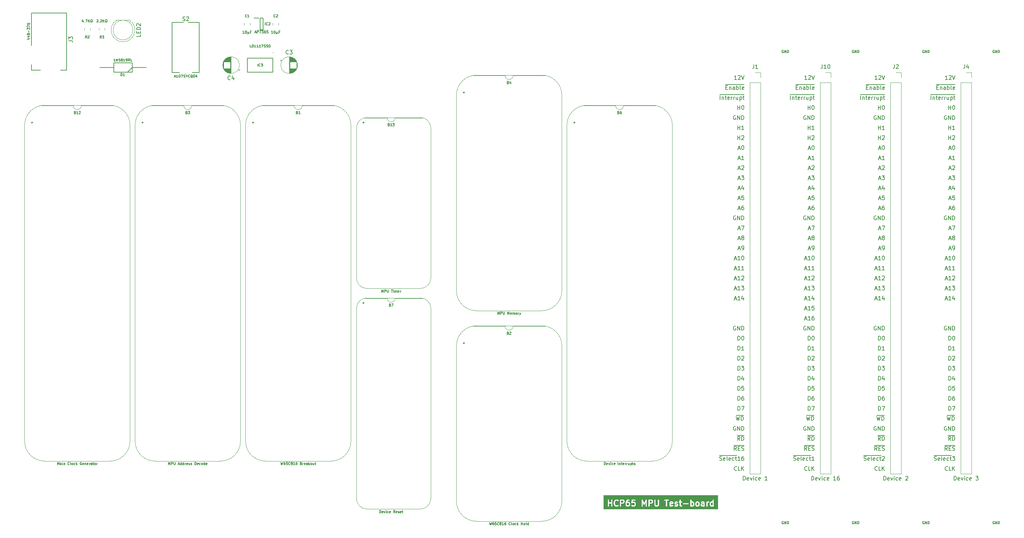
<source format=gbr>
%TF.GenerationSoftware,KiCad,Pcbnew,7.0.5*%
%TF.CreationDate,2023-12-18T12:03:12+02:00*%
%TF.ProjectId,HCP65 Test MPU Board,48435036-3520-4546-9573-74204d505520,rev?*%
%TF.SameCoordinates,Original*%
%TF.FileFunction,Legend,Top*%
%TF.FilePolarity,Positive*%
%FSLAX46Y46*%
G04 Gerber Fmt 4.6, Leading zero omitted, Abs format (unit mm)*
G04 Created by KiCad (PCBNEW 7.0.5) date 2023-12-18 12:03:12*
%MOMM*%
%LPD*%
G01*
G04 APERTURE LIST*
%ADD10C,0.200000*%
%ADD11C,0.300000*%
%ADD12C,0.150000*%
%ADD13C,0.100000*%
%ADD14C,0.120000*%
%ADD15C,0.239605*%
G04 APERTURE END LIST*
D10*
X201020802Y-135072219D02*
X200687469Y-134596028D01*
X200449374Y-135072219D02*
X200449374Y-134072219D01*
X200449374Y-134072219D02*
X200830326Y-134072219D01*
X200830326Y-134072219D02*
X200925564Y-134119838D01*
X200925564Y-134119838D02*
X200973183Y-134167457D01*
X200973183Y-134167457D02*
X201020802Y-134262695D01*
X201020802Y-134262695D02*
X201020802Y-134405552D01*
X201020802Y-134405552D02*
X200973183Y-134500790D01*
X200973183Y-134500790D02*
X200925564Y-134548409D01*
X200925564Y-134548409D02*
X200830326Y-134596028D01*
X200830326Y-134596028D02*
X200449374Y-134596028D01*
X201449374Y-134548409D02*
X201782707Y-134548409D01*
X201925564Y-135072219D02*
X201449374Y-135072219D01*
X201449374Y-135072219D02*
X201449374Y-134072219D01*
X201449374Y-134072219D02*
X201925564Y-134072219D01*
X202306517Y-135024600D02*
X202449374Y-135072219D01*
X202449374Y-135072219D02*
X202687469Y-135072219D01*
X202687469Y-135072219D02*
X202782707Y-135024600D01*
X202782707Y-135024600D02*
X202830326Y-134976980D01*
X202830326Y-134976980D02*
X202877945Y-134881742D01*
X202877945Y-134881742D02*
X202877945Y-134786504D01*
X202877945Y-134786504D02*
X202830326Y-134691266D01*
X202830326Y-134691266D02*
X202782707Y-134643647D01*
X202782707Y-134643647D02*
X202687469Y-134596028D01*
X202687469Y-134596028D02*
X202496993Y-134548409D01*
X202496993Y-134548409D02*
X202401755Y-134500790D01*
X202401755Y-134500790D02*
X202354136Y-134453171D01*
X202354136Y-134453171D02*
X202306517Y-134357933D01*
X202306517Y-134357933D02*
X202306517Y-134262695D01*
X202306517Y-134262695D02*
X202354136Y-134167457D01*
X202354136Y-134167457D02*
X202401755Y-134119838D01*
X202401755Y-134119838D02*
X202496993Y-134072219D01*
X202496993Y-134072219D02*
X202735088Y-134072219D01*
X202735088Y-134072219D02*
X202877945Y-134119838D01*
X200311279Y-133794600D02*
X202968422Y-133794600D01*
X236866517Y-56332219D02*
X236866517Y-55332219D01*
X236866517Y-55808409D02*
X237437945Y-55808409D01*
X237437945Y-56332219D02*
X237437945Y-55332219D01*
X237866517Y-55427457D02*
X237914136Y-55379838D01*
X237914136Y-55379838D02*
X238009374Y-55332219D01*
X238009374Y-55332219D02*
X238247469Y-55332219D01*
X238247469Y-55332219D02*
X238342707Y-55379838D01*
X238342707Y-55379838D02*
X238390326Y-55427457D01*
X238390326Y-55427457D02*
X238437945Y-55522695D01*
X238437945Y-55522695D02*
X238437945Y-55617933D01*
X238437945Y-55617933D02*
X238390326Y-55760790D01*
X238390326Y-55760790D02*
X237818898Y-56332219D01*
X237818898Y-56332219D02*
X238437945Y-56332219D01*
X200782707Y-129039838D02*
X200687469Y-128992219D01*
X200687469Y-128992219D02*
X200544612Y-128992219D01*
X200544612Y-128992219D02*
X200401755Y-129039838D01*
X200401755Y-129039838D02*
X200306517Y-129135076D01*
X200306517Y-129135076D02*
X200258898Y-129230314D01*
X200258898Y-129230314D02*
X200211279Y-129420790D01*
X200211279Y-129420790D02*
X200211279Y-129563647D01*
X200211279Y-129563647D02*
X200258898Y-129754123D01*
X200258898Y-129754123D02*
X200306517Y-129849361D01*
X200306517Y-129849361D02*
X200401755Y-129944600D01*
X200401755Y-129944600D02*
X200544612Y-129992219D01*
X200544612Y-129992219D02*
X200639850Y-129992219D01*
X200639850Y-129992219D02*
X200782707Y-129944600D01*
X200782707Y-129944600D02*
X200830326Y-129896980D01*
X200830326Y-129896980D02*
X200830326Y-129563647D01*
X200830326Y-129563647D02*
X200639850Y-129563647D01*
X201258898Y-129992219D02*
X201258898Y-128992219D01*
X201258898Y-128992219D02*
X201830326Y-129992219D01*
X201830326Y-129992219D02*
X201830326Y-128992219D01*
X202306517Y-129992219D02*
X202306517Y-128992219D01*
X202306517Y-128992219D02*
X202544612Y-128992219D01*
X202544612Y-128992219D02*
X202687469Y-129039838D01*
X202687469Y-129039838D02*
X202782707Y-129135076D01*
X202782707Y-129135076D02*
X202830326Y-129230314D01*
X202830326Y-129230314D02*
X202877945Y-129420790D01*
X202877945Y-129420790D02*
X202877945Y-129563647D01*
X202877945Y-129563647D02*
X202830326Y-129754123D01*
X202830326Y-129754123D02*
X202782707Y-129849361D01*
X202782707Y-129849361D02*
X202687469Y-129944600D01*
X202687469Y-129944600D02*
X202544612Y-129992219D01*
X202544612Y-129992219D02*
X202306517Y-129992219D01*
X219134136Y-124912219D02*
X219134136Y-123912219D01*
X219134136Y-123912219D02*
X219372231Y-123912219D01*
X219372231Y-123912219D02*
X219515088Y-123959838D01*
X219515088Y-123959838D02*
X219610326Y-124055076D01*
X219610326Y-124055076D02*
X219657945Y-124150314D01*
X219657945Y-124150314D02*
X219705564Y-124340790D01*
X219705564Y-124340790D02*
X219705564Y-124483647D01*
X219705564Y-124483647D02*
X219657945Y-124674123D01*
X219657945Y-124674123D02*
X219610326Y-124769361D01*
X219610326Y-124769361D02*
X219515088Y-124864600D01*
X219515088Y-124864600D02*
X219372231Y-124912219D01*
X219372231Y-124912219D02*
X219134136Y-124912219D01*
X220038898Y-123912219D02*
X220705564Y-123912219D01*
X220705564Y-123912219D02*
X220276993Y-124912219D01*
X218800802Y-135072219D02*
X218467469Y-134596028D01*
X218229374Y-135072219D02*
X218229374Y-134072219D01*
X218229374Y-134072219D02*
X218610326Y-134072219D01*
X218610326Y-134072219D02*
X218705564Y-134119838D01*
X218705564Y-134119838D02*
X218753183Y-134167457D01*
X218753183Y-134167457D02*
X218800802Y-134262695D01*
X218800802Y-134262695D02*
X218800802Y-134405552D01*
X218800802Y-134405552D02*
X218753183Y-134500790D01*
X218753183Y-134500790D02*
X218705564Y-134548409D01*
X218705564Y-134548409D02*
X218610326Y-134596028D01*
X218610326Y-134596028D02*
X218229374Y-134596028D01*
X219229374Y-134548409D02*
X219562707Y-134548409D01*
X219705564Y-135072219D02*
X219229374Y-135072219D01*
X219229374Y-135072219D02*
X219229374Y-134072219D01*
X219229374Y-134072219D02*
X219705564Y-134072219D01*
X220086517Y-135024600D02*
X220229374Y-135072219D01*
X220229374Y-135072219D02*
X220467469Y-135072219D01*
X220467469Y-135072219D02*
X220562707Y-135024600D01*
X220562707Y-135024600D02*
X220610326Y-134976980D01*
X220610326Y-134976980D02*
X220657945Y-134881742D01*
X220657945Y-134881742D02*
X220657945Y-134786504D01*
X220657945Y-134786504D02*
X220610326Y-134691266D01*
X220610326Y-134691266D02*
X220562707Y-134643647D01*
X220562707Y-134643647D02*
X220467469Y-134596028D01*
X220467469Y-134596028D02*
X220276993Y-134548409D01*
X220276993Y-134548409D02*
X220181755Y-134500790D01*
X220181755Y-134500790D02*
X220134136Y-134453171D01*
X220134136Y-134453171D02*
X220086517Y-134357933D01*
X220086517Y-134357933D02*
X220086517Y-134262695D01*
X220086517Y-134262695D02*
X220134136Y-134167457D01*
X220134136Y-134167457D02*
X220181755Y-134119838D01*
X220181755Y-134119838D02*
X220276993Y-134072219D01*
X220276993Y-134072219D02*
X220515088Y-134072219D01*
X220515088Y-134072219D02*
X220657945Y-134119838D01*
X218091279Y-133794600D02*
X220748422Y-133794600D01*
X254122707Y-103639838D02*
X254027469Y-103592219D01*
X254027469Y-103592219D02*
X253884612Y-103592219D01*
X253884612Y-103592219D02*
X253741755Y-103639838D01*
X253741755Y-103639838D02*
X253646517Y-103735076D01*
X253646517Y-103735076D02*
X253598898Y-103830314D01*
X253598898Y-103830314D02*
X253551279Y-104020790D01*
X253551279Y-104020790D02*
X253551279Y-104163647D01*
X253551279Y-104163647D02*
X253598898Y-104354123D01*
X253598898Y-104354123D02*
X253646517Y-104449361D01*
X253646517Y-104449361D02*
X253741755Y-104544600D01*
X253741755Y-104544600D02*
X253884612Y-104592219D01*
X253884612Y-104592219D02*
X253979850Y-104592219D01*
X253979850Y-104592219D02*
X254122707Y-104544600D01*
X254122707Y-104544600D02*
X254170326Y-104496980D01*
X254170326Y-104496980D02*
X254170326Y-104163647D01*
X254170326Y-104163647D02*
X253979850Y-104163647D01*
X254598898Y-104592219D02*
X254598898Y-103592219D01*
X254598898Y-103592219D02*
X255170326Y-104592219D01*
X255170326Y-104592219D02*
X255170326Y-103592219D01*
X255646517Y-104592219D02*
X255646517Y-103592219D01*
X255646517Y-103592219D02*
X255884612Y-103592219D01*
X255884612Y-103592219D02*
X256027469Y-103639838D01*
X256027469Y-103639838D02*
X256122707Y-103735076D01*
X256122707Y-103735076D02*
X256170326Y-103830314D01*
X256170326Y-103830314D02*
X256217945Y-104020790D01*
X256217945Y-104020790D02*
X256217945Y-104163647D01*
X256217945Y-104163647D02*
X256170326Y-104354123D01*
X256170326Y-104354123D02*
X256122707Y-104449361D01*
X256122707Y-104449361D02*
X256027469Y-104544600D01*
X256027469Y-104544600D02*
X255884612Y-104592219D01*
X255884612Y-104592219D02*
X255646517Y-104592219D01*
X236628421Y-41092219D02*
X236056993Y-41092219D01*
X236342707Y-41092219D02*
X236342707Y-40092219D01*
X236342707Y-40092219D02*
X236247469Y-40235076D01*
X236247469Y-40235076D02*
X236152231Y-40330314D01*
X236152231Y-40330314D02*
X236056993Y-40377933D01*
X237009374Y-40187457D02*
X237056993Y-40139838D01*
X237056993Y-40139838D02*
X237152231Y-40092219D01*
X237152231Y-40092219D02*
X237390326Y-40092219D01*
X237390326Y-40092219D02*
X237485564Y-40139838D01*
X237485564Y-40139838D02*
X237533183Y-40187457D01*
X237533183Y-40187457D02*
X237580802Y-40282695D01*
X237580802Y-40282695D02*
X237580802Y-40377933D01*
X237580802Y-40377933D02*
X237533183Y-40520790D01*
X237533183Y-40520790D02*
X236961755Y-41092219D01*
X236961755Y-41092219D02*
X237580802Y-41092219D01*
X237866517Y-40092219D02*
X238199850Y-41092219D01*
X238199850Y-41092219D02*
X238533183Y-40092219D01*
X254694136Y-114752219D02*
X254694136Y-113752219D01*
X254694136Y-113752219D02*
X254932231Y-113752219D01*
X254932231Y-113752219D02*
X255075088Y-113799838D01*
X255075088Y-113799838D02*
X255170326Y-113895076D01*
X255170326Y-113895076D02*
X255217945Y-113990314D01*
X255217945Y-113990314D02*
X255265564Y-114180790D01*
X255265564Y-114180790D02*
X255265564Y-114323647D01*
X255265564Y-114323647D02*
X255217945Y-114514123D01*
X255217945Y-114514123D02*
X255170326Y-114609361D01*
X255170326Y-114609361D02*
X255075088Y-114704600D01*
X255075088Y-114704600D02*
X254932231Y-114752219D01*
X254932231Y-114752219D02*
X254694136Y-114752219D01*
X255598898Y-113752219D02*
X256217945Y-113752219D01*
X256217945Y-113752219D02*
X255884612Y-114133171D01*
X255884612Y-114133171D02*
X256027469Y-114133171D01*
X256027469Y-114133171D02*
X256122707Y-114180790D01*
X256122707Y-114180790D02*
X256170326Y-114228409D01*
X256170326Y-114228409D02*
X256217945Y-114323647D01*
X256217945Y-114323647D02*
X256217945Y-114561742D01*
X256217945Y-114561742D02*
X256170326Y-114656980D01*
X256170326Y-114656980D02*
X256122707Y-114704600D01*
X256122707Y-114704600D02*
X256027469Y-114752219D01*
X256027469Y-114752219D02*
X255741755Y-114752219D01*
X255741755Y-114752219D02*
X255646517Y-114704600D01*
X255646517Y-114704600D02*
X255598898Y-114656980D01*
X254789374Y-81446504D02*
X255265564Y-81446504D01*
X254694136Y-81732219D02*
X255027469Y-80732219D01*
X255027469Y-80732219D02*
X255360802Y-81732219D01*
X255836993Y-81160790D02*
X255741755Y-81113171D01*
X255741755Y-81113171D02*
X255694136Y-81065552D01*
X255694136Y-81065552D02*
X255646517Y-80970314D01*
X255646517Y-80970314D02*
X255646517Y-80922695D01*
X255646517Y-80922695D02*
X255694136Y-80827457D01*
X255694136Y-80827457D02*
X255741755Y-80779838D01*
X255741755Y-80779838D02*
X255836993Y-80732219D01*
X255836993Y-80732219D02*
X256027469Y-80732219D01*
X256027469Y-80732219D02*
X256122707Y-80779838D01*
X256122707Y-80779838D02*
X256170326Y-80827457D01*
X256170326Y-80827457D02*
X256217945Y-80922695D01*
X256217945Y-80922695D02*
X256217945Y-80970314D01*
X256217945Y-80970314D02*
X256170326Y-81065552D01*
X256170326Y-81065552D02*
X256122707Y-81113171D01*
X256122707Y-81113171D02*
X256027469Y-81160790D01*
X256027469Y-81160790D02*
X255836993Y-81160790D01*
X255836993Y-81160790D02*
X255741755Y-81208409D01*
X255741755Y-81208409D02*
X255694136Y-81256028D01*
X255694136Y-81256028D02*
X255646517Y-81351266D01*
X255646517Y-81351266D02*
X255646517Y-81541742D01*
X255646517Y-81541742D02*
X255694136Y-81636980D01*
X255694136Y-81636980D02*
X255741755Y-81684600D01*
X255741755Y-81684600D02*
X255836993Y-81732219D01*
X255836993Y-81732219D02*
X256027469Y-81732219D01*
X256027469Y-81732219D02*
X256122707Y-81684600D01*
X256122707Y-81684600D02*
X256170326Y-81636980D01*
X256170326Y-81636980D02*
X256217945Y-81541742D01*
X256217945Y-81541742D02*
X256217945Y-81351266D01*
X256217945Y-81351266D02*
X256170326Y-81256028D01*
X256170326Y-81256028D02*
X256122707Y-81208409D01*
X256122707Y-81208409D02*
X256027469Y-81160790D01*
X218276993Y-101766504D02*
X218753183Y-101766504D01*
X218181755Y-102052219D02*
X218515088Y-101052219D01*
X218515088Y-101052219D02*
X218848421Y-102052219D01*
X219705564Y-102052219D02*
X219134136Y-102052219D01*
X219419850Y-102052219D02*
X219419850Y-101052219D01*
X219419850Y-101052219D02*
X219324612Y-101195076D01*
X219324612Y-101195076D02*
X219229374Y-101290314D01*
X219229374Y-101290314D02*
X219134136Y-101337933D01*
X220562707Y-101052219D02*
X220372231Y-101052219D01*
X220372231Y-101052219D02*
X220276993Y-101099838D01*
X220276993Y-101099838D02*
X220229374Y-101147457D01*
X220229374Y-101147457D02*
X220134136Y-101290314D01*
X220134136Y-101290314D02*
X220086517Y-101480790D01*
X220086517Y-101480790D02*
X220086517Y-101861742D01*
X220086517Y-101861742D02*
X220134136Y-101956980D01*
X220134136Y-101956980D02*
X220181755Y-102004600D01*
X220181755Y-102004600D02*
X220276993Y-102052219D01*
X220276993Y-102052219D02*
X220467469Y-102052219D01*
X220467469Y-102052219D02*
X220562707Y-102004600D01*
X220562707Y-102004600D02*
X220610326Y-101956980D01*
X220610326Y-101956980D02*
X220657945Y-101861742D01*
X220657945Y-101861742D02*
X220657945Y-101623647D01*
X220657945Y-101623647D02*
X220610326Y-101528409D01*
X220610326Y-101528409D02*
X220562707Y-101480790D01*
X220562707Y-101480790D02*
X220467469Y-101433171D01*
X220467469Y-101433171D02*
X220276993Y-101433171D01*
X220276993Y-101433171D02*
X220181755Y-101480790D01*
X220181755Y-101480790D02*
X220134136Y-101528409D01*
X220134136Y-101528409D02*
X220086517Y-101623647D01*
X254694136Y-117292219D02*
X254694136Y-116292219D01*
X254694136Y-116292219D02*
X254932231Y-116292219D01*
X254932231Y-116292219D02*
X255075088Y-116339838D01*
X255075088Y-116339838D02*
X255170326Y-116435076D01*
X255170326Y-116435076D02*
X255217945Y-116530314D01*
X255217945Y-116530314D02*
X255265564Y-116720790D01*
X255265564Y-116720790D02*
X255265564Y-116863647D01*
X255265564Y-116863647D02*
X255217945Y-117054123D01*
X255217945Y-117054123D02*
X255170326Y-117149361D01*
X255170326Y-117149361D02*
X255075088Y-117244600D01*
X255075088Y-117244600D02*
X254932231Y-117292219D01*
X254932231Y-117292219D02*
X254694136Y-117292219D01*
X256122707Y-116625552D02*
X256122707Y-117292219D01*
X255884612Y-116244600D02*
X255646517Y-116958885D01*
X255646517Y-116958885D02*
X256265564Y-116958885D01*
X237009374Y-63666504D02*
X237485564Y-63666504D01*
X236914136Y-63952219D02*
X237247469Y-62952219D01*
X237247469Y-62952219D02*
X237580802Y-63952219D01*
X237866517Y-63047457D02*
X237914136Y-62999838D01*
X237914136Y-62999838D02*
X238009374Y-62952219D01*
X238009374Y-62952219D02*
X238247469Y-62952219D01*
X238247469Y-62952219D02*
X238342707Y-62999838D01*
X238342707Y-62999838D02*
X238390326Y-63047457D01*
X238390326Y-63047457D02*
X238437945Y-63142695D01*
X238437945Y-63142695D02*
X238437945Y-63237933D01*
X238437945Y-63237933D02*
X238390326Y-63380790D01*
X238390326Y-63380790D02*
X237818898Y-63952219D01*
X237818898Y-63952219D02*
X238437945Y-63952219D01*
X233866516Y-43108409D02*
X234199849Y-43108409D01*
X234342706Y-43632219D02*
X233866516Y-43632219D01*
X233866516Y-43632219D02*
X233866516Y-42632219D01*
X233866516Y-42632219D02*
X234342706Y-42632219D01*
X234771278Y-42965552D02*
X234771278Y-43632219D01*
X234771278Y-43060790D02*
X234818897Y-43013171D01*
X234818897Y-43013171D02*
X234914135Y-42965552D01*
X234914135Y-42965552D02*
X235056992Y-42965552D01*
X235056992Y-42965552D02*
X235152230Y-43013171D01*
X235152230Y-43013171D02*
X235199849Y-43108409D01*
X235199849Y-43108409D02*
X235199849Y-43632219D01*
X236104611Y-43632219D02*
X236104611Y-43108409D01*
X236104611Y-43108409D02*
X236056992Y-43013171D01*
X236056992Y-43013171D02*
X235961754Y-42965552D01*
X235961754Y-42965552D02*
X235771278Y-42965552D01*
X235771278Y-42965552D02*
X235676040Y-43013171D01*
X236104611Y-43584600D02*
X236009373Y-43632219D01*
X236009373Y-43632219D02*
X235771278Y-43632219D01*
X235771278Y-43632219D02*
X235676040Y-43584600D01*
X235676040Y-43584600D02*
X235628421Y-43489361D01*
X235628421Y-43489361D02*
X235628421Y-43394123D01*
X235628421Y-43394123D02*
X235676040Y-43298885D01*
X235676040Y-43298885D02*
X235771278Y-43251266D01*
X235771278Y-43251266D02*
X236009373Y-43251266D01*
X236009373Y-43251266D02*
X236104611Y-43203647D01*
X236580802Y-43632219D02*
X236580802Y-42632219D01*
X236580802Y-43013171D02*
X236676040Y-42965552D01*
X236676040Y-42965552D02*
X236866516Y-42965552D01*
X236866516Y-42965552D02*
X236961754Y-43013171D01*
X236961754Y-43013171D02*
X237009373Y-43060790D01*
X237009373Y-43060790D02*
X237056992Y-43156028D01*
X237056992Y-43156028D02*
X237056992Y-43441742D01*
X237056992Y-43441742D02*
X237009373Y-43536980D01*
X237009373Y-43536980D02*
X236961754Y-43584600D01*
X236961754Y-43584600D02*
X236866516Y-43632219D01*
X236866516Y-43632219D02*
X236676040Y-43632219D01*
X236676040Y-43632219D02*
X236580802Y-43584600D01*
X237628421Y-43632219D02*
X237533183Y-43584600D01*
X237533183Y-43584600D02*
X237485564Y-43489361D01*
X237485564Y-43489361D02*
X237485564Y-42632219D01*
X238390326Y-43584600D02*
X238295088Y-43632219D01*
X238295088Y-43632219D02*
X238104612Y-43632219D01*
X238104612Y-43632219D02*
X238009374Y-43584600D01*
X238009374Y-43584600D02*
X237961755Y-43489361D01*
X237961755Y-43489361D02*
X237961755Y-43108409D01*
X237961755Y-43108409D02*
X238009374Y-43013171D01*
X238009374Y-43013171D02*
X238104612Y-42965552D01*
X238104612Y-42965552D02*
X238295088Y-42965552D01*
X238295088Y-42965552D02*
X238390326Y-43013171D01*
X238390326Y-43013171D02*
X238437945Y-43108409D01*
X238437945Y-43108409D02*
X238437945Y-43203647D01*
X238437945Y-43203647D02*
X237961755Y-43298885D01*
X233728421Y-42354600D02*
X238528422Y-42354600D01*
X220020000Y-142615219D02*
X220020000Y-141615219D01*
X220020000Y-141615219D02*
X220258095Y-141615219D01*
X220258095Y-141615219D02*
X220400952Y-141662838D01*
X220400952Y-141662838D02*
X220496190Y-141758076D01*
X220496190Y-141758076D02*
X220543809Y-141853314D01*
X220543809Y-141853314D02*
X220591428Y-142043790D01*
X220591428Y-142043790D02*
X220591428Y-142186647D01*
X220591428Y-142186647D02*
X220543809Y-142377123D01*
X220543809Y-142377123D02*
X220496190Y-142472361D01*
X220496190Y-142472361D02*
X220400952Y-142567600D01*
X220400952Y-142567600D02*
X220258095Y-142615219D01*
X220258095Y-142615219D02*
X220020000Y-142615219D01*
X221400952Y-142567600D02*
X221305714Y-142615219D01*
X221305714Y-142615219D02*
X221115238Y-142615219D01*
X221115238Y-142615219D02*
X221020000Y-142567600D01*
X221020000Y-142567600D02*
X220972381Y-142472361D01*
X220972381Y-142472361D02*
X220972381Y-142091409D01*
X220972381Y-142091409D02*
X221020000Y-141996171D01*
X221020000Y-141996171D02*
X221115238Y-141948552D01*
X221115238Y-141948552D02*
X221305714Y-141948552D01*
X221305714Y-141948552D02*
X221400952Y-141996171D01*
X221400952Y-141996171D02*
X221448571Y-142091409D01*
X221448571Y-142091409D02*
X221448571Y-142186647D01*
X221448571Y-142186647D02*
X220972381Y-142281885D01*
X221781905Y-141948552D02*
X222020000Y-142615219D01*
X222020000Y-142615219D02*
X222258095Y-141948552D01*
X222639048Y-142615219D02*
X222639048Y-141948552D01*
X222639048Y-141615219D02*
X222591429Y-141662838D01*
X222591429Y-141662838D02*
X222639048Y-141710457D01*
X222639048Y-141710457D02*
X222686667Y-141662838D01*
X222686667Y-141662838D02*
X222639048Y-141615219D01*
X222639048Y-141615219D02*
X222639048Y-141710457D01*
X223543809Y-142567600D02*
X223448571Y-142615219D01*
X223448571Y-142615219D02*
X223258095Y-142615219D01*
X223258095Y-142615219D02*
X223162857Y-142567600D01*
X223162857Y-142567600D02*
X223115238Y-142519980D01*
X223115238Y-142519980D02*
X223067619Y-142424742D01*
X223067619Y-142424742D02*
X223067619Y-142139028D01*
X223067619Y-142139028D02*
X223115238Y-142043790D01*
X223115238Y-142043790D02*
X223162857Y-141996171D01*
X223162857Y-141996171D02*
X223258095Y-141948552D01*
X223258095Y-141948552D02*
X223448571Y-141948552D01*
X223448571Y-141948552D02*
X223543809Y-141996171D01*
X224353333Y-142567600D02*
X224258095Y-142615219D01*
X224258095Y-142615219D02*
X224067619Y-142615219D01*
X224067619Y-142615219D02*
X223972381Y-142567600D01*
X223972381Y-142567600D02*
X223924762Y-142472361D01*
X223924762Y-142472361D02*
X223924762Y-142091409D01*
X223924762Y-142091409D02*
X223972381Y-141996171D01*
X223972381Y-141996171D02*
X224067619Y-141948552D01*
X224067619Y-141948552D02*
X224258095Y-141948552D01*
X224258095Y-141948552D02*
X224353333Y-141996171D01*
X224353333Y-141996171D02*
X224400952Y-142091409D01*
X224400952Y-142091409D02*
X224400952Y-142186647D01*
X224400952Y-142186647D02*
X223924762Y-142281885D01*
X226115238Y-142615219D02*
X225543810Y-142615219D01*
X225829524Y-142615219D02*
X225829524Y-141615219D01*
X225829524Y-141615219D02*
X225734286Y-141758076D01*
X225734286Y-141758076D02*
X225639048Y-141853314D01*
X225639048Y-141853314D02*
X225543810Y-141900933D01*
X226972381Y-141615219D02*
X226781905Y-141615219D01*
X226781905Y-141615219D02*
X226686667Y-141662838D01*
X226686667Y-141662838D02*
X226639048Y-141710457D01*
X226639048Y-141710457D02*
X226543810Y-141853314D01*
X226543810Y-141853314D02*
X226496191Y-142043790D01*
X226496191Y-142043790D02*
X226496191Y-142424742D01*
X226496191Y-142424742D02*
X226543810Y-142519980D01*
X226543810Y-142519980D02*
X226591429Y-142567600D01*
X226591429Y-142567600D02*
X226686667Y-142615219D01*
X226686667Y-142615219D02*
X226877143Y-142615219D01*
X226877143Y-142615219D02*
X226972381Y-142567600D01*
X226972381Y-142567600D02*
X227020000Y-142519980D01*
X227020000Y-142519980D02*
X227067619Y-142424742D01*
X227067619Y-142424742D02*
X227067619Y-142186647D01*
X227067619Y-142186647D02*
X227020000Y-142091409D01*
X227020000Y-142091409D02*
X226972381Y-142043790D01*
X226972381Y-142043790D02*
X226877143Y-141996171D01*
X226877143Y-141996171D02*
X226686667Y-141996171D01*
X226686667Y-141996171D02*
X226591429Y-142043790D01*
X226591429Y-142043790D02*
X226543810Y-142091409D01*
X226543810Y-142091409D02*
X226496191Y-142186647D01*
X201877945Y-132532219D02*
X201544612Y-132056028D01*
X201306517Y-132532219D02*
X201306517Y-131532219D01*
X201306517Y-131532219D02*
X201687469Y-131532219D01*
X201687469Y-131532219D02*
X201782707Y-131579838D01*
X201782707Y-131579838D02*
X201830326Y-131627457D01*
X201830326Y-131627457D02*
X201877945Y-131722695D01*
X201877945Y-131722695D02*
X201877945Y-131865552D01*
X201877945Y-131865552D02*
X201830326Y-131960790D01*
X201830326Y-131960790D02*
X201782707Y-132008409D01*
X201782707Y-132008409D02*
X201687469Y-132056028D01*
X201687469Y-132056028D02*
X201306517Y-132056028D01*
X202306517Y-132532219D02*
X202306517Y-131532219D01*
X202306517Y-131532219D02*
X202544612Y-131532219D01*
X202544612Y-131532219D02*
X202687469Y-131579838D01*
X202687469Y-131579838D02*
X202782707Y-131675076D01*
X202782707Y-131675076D02*
X202830326Y-131770314D01*
X202830326Y-131770314D02*
X202877945Y-131960790D01*
X202877945Y-131960790D02*
X202877945Y-132103647D01*
X202877945Y-132103647D02*
X202830326Y-132294123D01*
X202830326Y-132294123D02*
X202782707Y-132389361D01*
X202782707Y-132389361D02*
X202687469Y-132484600D01*
X202687469Y-132484600D02*
X202544612Y-132532219D01*
X202544612Y-132532219D02*
X202306517Y-132532219D01*
X201168422Y-131254600D02*
X202968422Y-131254600D01*
X253836993Y-91606504D02*
X254313183Y-91606504D01*
X253741755Y-91892219D02*
X254075088Y-90892219D01*
X254075088Y-90892219D02*
X254408421Y-91892219D01*
X255265564Y-91892219D02*
X254694136Y-91892219D01*
X254979850Y-91892219D02*
X254979850Y-90892219D01*
X254979850Y-90892219D02*
X254884612Y-91035076D01*
X254884612Y-91035076D02*
X254789374Y-91130314D01*
X254789374Y-91130314D02*
X254694136Y-91177933D01*
X255646517Y-90987457D02*
X255694136Y-90939838D01*
X255694136Y-90939838D02*
X255789374Y-90892219D01*
X255789374Y-90892219D02*
X256027469Y-90892219D01*
X256027469Y-90892219D02*
X256122707Y-90939838D01*
X256122707Y-90939838D02*
X256170326Y-90987457D01*
X256170326Y-90987457D02*
X256217945Y-91082695D01*
X256217945Y-91082695D02*
X256217945Y-91177933D01*
X256217945Y-91177933D02*
X256170326Y-91320790D01*
X256170326Y-91320790D02*
X255598898Y-91892219D01*
X255598898Y-91892219D02*
X256217945Y-91892219D01*
X251027468Y-137564600D02*
X251170325Y-137612219D01*
X251170325Y-137612219D02*
X251408420Y-137612219D01*
X251408420Y-137612219D02*
X251503658Y-137564600D01*
X251503658Y-137564600D02*
X251551277Y-137516980D01*
X251551277Y-137516980D02*
X251598896Y-137421742D01*
X251598896Y-137421742D02*
X251598896Y-137326504D01*
X251598896Y-137326504D02*
X251551277Y-137231266D01*
X251551277Y-137231266D02*
X251503658Y-137183647D01*
X251503658Y-137183647D02*
X251408420Y-137136028D01*
X251408420Y-137136028D02*
X251217944Y-137088409D01*
X251217944Y-137088409D02*
X251122706Y-137040790D01*
X251122706Y-137040790D02*
X251075087Y-136993171D01*
X251075087Y-136993171D02*
X251027468Y-136897933D01*
X251027468Y-136897933D02*
X251027468Y-136802695D01*
X251027468Y-136802695D02*
X251075087Y-136707457D01*
X251075087Y-136707457D02*
X251122706Y-136659838D01*
X251122706Y-136659838D02*
X251217944Y-136612219D01*
X251217944Y-136612219D02*
X251456039Y-136612219D01*
X251456039Y-136612219D02*
X251598896Y-136659838D01*
X252408420Y-137564600D02*
X252313182Y-137612219D01*
X252313182Y-137612219D02*
X252122706Y-137612219D01*
X252122706Y-137612219D02*
X252027468Y-137564600D01*
X252027468Y-137564600D02*
X251979849Y-137469361D01*
X251979849Y-137469361D02*
X251979849Y-137088409D01*
X251979849Y-137088409D02*
X252027468Y-136993171D01*
X252027468Y-136993171D02*
X252122706Y-136945552D01*
X252122706Y-136945552D02*
X252313182Y-136945552D01*
X252313182Y-136945552D02*
X252408420Y-136993171D01*
X252408420Y-136993171D02*
X252456039Y-137088409D01*
X252456039Y-137088409D02*
X252456039Y-137183647D01*
X252456039Y-137183647D02*
X251979849Y-137278885D01*
X253027468Y-137612219D02*
X252932230Y-137564600D01*
X252932230Y-137564600D02*
X252884611Y-137469361D01*
X252884611Y-137469361D02*
X252884611Y-136612219D01*
X253789373Y-137564600D02*
X253694135Y-137612219D01*
X253694135Y-137612219D02*
X253503659Y-137612219D01*
X253503659Y-137612219D02*
X253408421Y-137564600D01*
X253408421Y-137564600D02*
X253360802Y-137469361D01*
X253360802Y-137469361D02*
X253360802Y-137088409D01*
X253360802Y-137088409D02*
X253408421Y-136993171D01*
X253408421Y-136993171D02*
X253503659Y-136945552D01*
X253503659Y-136945552D02*
X253694135Y-136945552D01*
X253694135Y-136945552D02*
X253789373Y-136993171D01*
X253789373Y-136993171D02*
X253836992Y-137088409D01*
X253836992Y-137088409D02*
X253836992Y-137183647D01*
X253836992Y-137183647D02*
X253360802Y-137278885D01*
X254694135Y-137564600D02*
X254598897Y-137612219D01*
X254598897Y-137612219D02*
X254408421Y-137612219D01*
X254408421Y-137612219D02*
X254313183Y-137564600D01*
X254313183Y-137564600D02*
X254265564Y-137516980D01*
X254265564Y-137516980D02*
X254217945Y-137421742D01*
X254217945Y-137421742D02*
X254217945Y-137136028D01*
X254217945Y-137136028D02*
X254265564Y-137040790D01*
X254265564Y-137040790D02*
X254313183Y-136993171D01*
X254313183Y-136993171D02*
X254408421Y-136945552D01*
X254408421Y-136945552D02*
X254598897Y-136945552D01*
X254598897Y-136945552D02*
X254694135Y-136993171D01*
X254979850Y-136945552D02*
X255360802Y-136945552D01*
X255122707Y-136612219D02*
X255122707Y-137469361D01*
X255122707Y-137469361D02*
X255170326Y-137564600D01*
X255170326Y-137564600D02*
X255265564Y-137612219D01*
X255265564Y-137612219D02*
X255360802Y-137612219D01*
X250936992Y-136334600D02*
X255356041Y-136334600D01*
X255598898Y-136612219D02*
X256217945Y-136612219D01*
X256217945Y-136612219D02*
X255884612Y-136993171D01*
X255884612Y-136993171D02*
X256027469Y-136993171D01*
X256027469Y-136993171D02*
X256122707Y-137040790D01*
X256122707Y-137040790D02*
X256170326Y-137088409D01*
X256170326Y-137088409D02*
X256217945Y-137183647D01*
X256217945Y-137183647D02*
X256217945Y-137421742D01*
X256217945Y-137421742D02*
X256170326Y-137516980D01*
X256170326Y-137516980D02*
X256122707Y-137564600D01*
X256122707Y-137564600D02*
X256027469Y-137612219D01*
X256027469Y-137612219D02*
X255741755Y-137612219D01*
X255741755Y-137612219D02*
X255646517Y-137564600D01*
X255646517Y-137564600D02*
X255598898Y-137516980D01*
X218276993Y-86526504D02*
X218753183Y-86526504D01*
X218181755Y-86812219D02*
X218515088Y-85812219D01*
X218515088Y-85812219D02*
X218848421Y-86812219D01*
X219705564Y-86812219D02*
X219134136Y-86812219D01*
X219419850Y-86812219D02*
X219419850Y-85812219D01*
X219419850Y-85812219D02*
X219324612Y-85955076D01*
X219324612Y-85955076D02*
X219229374Y-86050314D01*
X219229374Y-86050314D02*
X219134136Y-86097933D01*
X220324612Y-85812219D02*
X220419850Y-85812219D01*
X220419850Y-85812219D02*
X220515088Y-85859838D01*
X220515088Y-85859838D02*
X220562707Y-85907457D01*
X220562707Y-85907457D02*
X220610326Y-86002695D01*
X220610326Y-86002695D02*
X220657945Y-86193171D01*
X220657945Y-86193171D02*
X220657945Y-86431266D01*
X220657945Y-86431266D02*
X220610326Y-86621742D01*
X220610326Y-86621742D02*
X220562707Y-86716980D01*
X220562707Y-86716980D02*
X220515088Y-86764600D01*
X220515088Y-86764600D02*
X220419850Y-86812219D01*
X220419850Y-86812219D02*
X220324612Y-86812219D01*
X220324612Y-86812219D02*
X220229374Y-86764600D01*
X220229374Y-86764600D02*
X220181755Y-86716980D01*
X220181755Y-86716980D02*
X220134136Y-86621742D01*
X220134136Y-86621742D02*
X220086517Y-86431266D01*
X220086517Y-86431266D02*
X220086517Y-86193171D01*
X220086517Y-86193171D02*
X220134136Y-86002695D01*
X220134136Y-86002695D02*
X220181755Y-85907457D01*
X220181755Y-85907457D02*
X220229374Y-85859838D01*
X220229374Y-85859838D02*
X220324612Y-85812219D01*
X253836993Y-89066504D02*
X254313183Y-89066504D01*
X253741755Y-89352219D02*
X254075088Y-88352219D01*
X254075088Y-88352219D02*
X254408421Y-89352219D01*
X255265564Y-89352219D02*
X254694136Y-89352219D01*
X254979850Y-89352219D02*
X254979850Y-88352219D01*
X254979850Y-88352219D02*
X254884612Y-88495076D01*
X254884612Y-88495076D02*
X254789374Y-88590314D01*
X254789374Y-88590314D02*
X254694136Y-88637933D01*
X256217945Y-89352219D02*
X255646517Y-89352219D01*
X255932231Y-89352219D02*
X255932231Y-88352219D01*
X255932231Y-88352219D02*
X255836993Y-88495076D01*
X255836993Y-88495076D02*
X255741755Y-88590314D01*
X255741755Y-88590314D02*
X255646517Y-88637933D01*
X218276993Y-89066504D02*
X218753183Y-89066504D01*
X218181755Y-89352219D02*
X218515088Y-88352219D01*
X218515088Y-88352219D02*
X218848421Y-89352219D01*
X219705564Y-89352219D02*
X219134136Y-89352219D01*
X219419850Y-89352219D02*
X219419850Y-88352219D01*
X219419850Y-88352219D02*
X219324612Y-88495076D01*
X219324612Y-88495076D02*
X219229374Y-88590314D01*
X219229374Y-88590314D02*
X219134136Y-88637933D01*
X220657945Y-89352219D02*
X220086517Y-89352219D01*
X220372231Y-89352219D02*
X220372231Y-88352219D01*
X220372231Y-88352219D02*
X220276993Y-88495076D01*
X220276993Y-88495076D02*
X220181755Y-88590314D01*
X220181755Y-88590314D02*
X220086517Y-88637933D01*
X253836993Y-94146504D02*
X254313183Y-94146504D01*
X253741755Y-94432219D02*
X254075088Y-93432219D01*
X254075088Y-93432219D02*
X254408421Y-94432219D01*
X255265564Y-94432219D02*
X254694136Y-94432219D01*
X254979850Y-94432219D02*
X254979850Y-93432219D01*
X254979850Y-93432219D02*
X254884612Y-93575076D01*
X254884612Y-93575076D02*
X254789374Y-93670314D01*
X254789374Y-93670314D02*
X254694136Y-93717933D01*
X255598898Y-93432219D02*
X256217945Y-93432219D01*
X256217945Y-93432219D02*
X255884612Y-93813171D01*
X255884612Y-93813171D02*
X256027469Y-93813171D01*
X256027469Y-93813171D02*
X256122707Y-93860790D01*
X256122707Y-93860790D02*
X256170326Y-93908409D01*
X256170326Y-93908409D02*
X256217945Y-94003647D01*
X256217945Y-94003647D02*
X256217945Y-94241742D01*
X256217945Y-94241742D02*
X256170326Y-94336980D01*
X256170326Y-94336980D02*
X256122707Y-94384600D01*
X256122707Y-94384600D02*
X256027469Y-94432219D01*
X256027469Y-94432219D02*
X255741755Y-94432219D01*
X255741755Y-94432219D02*
X255646517Y-94384600D01*
X255646517Y-94384600D02*
X255598898Y-94336980D01*
X253836993Y-96686504D02*
X254313183Y-96686504D01*
X253741755Y-96972219D02*
X254075088Y-95972219D01*
X254075088Y-95972219D02*
X254408421Y-96972219D01*
X255265564Y-96972219D02*
X254694136Y-96972219D01*
X254979850Y-96972219D02*
X254979850Y-95972219D01*
X254979850Y-95972219D02*
X254884612Y-96115076D01*
X254884612Y-96115076D02*
X254789374Y-96210314D01*
X254789374Y-96210314D02*
X254694136Y-96257933D01*
X256122707Y-96305552D02*
X256122707Y-96972219D01*
X255884612Y-95924600D02*
X255646517Y-96638885D01*
X255646517Y-96638885D02*
X256265564Y-96638885D01*
X201449374Y-63666504D02*
X201925564Y-63666504D01*
X201354136Y-63952219D02*
X201687469Y-62952219D01*
X201687469Y-62952219D02*
X202020802Y-63952219D01*
X202306517Y-63047457D02*
X202354136Y-62999838D01*
X202354136Y-62999838D02*
X202449374Y-62952219D01*
X202449374Y-62952219D02*
X202687469Y-62952219D01*
X202687469Y-62952219D02*
X202782707Y-62999838D01*
X202782707Y-62999838D02*
X202830326Y-63047457D01*
X202830326Y-63047457D02*
X202877945Y-63142695D01*
X202877945Y-63142695D02*
X202877945Y-63237933D01*
X202877945Y-63237933D02*
X202830326Y-63380790D01*
X202830326Y-63380790D02*
X202258898Y-63952219D01*
X202258898Y-63952219D02*
X202877945Y-63952219D01*
X237009374Y-83986504D02*
X237485564Y-83986504D01*
X236914136Y-84272219D02*
X237247469Y-83272219D01*
X237247469Y-83272219D02*
X237580802Y-84272219D01*
X237961755Y-84272219D02*
X238152231Y-84272219D01*
X238152231Y-84272219D02*
X238247469Y-84224600D01*
X238247469Y-84224600D02*
X238295088Y-84176980D01*
X238295088Y-84176980D02*
X238390326Y-84034123D01*
X238390326Y-84034123D02*
X238437945Y-83843647D01*
X238437945Y-83843647D02*
X238437945Y-83462695D01*
X238437945Y-83462695D02*
X238390326Y-83367457D01*
X238390326Y-83367457D02*
X238342707Y-83319838D01*
X238342707Y-83319838D02*
X238247469Y-83272219D01*
X238247469Y-83272219D02*
X238056993Y-83272219D01*
X238056993Y-83272219D02*
X237961755Y-83319838D01*
X237961755Y-83319838D02*
X237914136Y-83367457D01*
X237914136Y-83367457D02*
X237866517Y-83462695D01*
X237866517Y-83462695D02*
X237866517Y-83700790D01*
X237866517Y-83700790D02*
X237914136Y-83796028D01*
X237914136Y-83796028D02*
X237961755Y-83843647D01*
X237961755Y-83843647D02*
X238056993Y-83891266D01*
X238056993Y-83891266D02*
X238247469Y-83891266D01*
X238247469Y-83891266D02*
X238342707Y-83843647D01*
X238342707Y-83843647D02*
X238390326Y-83796028D01*
X238390326Y-83796028D02*
X238437945Y-83700790D01*
X236056993Y-86526504D02*
X236533183Y-86526504D01*
X235961755Y-86812219D02*
X236295088Y-85812219D01*
X236295088Y-85812219D02*
X236628421Y-86812219D01*
X237485564Y-86812219D02*
X236914136Y-86812219D01*
X237199850Y-86812219D02*
X237199850Y-85812219D01*
X237199850Y-85812219D02*
X237104612Y-85955076D01*
X237104612Y-85955076D02*
X237009374Y-86050314D01*
X237009374Y-86050314D02*
X236914136Y-86097933D01*
X238104612Y-85812219D02*
X238199850Y-85812219D01*
X238199850Y-85812219D02*
X238295088Y-85859838D01*
X238295088Y-85859838D02*
X238342707Y-85907457D01*
X238342707Y-85907457D02*
X238390326Y-86002695D01*
X238390326Y-86002695D02*
X238437945Y-86193171D01*
X238437945Y-86193171D02*
X238437945Y-86431266D01*
X238437945Y-86431266D02*
X238390326Y-86621742D01*
X238390326Y-86621742D02*
X238342707Y-86716980D01*
X238342707Y-86716980D02*
X238295088Y-86764600D01*
X238295088Y-86764600D02*
X238199850Y-86812219D01*
X238199850Y-86812219D02*
X238104612Y-86812219D01*
X238104612Y-86812219D02*
X238009374Y-86764600D01*
X238009374Y-86764600D02*
X237961755Y-86716980D01*
X237961755Y-86716980D02*
X237914136Y-86621742D01*
X237914136Y-86621742D02*
X237866517Y-86431266D01*
X237866517Y-86431266D02*
X237866517Y-86193171D01*
X237866517Y-86193171D02*
X237914136Y-86002695D01*
X237914136Y-86002695D02*
X237961755Y-85907457D01*
X237961755Y-85907457D02*
X238009374Y-85859838D01*
X238009374Y-85859838D02*
X238104612Y-85812219D01*
X256056190Y-142615219D02*
X256056190Y-141615219D01*
X256056190Y-141615219D02*
X256294285Y-141615219D01*
X256294285Y-141615219D02*
X256437142Y-141662838D01*
X256437142Y-141662838D02*
X256532380Y-141758076D01*
X256532380Y-141758076D02*
X256579999Y-141853314D01*
X256579999Y-141853314D02*
X256627618Y-142043790D01*
X256627618Y-142043790D02*
X256627618Y-142186647D01*
X256627618Y-142186647D02*
X256579999Y-142377123D01*
X256579999Y-142377123D02*
X256532380Y-142472361D01*
X256532380Y-142472361D02*
X256437142Y-142567600D01*
X256437142Y-142567600D02*
X256294285Y-142615219D01*
X256294285Y-142615219D02*
X256056190Y-142615219D01*
X257437142Y-142567600D02*
X257341904Y-142615219D01*
X257341904Y-142615219D02*
X257151428Y-142615219D01*
X257151428Y-142615219D02*
X257056190Y-142567600D01*
X257056190Y-142567600D02*
X257008571Y-142472361D01*
X257008571Y-142472361D02*
X257008571Y-142091409D01*
X257008571Y-142091409D02*
X257056190Y-141996171D01*
X257056190Y-141996171D02*
X257151428Y-141948552D01*
X257151428Y-141948552D02*
X257341904Y-141948552D01*
X257341904Y-141948552D02*
X257437142Y-141996171D01*
X257437142Y-141996171D02*
X257484761Y-142091409D01*
X257484761Y-142091409D02*
X257484761Y-142186647D01*
X257484761Y-142186647D02*
X257008571Y-142281885D01*
X257818095Y-141948552D02*
X258056190Y-142615219D01*
X258056190Y-142615219D02*
X258294285Y-141948552D01*
X258675238Y-142615219D02*
X258675238Y-141948552D01*
X258675238Y-141615219D02*
X258627619Y-141662838D01*
X258627619Y-141662838D02*
X258675238Y-141710457D01*
X258675238Y-141710457D02*
X258722857Y-141662838D01*
X258722857Y-141662838D02*
X258675238Y-141615219D01*
X258675238Y-141615219D02*
X258675238Y-141710457D01*
X259579999Y-142567600D02*
X259484761Y-142615219D01*
X259484761Y-142615219D02*
X259294285Y-142615219D01*
X259294285Y-142615219D02*
X259199047Y-142567600D01*
X259199047Y-142567600D02*
X259151428Y-142519980D01*
X259151428Y-142519980D02*
X259103809Y-142424742D01*
X259103809Y-142424742D02*
X259103809Y-142139028D01*
X259103809Y-142139028D02*
X259151428Y-142043790D01*
X259151428Y-142043790D02*
X259199047Y-141996171D01*
X259199047Y-141996171D02*
X259294285Y-141948552D01*
X259294285Y-141948552D02*
X259484761Y-141948552D01*
X259484761Y-141948552D02*
X259579999Y-141996171D01*
X260389523Y-142567600D02*
X260294285Y-142615219D01*
X260294285Y-142615219D02*
X260103809Y-142615219D01*
X260103809Y-142615219D02*
X260008571Y-142567600D01*
X260008571Y-142567600D02*
X259960952Y-142472361D01*
X259960952Y-142472361D02*
X259960952Y-142091409D01*
X259960952Y-142091409D02*
X260008571Y-141996171D01*
X260008571Y-141996171D02*
X260103809Y-141948552D01*
X260103809Y-141948552D02*
X260294285Y-141948552D01*
X260294285Y-141948552D02*
X260389523Y-141996171D01*
X260389523Y-141996171D02*
X260437142Y-142091409D01*
X260437142Y-142091409D02*
X260437142Y-142186647D01*
X260437142Y-142186647D02*
X259960952Y-142281885D01*
X261532381Y-141615219D02*
X262151428Y-141615219D01*
X262151428Y-141615219D02*
X261818095Y-141996171D01*
X261818095Y-141996171D02*
X261960952Y-141996171D01*
X261960952Y-141996171D02*
X262056190Y-142043790D01*
X262056190Y-142043790D02*
X262103809Y-142091409D01*
X262103809Y-142091409D02*
X262151428Y-142186647D01*
X262151428Y-142186647D02*
X262151428Y-142424742D01*
X262151428Y-142424742D02*
X262103809Y-142519980D01*
X262103809Y-142519980D02*
X262056190Y-142567600D01*
X262056190Y-142567600D02*
X261960952Y-142615219D01*
X261960952Y-142615219D02*
X261675238Y-142615219D01*
X261675238Y-142615219D02*
X261580000Y-142567600D01*
X261580000Y-142567600D02*
X261532381Y-142519980D01*
X218848421Y-41092219D02*
X218276993Y-41092219D01*
X218562707Y-41092219D02*
X218562707Y-40092219D01*
X218562707Y-40092219D02*
X218467469Y-40235076D01*
X218467469Y-40235076D02*
X218372231Y-40330314D01*
X218372231Y-40330314D02*
X218276993Y-40377933D01*
X219229374Y-40187457D02*
X219276993Y-40139838D01*
X219276993Y-40139838D02*
X219372231Y-40092219D01*
X219372231Y-40092219D02*
X219610326Y-40092219D01*
X219610326Y-40092219D02*
X219705564Y-40139838D01*
X219705564Y-40139838D02*
X219753183Y-40187457D01*
X219753183Y-40187457D02*
X219800802Y-40282695D01*
X219800802Y-40282695D02*
X219800802Y-40377933D01*
X219800802Y-40377933D02*
X219753183Y-40520790D01*
X219753183Y-40520790D02*
X219181755Y-41092219D01*
X219181755Y-41092219D02*
X219800802Y-41092219D01*
X220086517Y-40092219D02*
X220419850Y-41092219D01*
X220419850Y-41092219D02*
X220753183Y-40092219D01*
X215467468Y-137564600D02*
X215610325Y-137612219D01*
X215610325Y-137612219D02*
X215848420Y-137612219D01*
X215848420Y-137612219D02*
X215943658Y-137564600D01*
X215943658Y-137564600D02*
X215991277Y-137516980D01*
X215991277Y-137516980D02*
X216038896Y-137421742D01*
X216038896Y-137421742D02*
X216038896Y-137326504D01*
X216038896Y-137326504D02*
X215991277Y-137231266D01*
X215991277Y-137231266D02*
X215943658Y-137183647D01*
X215943658Y-137183647D02*
X215848420Y-137136028D01*
X215848420Y-137136028D02*
X215657944Y-137088409D01*
X215657944Y-137088409D02*
X215562706Y-137040790D01*
X215562706Y-137040790D02*
X215515087Y-136993171D01*
X215515087Y-136993171D02*
X215467468Y-136897933D01*
X215467468Y-136897933D02*
X215467468Y-136802695D01*
X215467468Y-136802695D02*
X215515087Y-136707457D01*
X215515087Y-136707457D02*
X215562706Y-136659838D01*
X215562706Y-136659838D02*
X215657944Y-136612219D01*
X215657944Y-136612219D02*
X215896039Y-136612219D01*
X215896039Y-136612219D02*
X216038896Y-136659838D01*
X216848420Y-137564600D02*
X216753182Y-137612219D01*
X216753182Y-137612219D02*
X216562706Y-137612219D01*
X216562706Y-137612219D02*
X216467468Y-137564600D01*
X216467468Y-137564600D02*
X216419849Y-137469361D01*
X216419849Y-137469361D02*
X216419849Y-137088409D01*
X216419849Y-137088409D02*
X216467468Y-136993171D01*
X216467468Y-136993171D02*
X216562706Y-136945552D01*
X216562706Y-136945552D02*
X216753182Y-136945552D01*
X216753182Y-136945552D02*
X216848420Y-136993171D01*
X216848420Y-136993171D02*
X216896039Y-137088409D01*
X216896039Y-137088409D02*
X216896039Y-137183647D01*
X216896039Y-137183647D02*
X216419849Y-137278885D01*
X217467468Y-137612219D02*
X217372230Y-137564600D01*
X217372230Y-137564600D02*
X217324611Y-137469361D01*
X217324611Y-137469361D02*
X217324611Y-136612219D01*
X218229373Y-137564600D02*
X218134135Y-137612219D01*
X218134135Y-137612219D02*
X217943659Y-137612219D01*
X217943659Y-137612219D02*
X217848421Y-137564600D01*
X217848421Y-137564600D02*
X217800802Y-137469361D01*
X217800802Y-137469361D02*
X217800802Y-137088409D01*
X217800802Y-137088409D02*
X217848421Y-136993171D01*
X217848421Y-136993171D02*
X217943659Y-136945552D01*
X217943659Y-136945552D02*
X218134135Y-136945552D01*
X218134135Y-136945552D02*
X218229373Y-136993171D01*
X218229373Y-136993171D02*
X218276992Y-137088409D01*
X218276992Y-137088409D02*
X218276992Y-137183647D01*
X218276992Y-137183647D02*
X217800802Y-137278885D01*
X219134135Y-137564600D02*
X219038897Y-137612219D01*
X219038897Y-137612219D02*
X218848421Y-137612219D01*
X218848421Y-137612219D02*
X218753183Y-137564600D01*
X218753183Y-137564600D02*
X218705564Y-137516980D01*
X218705564Y-137516980D02*
X218657945Y-137421742D01*
X218657945Y-137421742D02*
X218657945Y-137136028D01*
X218657945Y-137136028D02*
X218705564Y-137040790D01*
X218705564Y-137040790D02*
X218753183Y-136993171D01*
X218753183Y-136993171D02*
X218848421Y-136945552D01*
X218848421Y-136945552D02*
X219038897Y-136945552D01*
X219038897Y-136945552D02*
X219134135Y-136993171D01*
X219419850Y-136945552D02*
X219800802Y-136945552D01*
X219562707Y-136612219D02*
X219562707Y-137469361D01*
X219562707Y-137469361D02*
X219610326Y-137564600D01*
X219610326Y-137564600D02*
X219705564Y-137612219D01*
X219705564Y-137612219D02*
X219800802Y-137612219D01*
X215376992Y-136334600D02*
X219796041Y-136334600D01*
X220657945Y-137612219D02*
X220086517Y-137612219D01*
X220372231Y-137612219D02*
X220372231Y-136612219D01*
X220372231Y-136612219D02*
X220276993Y-136755076D01*
X220276993Y-136755076D02*
X220181755Y-136850314D01*
X220181755Y-136850314D02*
X220086517Y-136897933D01*
X219134136Y-112212219D02*
X219134136Y-111212219D01*
X219134136Y-111212219D02*
X219372231Y-111212219D01*
X219372231Y-111212219D02*
X219515088Y-111259838D01*
X219515088Y-111259838D02*
X219610326Y-111355076D01*
X219610326Y-111355076D02*
X219657945Y-111450314D01*
X219657945Y-111450314D02*
X219705564Y-111640790D01*
X219705564Y-111640790D02*
X219705564Y-111783647D01*
X219705564Y-111783647D02*
X219657945Y-111974123D01*
X219657945Y-111974123D02*
X219610326Y-112069361D01*
X219610326Y-112069361D02*
X219515088Y-112164600D01*
X219515088Y-112164600D02*
X219372231Y-112212219D01*
X219372231Y-112212219D02*
X219134136Y-112212219D01*
X220086517Y-111307457D02*
X220134136Y-111259838D01*
X220134136Y-111259838D02*
X220229374Y-111212219D01*
X220229374Y-111212219D02*
X220467469Y-111212219D01*
X220467469Y-111212219D02*
X220562707Y-111259838D01*
X220562707Y-111259838D02*
X220610326Y-111307457D01*
X220610326Y-111307457D02*
X220657945Y-111402695D01*
X220657945Y-111402695D02*
X220657945Y-111497933D01*
X220657945Y-111497933D02*
X220610326Y-111640790D01*
X220610326Y-111640790D02*
X220038898Y-112212219D01*
X220038898Y-112212219D02*
X220657945Y-112212219D01*
X254694136Y-109672219D02*
X254694136Y-108672219D01*
X254694136Y-108672219D02*
X254932231Y-108672219D01*
X254932231Y-108672219D02*
X255075088Y-108719838D01*
X255075088Y-108719838D02*
X255170326Y-108815076D01*
X255170326Y-108815076D02*
X255217945Y-108910314D01*
X255217945Y-108910314D02*
X255265564Y-109100790D01*
X255265564Y-109100790D02*
X255265564Y-109243647D01*
X255265564Y-109243647D02*
X255217945Y-109434123D01*
X255217945Y-109434123D02*
X255170326Y-109529361D01*
X255170326Y-109529361D02*
X255075088Y-109624600D01*
X255075088Y-109624600D02*
X254932231Y-109672219D01*
X254932231Y-109672219D02*
X254694136Y-109672219D01*
X256217945Y-109672219D02*
X255646517Y-109672219D01*
X255932231Y-109672219D02*
X255932231Y-108672219D01*
X255932231Y-108672219D02*
X255836993Y-108815076D01*
X255836993Y-108815076D02*
X255741755Y-108910314D01*
X255741755Y-108910314D02*
X255646517Y-108957933D01*
X236914136Y-117292219D02*
X236914136Y-116292219D01*
X236914136Y-116292219D02*
X237152231Y-116292219D01*
X237152231Y-116292219D02*
X237295088Y-116339838D01*
X237295088Y-116339838D02*
X237390326Y-116435076D01*
X237390326Y-116435076D02*
X237437945Y-116530314D01*
X237437945Y-116530314D02*
X237485564Y-116720790D01*
X237485564Y-116720790D02*
X237485564Y-116863647D01*
X237485564Y-116863647D02*
X237437945Y-117054123D01*
X237437945Y-117054123D02*
X237390326Y-117149361D01*
X237390326Y-117149361D02*
X237295088Y-117244600D01*
X237295088Y-117244600D02*
X237152231Y-117292219D01*
X237152231Y-117292219D02*
X236914136Y-117292219D01*
X238342707Y-116625552D02*
X238342707Y-117292219D01*
X238104612Y-116244600D02*
X237866517Y-116958885D01*
X237866517Y-116958885D02*
X238485564Y-116958885D01*
X254789374Y-68746504D02*
X255265564Y-68746504D01*
X254694136Y-69032219D02*
X255027469Y-68032219D01*
X255027469Y-68032219D02*
X255360802Y-69032219D01*
X256122707Y-68365552D02*
X256122707Y-69032219D01*
X255884612Y-67984600D02*
X255646517Y-68698885D01*
X255646517Y-68698885D02*
X256265564Y-68698885D01*
X236866517Y-53792219D02*
X236866517Y-52792219D01*
X236866517Y-53268409D02*
X237437945Y-53268409D01*
X237437945Y-53792219D02*
X237437945Y-52792219D01*
X238437945Y-53792219D02*
X237866517Y-53792219D01*
X238152231Y-53792219D02*
X238152231Y-52792219D01*
X238152231Y-52792219D02*
X238056993Y-52935076D01*
X238056993Y-52935076D02*
X237961755Y-53030314D01*
X237961755Y-53030314D02*
X237866517Y-53077933D01*
X254694136Y-124912219D02*
X254694136Y-123912219D01*
X254694136Y-123912219D02*
X254932231Y-123912219D01*
X254932231Y-123912219D02*
X255075088Y-123959838D01*
X255075088Y-123959838D02*
X255170326Y-124055076D01*
X255170326Y-124055076D02*
X255217945Y-124150314D01*
X255217945Y-124150314D02*
X255265564Y-124340790D01*
X255265564Y-124340790D02*
X255265564Y-124483647D01*
X255265564Y-124483647D02*
X255217945Y-124674123D01*
X255217945Y-124674123D02*
X255170326Y-124769361D01*
X255170326Y-124769361D02*
X255075088Y-124864600D01*
X255075088Y-124864600D02*
X254932231Y-124912219D01*
X254932231Y-124912219D02*
X254694136Y-124912219D01*
X255598898Y-123912219D02*
X256265564Y-123912219D01*
X256265564Y-123912219D02*
X255836993Y-124912219D01*
X236580802Y-135072219D02*
X236247469Y-134596028D01*
X236009374Y-135072219D02*
X236009374Y-134072219D01*
X236009374Y-134072219D02*
X236390326Y-134072219D01*
X236390326Y-134072219D02*
X236485564Y-134119838D01*
X236485564Y-134119838D02*
X236533183Y-134167457D01*
X236533183Y-134167457D02*
X236580802Y-134262695D01*
X236580802Y-134262695D02*
X236580802Y-134405552D01*
X236580802Y-134405552D02*
X236533183Y-134500790D01*
X236533183Y-134500790D02*
X236485564Y-134548409D01*
X236485564Y-134548409D02*
X236390326Y-134596028D01*
X236390326Y-134596028D02*
X236009374Y-134596028D01*
X237009374Y-134548409D02*
X237342707Y-134548409D01*
X237485564Y-135072219D02*
X237009374Y-135072219D01*
X237009374Y-135072219D02*
X237009374Y-134072219D01*
X237009374Y-134072219D02*
X237485564Y-134072219D01*
X237866517Y-135024600D02*
X238009374Y-135072219D01*
X238009374Y-135072219D02*
X238247469Y-135072219D01*
X238247469Y-135072219D02*
X238342707Y-135024600D01*
X238342707Y-135024600D02*
X238390326Y-134976980D01*
X238390326Y-134976980D02*
X238437945Y-134881742D01*
X238437945Y-134881742D02*
X238437945Y-134786504D01*
X238437945Y-134786504D02*
X238390326Y-134691266D01*
X238390326Y-134691266D02*
X238342707Y-134643647D01*
X238342707Y-134643647D02*
X238247469Y-134596028D01*
X238247469Y-134596028D02*
X238056993Y-134548409D01*
X238056993Y-134548409D02*
X237961755Y-134500790D01*
X237961755Y-134500790D02*
X237914136Y-134453171D01*
X237914136Y-134453171D02*
X237866517Y-134357933D01*
X237866517Y-134357933D02*
X237866517Y-134262695D01*
X237866517Y-134262695D02*
X237914136Y-134167457D01*
X237914136Y-134167457D02*
X237961755Y-134119838D01*
X237961755Y-134119838D02*
X238056993Y-134072219D01*
X238056993Y-134072219D02*
X238295088Y-134072219D01*
X238295088Y-134072219D02*
X238437945Y-134119838D01*
X235871279Y-133794600D02*
X238528422Y-133794600D01*
X251646516Y-43108409D02*
X251979849Y-43108409D01*
X252122706Y-43632219D02*
X251646516Y-43632219D01*
X251646516Y-43632219D02*
X251646516Y-42632219D01*
X251646516Y-42632219D02*
X252122706Y-42632219D01*
X252551278Y-42965552D02*
X252551278Y-43632219D01*
X252551278Y-43060790D02*
X252598897Y-43013171D01*
X252598897Y-43013171D02*
X252694135Y-42965552D01*
X252694135Y-42965552D02*
X252836992Y-42965552D01*
X252836992Y-42965552D02*
X252932230Y-43013171D01*
X252932230Y-43013171D02*
X252979849Y-43108409D01*
X252979849Y-43108409D02*
X252979849Y-43632219D01*
X253884611Y-43632219D02*
X253884611Y-43108409D01*
X253884611Y-43108409D02*
X253836992Y-43013171D01*
X253836992Y-43013171D02*
X253741754Y-42965552D01*
X253741754Y-42965552D02*
X253551278Y-42965552D01*
X253551278Y-42965552D02*
X253456040Y-43013171D01*
X253884611Y-43584600D02*
X253789373Y-43632219D01*
X253789373Y-43632219D02*
X253551278Y-43632219D01*
X253551278Y-43632219D02*
X253456040Y-43584600D01*
X253456040Y-43584600D02*
X253408421Y-43489361D01*
X253408421Y-43489361D02*
X253408421Y-43394123D01*
X253408421Y-43394123D02*
X253456040Y-43298885D01*
X253456040Y-43298885D02*
X253551278Y-43251266D01*
X253551278Y-43251266D02*
X253789373Y-43251266D01*
X253789373Y-43251266D02*
X253884611Y-43203647D01*
X254360802Y-43632219D02*
X254360802Y-42632219D01*
X254360802Y-43013171D02*
X254456040Y-42965552D01*
X254456040Y-42965552D02*
X254646516Y-42965552D01*
X254646516Y-42965552D02*
X254741754Y-43013171D01*
X254741754Y-43013171D02*
X254789373Y-43060790D01*
X254789373Y-43060790D02*
X254836992Y-43156028D01*
X254836992Y-43156028D02*
X254836992Y-43441742D01*
X254836992Y-43441742D02*
X254789373Y-43536980D01*
X254789373Y-43536980D02*
X254741754Y-43584600D01*
X254741754Y-43584600D02*
X254646516Y-43632219D01*
X254646516Y-43632219D02*
X254456040Y-43632219D01*
X254456040Y-43632219D02*
X254360802Y-43584600D01*
X255408421Y-43632219D02*
X255313183Y-43584600D01*
X255313183Y-43584600D02*
X255265564Y-43489361D01*
X255265564Y-43489361D02*
X255265564Y-42632219D01*
X256170326Y-43584600D02*
X256075088Y-43632219D01*
X256075088Y-43632219D02*
X255884612Y-43632219D01*
X255884612Y-43632219D02*
X255789374Y-43584600D01*
X255789374Y-43584600D02*
X255741755Y-43489361D01*
X255741755Y-43489361D02*
X255741755Y-43108409D01*
X255741755Y-43108409D02*
X255789374Y-43013171D01*
X255789374Y-43013171D02*
X255884612Y-42965552D01*
X255884612Y-42965552D02*
X256075088Y-42965552D01*
X256075088Y-42965552D02*
X256170326Y-43013171D01*
X256170326Y-43013171D02*
X256217945Y-43108409D01*
X256217945Y-43108409D02*
X256217945Y-43203647D01*
X256217945Y-43203647D02*
X255741755Y-43298885D01*
X251508421Y-42354600D02*
X256308422Y-42354600D01*
X201354136Y-119832219D02*
X201354136Y-118832219D01*
X201354136Y-118832219D02*
X201592231Y-118832219D01*
X201592231Y-118832219D02*
X201735088Y-118879838D01*
X201735088Y-118879838D02*
X201830326Y-118975076D01*
X201830326Y-118975076D02*
X201877945Y-119070314D01*
X201877945Y-119070314D02*
X201925564Y-119260790D01*
X201925564Y-119260790D02*
X201925564Y-119403647D01*
X201925564Y-119403647D02*
X201877945Y-119594123D01*
X201877945Y-119594123D02*
X201830326Y-119689361D01*
X201830326Y-119689361D02*
X201735088Y-119784600D01*
X201735088Y-119784600D02*
X201592231Y-119832219D01*
X201592231Y-119832219D02*
X201354136Y-119832219D01*
X202830326Y-118832219D02*
X202354136Y-118832219D01*
X202354136Y-118832219D02*
X202306517Y-119308409D01*
X202306517Y-119308409D02*
X202354136Y-119260790D01*
X202354136Y-119260790D02*
X202449374Y-119213171D01*
X202449374Y-119213171D02*
X202687469Y-119213171D01*
X202687469Y-119213171D02*
X202782707Y-119260790D01*
X202782707Y-119260790D02*
X202830326Y-119308409D01*
X202830326Y-119308409D02*
X202877945Y-119403647D01*
X202877945Y-119403647D02*
X202877945Y-119641742D01*
X202877945Y-119641742D02*
X202830326Y-119736980D01*
X202830326Y-119736980D02*
X202782707Y-119784600D01*
X202782707Y-119784600D02*
X202687469Y-119832219D01*
X202687469Y-119832219D02*
X202449374Y-119832219D01*
X202449374Y-119832219D02*
X202354136Y-119784600D01*
X202354136Y-119784600D02*
X202306517Y-119736980D01*
X201068421Y-41092219D02*
X200496993Y-41092219D01*
X200782707Y-41092219D02*
X200782707Y-40092219D01*
X200782707Y-40092219D02*
X200687469Y-40235076D01*
X200687469Y-40235076D02*
X200592231Y-40330314D01*
X200592231Y-40330314D02*
X200496993Y-40377933D01*
X201449374Y-40187457D02*
X201496993Y-40139838D01*
X201496993Y-40139838D02*
X201592231Y-40092219D01*
X201592231Y-40092219D02*
X201830326Y-40092219D01*
X201830326Y-40092219D02*
X201925564Y-40139838D01*
X201925564Y-40139838D02*
X201973183Y-40187457D01*
X201973183Y-40187457D02*
X202020802Y-40282695D01*
X202020802Y-40282695D02*
X202020802Y-40377933D01*
X202020802Y-40377933D02*
X201973183Y-40520790D01*
X201973183Y-40520790D02*
X201401755Y-41092219D01*
X201401755Y-41092219D02*
X202020802Y-41092219D01*
X202306517Y-40092219D02*
X202639850Y-41092219D01*
X202639850Y-41092219D02*
X202973183Y-40092219D01*
X237009374Y-58586504D02*
X237485564Y-58586504D01*
X236914136Y-58872219D02*
X237247469Y-57872219D01*
X237247469Y-57872219D02*
X237580802Y-58872219D01*
X238104612Y-57872219D02*
X238199850Y-57872219D01*
X238199850Y-57872219D02*
X238295088Y-57919838D01*
X238295088Y-57919838D02*
X238342707Y-57967457D01*
X238342707Y-57967457D02*
X238390326Y-58062695D01*
X238390326Y-58062695D02*
X238437945Y-58253171D01*
X238437945Y-58253171D02*
X238437945Y-58491266D01*
X238437945Y-58491266D02*
X238390326Y-58681742D01*
X238390326Y-58681742D02*
X238342707Y-58776980D01*
X238342707Y-58776980D02*
X238295088Y-58824600D01*
X238295088Y-58824600D02*
X238199850Y-58872219D01*
X238199850Y-58872219D02*
X238104612Y-58872219D01*
X238104612Y-58872219D02*
X238009374Y-58824600D01*
X238009374Y-58824600D02*
X237961755Y-58776980D01*
X237961755Y-58776980D02*
X237914136Y-58681742D01*
X237914136Y-58681742D02*
X237866517Y-58491266D01*
X237866517Y-58491266D02*
X237866517Y-58253171D01*
X237866517Y-58253171D02*
X237914136Y-58062695D01*
X237914136Y-58062695D02*
X237961755Y-57967457D01*
X237961755Y-57967457D02*
X238009374Y-57919838D01*
X238009374Y-57919838D02*
X238104612Y-57872219D01*
X254789374Y-71286504D02*
X255265564Y-71286504D01*
X254694136Y-71572219D02*
X255027469Y-70572219D01*
X255027469Y-70572219D02*
X255360802Y-71572219D01*
X256170326Y-70572219D02*
X255694136Y-70572219D01*
X255694136Y-70572219D02*
X255646517Y-71048409D01*
X255646517Y-71048409D02*
X255694136Y-71000790D01*
X255694136Y-71000790D02*
X255789374Y-70953171D01*
X255789374Y-70953171D02*
X256027469Y-70953171D01*
X256027469Y-70953171D02*
X256122707Y-71000790D01*
X256122707Y-71000790D02*
X256170326Y-71048409D01*
X256170326Y-71048409D02*
X256217945Y-71143647D01*
X256217945Y-71143647D02*
X256217945Y-71381742D01*
X256217945Y-71381742D02*
X256170326Y-71476980D01*
X256170326Y-71476980D02*
X256122707Y-71524600D01*
X256122707Y-71524600D02*
X256027469Y-71572219D01*
X256027469Y-71572219D02*
X255789374Y-71572219D01*
X255789374Y-71572219D02*
X255694136Y-71524600D01*
X255694136Y-71524600D02*
X255646517Y-71476980D01*
X219229374Y-63666504D02*
X219705564Y-63666504D01*
X219134136Y-63952219D02*
X219467469Y-62952219D01*
X219467469Y-62952219D02*
X219800802Y-63952219D01*
X220086517Y-63047457D02*
X220134136Y-62999838D01*
X220134136Y-62999838D02*
X220229374Y-62952219D01*
X220229374Y-62952219D02*
X220467469Y-62952219D01*
X220467469Y-62952219D02*
X220562707Y-62999838D01*
X220562707Y-62999838D02*
X220610326Y-63047457D01*
X220610326Y-63047457D02*
X220657945Y-63142695D01*
X220657945Y-63142695D02*
X220657945Y-63237933D01*
X220657945Y-63237933D02*
X220610326Y-63380790D01*
X220610326Y-63380790D02*
X220038898Y-63952219D01*
X220038898Y-63952219D02*
X220657945Y-63952219D01*
X201449374Y-83986504D02*
X201925564Y-83986504D01*
X201354136Y-84272219D02*
X201687469Y-83272219D01*
X201687469Y-83272219D02*
X202020802Y-84272219D01*
X202401755Y-84272219D02*
X202592231Y-84272219D01*
X202592231Y-84272219D02*
X202687469Y-84224600D01*
X202687469Y-84224600D02*
X202735088Y-84176980D01*
X202735088Y-84176980D02*
X202830326Y-84034123D01*
X202830326Y-84034123D02*
X202877945Y-83843647D01*
X202877945Y-83843647D02*
X202877945Y-83462695D01*
X202877945Y-83462695D02*
X202830326Y-83367457D01*
X202830326Y-83367457D02*
X202782707Y-83319838D01*
X202782707Y-83319838D02*
X202687469Y-83272219D01*
X202687469Y-83272219D02*
X202496993Y-83272219D01*
X202496993Y-83272219D02*
X202401755Y-83319838D01*
X202401755Y-83319838D02*
X202354136Y-83367457D01*
X202354136Y-83367457D02*
X202306517Y-83462695D01*
X202306517Y-83462695D02*
X202306517Y-83700790D01*
X202306517Y-83700790D02*
X202354136Y-83796028D01*
X202354136Y-83796028D02*
X202401755Y-83843647D01*
X202401755Y-83843647D02*
X202496993Y-83891266D01*
X202496993Y-83891266D02*
X202687469Y-83891266D01*
X202687469Y-83891266D02*
X202782707Y-83843647D01*
X202782707Y-83843647D02*
X202830326Y-83796028D01*
X202830326Y-83796028D02*
X202877945Y-83700790D01*
X200941422Y-126452219D02*
X201179517Y-127452219D01*
X201179517Y-127452219D02*
X201369993Y-126737933D01*
X201369993Y-126737933D02*
X201560469Y-127452219D01*
X201560469Y-127452219D02*
X201798565Y-126452219D01*
X202179517Y-127452219D02*
X202179517Y-126452219D01*
X202179517Y-126452219D02*
X202417612Y-126452219D01*
X202417612Y-126452219D02*
X202560469Y-126499838D01*
X202560469Y-126499838D02*
X202655707Y-126595076D01*
X202655707Y-126595076D02*
X202703326Y-126690314D01*
X202703326Y-126690314D02*
X202750945Y-126880790D01*
X202750945Y-126880790D02*
X202750945Y-127023647D01*
X202750945Y-127023647D02*
X202703326Y-127214123D01*
X202703326Y-127214123D02*
X202655707Y-127309361D01*
X202655707Y-127309361D02*
X202560469Y-127404600D01*
X202560469Y-127404600D02*
X202417612Y-127452219D01*
X202417612Y-127452219D02*
X202179517Y-127452219D01*
X200898565Y-126174600D02*
X202841422Y-126174600D01*
X254646517Y-53792219D02*
X254646517Y-52792219D01*
X254646517Y-53268409D02*
X255217945Y-53268409D01*
X255217945Y-53792219D02*
X255217945Y-52792219D01*
X256217945Y-53792219D02*
X255646517Y-53792219D01*
X255932231Y-53792219D02*
X255932231Y-52792219D01*
X255932231Y-52792219D02*
X255836993Y-52935076D01*
X255836993Y-52935076D02*
X255741755Y-53030314D01*
X255741755Y-53030314D02*
X255646517Y-53077933D01*
X238276190Y-142615219D02*
X238276190Y-141615219D01*
X238276190Y-141615219D02*
X238514285Y-141615219D01*
X238514285Y-141615219D02*
X238657142Y-141662838D01*
X238657142Y-141662838D02*
X238752380Y-141758076D01*
X238752380Y-141758076D02*
X238799999Y-141853314D01*
X238799999Y-141853314D02*
X238847618Y-142043790D01*
X238847618Y-142043790D02*
X238847618Y-142186647D01*
X238847618Y-142186647D02*
X238799999Y-142377123D01*
X238799999Y-142377123D02*
X238752380Y-142472361D01*
X238752380Y-142472361D02*
X238657142Y-142567600D01*
X238657142Y-142567600D02*
X238514285Y-142615219D01*
X238514285Y-142615219D02*
X238276190Y-142615219D01*
X239657142Y-142567600D02*
X239561904Y-142615219D01*
X239561904Y-142615219D02*
X239371428Y-142615219D01*
X239371428Y-142615219D02*
X239276190Y-142567600D01*
X239276190Y-142567600D02*
X239228571Y-142472361D01*
X239228571Y-142472361D02*
X239228571Y-142091409D01*
X239228571Y-142091409D02*
X239276190Y-141996171D01*
X239276190Y-141996171D02*
X239371428Y-141948552D01*
X239371428Y-141948552D02*
X239561904Y-141948552D01*
X239561904Y-141948552D02*
X239657142Y-141996171D01*
X239657142Y-141996171D02*
X239704761Y-142091409D01*
X239704761Y-142091409D02*
X239704761Y-142186647D01*
X239704761Y-142186647D02*
X239228571Y-142281885D01*
X240038095Y-141948552D02*
X240276190Y-142615219D01*
X240276190Y-142615219D02*
X240514285Y-141948552D01*
X240895238Y-142615219D02*
X240895238Y-141948552D01*
X240895238Y-141615219D02*
X240847619Y-141662838D01*
X240847619Y-141662838D02*
X240895238Y-141710457D01*
X240895238Y-141710457D02*
X240942857Y-141662838D01*
X240942857Y-141662838D02*
X240895238Y-141615219D01*
X240895238Y-141615219D02*
X240895238Y-141710457D01*
X241799999Y-142567600D02*
X241704761Y-142615219D01*
X241704761Y-142615219D02*
X241514285Y-142615219D01*
X241514285Y-142615219D02*
X241419047Y-142567600D01*
X241419047Y-142567600D02*
X241371428Y-142519980D01*
X241371428Y-142519980D02*
X241323809Y-142424742D01*
X241323809Y-142424742D02*
X241323809Y-142139028D01*
X241323809Y-142139028D02*
X241371428Y-142043790D01*
X241371428Y-142043790D02*
X241419047Y-141996171D01*
X241419047Y-141996171D02*
X241514285Y-141948552D01*
X241514285Y-141948552D02*
X241704761Y-141948552D01*
X241704761Y-141948552D02*
X241799999Y-141996171D01*
X242609523Y-142567600D02*
X242514285Y-142615219D01*
X242514285Y-142615219D02*
X242323809Y-142615219D01*
X242323809Y-142615219D02*
X242228571Y-142567600D01*
X242228571Y-142567600D02*
X242180952Y-142472361D01*
X242180952Y-142472361D02*
X242180952Y-142091409D01*
X242180952Y-142091409D02*
X242228571Y-141996171D01*
X242228571Y-141996171D02*
X242323809Y-141948552D01*
X242323809Y-141948552D02*
X242514285Y-141948552D01*
X242514285Y-141948552D02*
X242609523Y-141996171D01*
X242609523Y-141996171D02*
X242657142Y-142091409D01*
X242657142Y-142091409D02*
X242657142Y-142186647D01*
X242657142Y-142186647D02*
X242180952Y-142281885D01*
X243800000Y-141710457D02*
X243847619Y-141662838D01*
X243847619Y-141662838D02*
X243942857Y-141615219D01*
X243942857Y-141615219D02*
X244180952Y-141615219D01*
X244180952Y-141615219D02*
X244276190Y-141662838D01*
X244276190Y-141662838D02*
X244323809Y-141710457D01*
X244323809Y-141710457D02*
X244371428Y-141805695D01*
X244371428Y-141805695D02*
X244371428Y-141900933D01*
X244371428Y-141900933D02*
X244323809Y-142043790D01*
X244323809Y-142043790D02*
X243752381Y-142615219D01*
X243752381Y-142615219D02*
X244371428Y-142615219D01*
X254789374Y-58586504D02*
X255265564Y-58586504D01*
X254694136Y-58872219D02*
X255027469Y-57872219D01*
X255027469Y-57872219D02*
X255360802Y-58872219D01*
X255884612Y-57872219D02*
X255979850Y-57872219D01*
X255979850Y-57872219D02*
X256075088Y-57919838D01*
X256075088Y-57919838D02*
X256122707Y-57967457D01*
X256122707Y-57967457D02*
X256170326Y-58062695D01*
X256170326Y-58062695D02*
X256217945Y-58253171D01*
X256217945Y-58253171D02*
X256217945Y-58491266D01*
X256217945Y-58491266D02*
X256170326Y-58681742D01*
X256170326Y-58681742D02*
X256122707Y-58776980D01*
X256122707Y-58776980D02*
X256075088Y-58824600D01*
X256075088Y-58824600D02*
X255979850Y-58872219D01*
X255979850Y-58872219D02*
X255884612Y-58872219D01*
X255884612Y-58872219D02*
X255789374Y-58824600D01*
X255789374Y-58824600D02*
X255741755Y-58776980D01*
X255741755Y-58776980D02*
X255694136Y-58681742D01*
X255694136Y-58681742D02*
X255646517Y-58491266D01*
X255646517Y-58491266D02*
X255646517Y-58253171D01*
X255646517Y-58253171D02*
X255694136Y-58062695D01*
X255694136Y-58062695D02*
X255741755Y-57967457D01*
X255741755Y-57967457D02*
X255789374Y-57919838D01*
X255789374Y-57919838D02*
X255884612Y-57872219D01*
X219229374Y-83986504D02*
X219705564Y-83986504D01*
X219134136Y-84272219D02*
X219467469Y-83272219D01*
X219467469Y-83272219D02*
X219800802Y-84272219D01*
X220181755Y-84272219D02*
X220372231Y-84272219D01*
X220372231Y-84272219D02*
X220467469Y-84224600D01*
X220467469Y-84224600D02*
X220515088Y-84176980D01*
X220515088Y-84176980D02*
X220610326Y-84034123D01*
X220610326Y-84034123D02*
X220657945Y-83843647D01*
X220657945Y-83843647D02*
X220657945Y-83462695D01*
X220657945Y-83462695D02*
X220610326Y-83367457D01*
X220610326Y-83367457D02*
X220562707Y-83319838D01*
X220562707Y-83319838D02*
X220467469Y-83272219D01*
X220467469Y-83272219D02*
X220276993Y-83272219D01*
X220276993Y-83272219D02*
X220181755Y-83319838D01*
X220181755Y-83319838D02*
X220134136Y-83367457D01*
X220134136Y-83367457D02*
X220086517Y-83462695D01*
X220086517Y-83462695D02*
X220086517Y-83700790D01*
X220086517Y-83700790D02*
X220134136Y-83796028D01*
X220134136Y-83796028D02*
X220181755Y-83843647D01*
X220181755Y-83843647D02*
X220276993Y-83891266D01*
X220276993Y-83891266D02*
X220467469Y-83891266D01*
X220467469Y-83891266D02*
X220562707Y-83843647D01*
X220562707Y-83843647D02*
X220610326Y-83796028D01*
X220610326Y-83796028D02*
X220657945Y-83700790D01*
X236914136Y-122372219D02*
X236914136Y-121372219D01*
X236914136Y-121372219D02*
X237152231Y-121372219D01*
X237152231Y-121372219D02*
X237295088Y-121419838D01*
X237295088Y-121419838D02*
X237390326Y-121515076D01*
X237390326Y-121515076D02*
X237437945Y-121610314D01*
X237437945Y-121610314D02*
X237485564Y-121800790D01*
X237485564Y-121800790D02*
X237485564Y-121943647D01*
X237485564Y-121943647D02*
X237437945Y-122134123D01*
X237437945Y-122134123D02*
X237390326Y-122229361D01*
X237390326Y-122229361D02*
X237295088Y-122324600D01*
X237295088Y-122324600D02*
X237152231Y-122372219D01*
X237152231Y-122372219D02*
X236914136Y-122372219D01*
X238342707Y-121372219D02*
X238152231Y-121372219D01*
X238152231Y-121372219D02*
X238056993Y-121419838D01*
X238056993Y-121419838D02*
X238009374Y-121467457D01*
X238009374Y-121467457D02*
X237914136Y-121610314D01*
X237914136Y-121610314D02*
X237866517Y-121800790D01*
X237866517Y-121800790D02*
X237866517Y-122181742D01*
X237866517Y-122181742D02*
X237914136Y-122276980D01*
X237914136Y-122276980D02*
X237961755Y-122324600D01*
X237961755Y-122324600D02*
X238056993Y-122372219D01*
X238056993Y-122372219D02*
X238247469Y-122372219D01*
X238247469Y-122372219D02*
X238342707Y-122324600D01*
X238342707Y-122324600D02*
X238390326Y-122276980D01*
X238390326Y-122276980D02*
X238437945Y-122181742D01*
X238437945Y-122181742D02*
X238437945Y-121943647D01*
X238437945Y-121943647D02*
X238390326Y-121848409D01*
X238390326Y-121848409D02*
X238342707Y-121800790D01*
X238342707Y-121800790D02*
X238247469Y-121753171D01*
X238247469Y-121753171D02*
X238056993Y-121753171D01*
X238056993Y-121753171D02*
X237961755Y-121800790D01*
X237961755Y-121800790D02*
X237914136Y-121848409D01*
X237914136Y-121848409D02*
X237866517Y-121943647D01*
X236056993Y-94146504D02*
X236533183Y-94146504D01*
X235961755Y-94432219D02*
X236295088Y-93432219D01*
X236295088Y-93432219D02*
X236628421Y-94432219D01*
X237485564Y-94432219D02*
X236914136Y-94432219D01*
X237199850Y-94432219D02*
X237199850Y-93432219D01*
X237199850Y-93432219D02*
X237104612Y-93575076D01*
X237104612Y-93575076D02*
X237009374Y-93670314D01*
X237009374Y-93670314D02*
X236914136Y-93717933D01*
X237818898Y-93432219D02*
X238437945Y-93432219D01*
X238437945Y-93432219D02*
X238104612Y-93813171D01*
X238104612Y-93813171D02*
X238247469Y-93813171D01*
X238247469Y-93813171D02*
X238342707Y-93860790D01*
X238342707Y-93860790D02*
X238390326Y-93908409D01*
X238390326Y-93908409D02*
X238437945Y-94003647D01*
X238437945Y-94003647D02*
X238437945Y-94241742D01*
X238437945Y-94241742D02*
X238390326Y-94336980D01*
X238390326Y-94336980D02*
X238342707Y-94384600D01*
X238342707Y-94384600D02*
X238247469Y-94432219D01*
X238247469Y-94432219D02*
X237961755Y-94432219D01*
X237961755Y-94432219D02*
X237866517Y-94384600D01*
X237866517Y-94384600D02*
X237818898Y-94336980D01*
X254646517Y-56332219D02*
X254646517Y-55332219D01*
X254646517Y-55808409D02*
X255217945Y-55808409D01*
X255217945Y-56332219D02*
X255217945Y-55332219D01*
X255646517Y-55427457D02*
X255694136Y-55379838D01*
X255694136Y-55379838D02*
X255789374Y-55332219D01*
X255789374Y-55332219D02*
X256027469Y-55332219D01*
X256027469Y-55332219D02*
X256122707Y-55379838D01*
X256122707Y-55379838D02*
X256170326Y-55427457D01*
X256170326Y-55427457D02*
X256217945Y-55522695D01*
X256217945Y-55522695D02*
X256217945Y-55617933D01*
X256217945Y-55617933D02*
X256170326Y-55760790D01*
X256170326Y-55760790D02*
X255598898Y-56332219D01*
X255598898Y-56332219D02*
X256217945Y-56332219D01*
X250217944Y-46172219D02*
X250217944Y-45172219D01*
X250694134Y-45505552D02*
X250694134Y-46172219D01*
X250694134Y-45600790D02*
X250741753Y-45553171D01*
X250741753Y-45553171D02*
X250836991Y-45505552D01*
X250836991Y-45505552D02*
X250979848Y-45505552D01*
X250979848Y-45505552D02*
X251075086Y-45553171D01*
X251075086Y-45553171D02*
X251122705Y-45648409D01*
X251122705Y-45648409D02*
X251122705Y-46172219D01*
X251456039Y-45505552D02*
X251836991Y-45505552D01*
X251598896Y-45172219D02*
X251598896Y-46029361D01*
X251598896Y-46029361D02*
X251646515Y-46124600D01*
X251646515Y-46124600D02*
X251741753Y-46172219D01*
X251741753Y-46172219D02*
X251836991Y-46172219D01*
X252551277Y-46124600D02*
X252456039Y-46172219D01*
X252456039Y-46172219D02*
X252265563Y-46172219D01*
X252265563Y-46172219D02*
X252170325Y-46124600D01*
X252170325Y-46124600D02*
X252122706Y-46029361D01*
X252122706Y-46029361D02*
X252122706Y-45648409D01*
X252122706Y-45648409D02*
X252170325Y-45553171D01*
X252170325Y-45553171D02*
X252265563Y-45505552D01*
X252265563Y-45505552D02*
X252456039Y-45505552D01*
X252456039Y-45505552D02*
X252551277Y-45553171D01*
X252551277Y-45553171D02*
X252598896Y-45648409D01*
X252598896Y-45648409D02*
X252598896Y-45743647D01*
X252598896Y-45743647D02*
X252122706Y-45838885D01*
X253027468Y-46172219D02*
X253027468Y-45505552D01*
X253027468Y-45696028D02*
X253075087Y-45600790D01*
X253075087Y-45600790D02*
X253122706Y-45553171D01*
X253122706Y-45553171D02*
X253217944Y-45505552D01*
X253217944Y-45505552D02*
X253313182Y-45505552D01*
X253646516Y-46172219D02*
X253646516Y-45505552D01*
X253646516Y-45696028D02*
X253694135Y-45600790D01*
X253694135Y-45600790D02*
X253741754Y-45553171D01*
X253741754Y-45553171D02*
X253836992Y-45505552D01*
X253836992Y-45505552D02*
X253932230Y-45505552D01*
X254694135Y-45505552D02*
X254694135Y-46172219D01*
X254265564Y-45505552D02*
X254265564Y-46029361D01*
X254265564Y-46029361D02*
X254313183Y-46124600D01*
X254313183Y-46124600D02*
X254408421Y-46172219D01*
X254408421Y-46172219D02*
X254551278Y-46172219D01*
X254551278Y-46172219D02*
X254646516Y-46124600D01*
X254646516Y-46124600D02*
X254694135Y-46076980D01*
X255170326Y-45505552D02*
X255170326Y-46505552D01*
X255170326Y-45553171D02*
X255265564Y-45505552D01*
X255265564Y-45505552D02*
X255456040Y-45505552D01*
X255456040Y-45505552D02*
X255551278Y-45553171D01*
X255551278Y-45553171D02*
X255598897Y-45600790D01*
X255598897Y-45600790D02*
X255646516Y-45696028D01*
X255646516Y-45696028D02*
X255646516Y-45981742D01*
X255646516Y-45981742D02*
X255598897Y-46076980D01*
X255598897Y-46076980D02*
X255551278Y-46124600D01*
X255551278Y-46124600D02*
X255456040Y-46172219D01*
X255456040Y-46172219D02*
X255265564Y-46172219D01*
X255265564Y-46172219D02*
X255170326Y-46124600D01*
X255932231Y-45505552D02*
X256313183Y-45505552D01*
X256075088Y-45172219D02*
X256075088Y-46029361D01*
X256075088Y-46029361D02*
X256122707Y-46124600D01*
X256122707Y-46124600D02*
X256217945Y-46172219D01*
X256217945Y-46172219D02*
X256313183Y-46172219D01*
X250079849Y-44894600D02*
X256308422Y-44894600D01*
X200496993Y-89066504D02*
X200973183Y-89066504D01*
X200401755Y-89352219D02*
X200735088Y-88352219D01*
X200735088Y-88352219D02*
X201068421Y-89352219D01*
X201925564Y-89352219D02*
X201354136Y-89352219D01*
X201639850Y-89352219D02*
X201639850Y-88352219D01*
X201639850Y-88352219D02*
X201544612Y-88495076D01*
X201544612Y-88495076D02*
X201449374Y-88590314D01*
X201449374Y-88590314D02*
X201354136Y-88637933D01*
X202877945Y-89352219D02*
X202306517Y-89352219D01*
X202592231Y-89352219D02*
X202592231Y-88352219D01*
X202592231Y-88352219D02*
X202496993Y-88495076D01*
X202496993Y-88495076D02*
X202401755Y-88590314D01*
X202401755Y-88590314D02*
X202306517Y-88637933D01*
X236866517Y-48712219D02*
X236866517Y-47712219D01*
X236866517Y-48188409D02*
X237437945Y-48188409D01*
X237437945Y-48712219D02*
X237437945Y-47712219D01*
X238104612Y-47712219D02*
X238199850Y-47712219D01*
X238199850Y-47712219D02*
X238295088Y-47759838D01*
X238295088Y-47759838D02*
X238342707Y-47807457D01*
X238342707Y-47807457D02*
X238390326Y-47902695D01*
X238390326Y-47902695D02*
X238437945Y-48093171D01*
X238437945Y-48093171D02*
X238437945Y-48331266D01*
X238437945Y-48331266D02*
X238390326Y-48521742D01*
X238390326Y-48521742D02*
X238342707Y-48616980D01*
X238342707Y-48616980D02*
X238295088Y-48664600D01*
X238295088Y-48664600D02*
X238199850Y-48712219D01*
X238199850Y-48712219D02*
X238104612Y-48712219D01*
X238104612Y-48712219D02*
X238009374Y-48664600D01*
X238009374Y-48664600D02*
X237961755Y-48616980D01*
X237961755Y-48616980D02*
X237914136Y-48521742D01*
X237914136Y-48521742D02*
X237866517Y-48331266D01*
X237866517Y-48331266D02*
X237866517Y-48093171D01*
X237866517Y-48093171D02*
X237914136Y-47902695D01*
X237914136Y-47902695D02*
X237961755Y-47807457D01*
X237961755Y-47807457D02*
X238009374Y-47759838D01*
X238009374Y-47759838D02*
X238104612Y-47712219D01*
X254122707Y-129039838D02*
X254027469Y-128992219D01*
X254027469Y-128992219D02*
X253884612Y-128992219D01*
X253884612Y-128992219D02*
X253741755Y-129039838D01*
X253741755Y-129039838D02*
X253646517Y-129135076D01*
X253646517Y-129135076D02*
X253598898Y-129230314D01*
X253598898Y-129230314D02*
X253551279Y-129420790D01*
X253551279Y-129420790D02*
X253551279Y-129563647D01*
X253551279Y-129563647D02*
X253598898Y-129754123D01*
X253598898Y-129754123D02*
X253646517Y-129849361D01*
X253646517Y-129849361D02*
X253741755Y-129944600D01*
X253741755Y-129944600D02*
X253884612Y-129992219D01*
X253884612Y-129992219D02*
X253979850Y-129992219D01*
X253979850Y-129992219D02*
X254122707Y-129944600D01*
X254122707Y-129944600D02*
X254170326Y-129896980D01*
X254170326Y-129896980D02*
X254170326Y-129563647D01*
X254170326Y-129563647D02*
X253979850Y-129563647D01*
X254598898Y-129992219D02*
X254598898Y-128992219D01*
X254598898Y-128992219D02*
X255170326Y-129992219D01*
X255170326Y-129992219D02*
X255170326Y-128992219D01*
X255646517Y-129992219D02*
X255646517Y-128992219D01*
X255646517Y-128992219D02*
X255884612Y-128992219D01*
X255884612Y-128992219D02*
X256027469Y-129039838D01*
X256027469Y-129039838D02*
X256122707Y-129135076D01*
X256122707Y-129135076D02*
X256170326Y-129230314D01*
X256170326Y-129230314D02*
X256217945Y-129420790D01*
X256217945Y-129420790D02*
X256217945Y-129563647D01*
X256217945Y-129563647D02*
X256170326Y-129754123D01*
X256170326Y-129754123D02*
X256122707Y-129849361D01*
X256122707Y-129849361D02*
X256027469Y-129944600D01*
X256027469Y-129944600D02*
X255884612Y-129992219D01*
X255884612Y-129992219D02*
X255646517Y-129992219D01*
X237009374Y-61126504D02*
X237485564Y-61126504D01*
X236914136Y-61412219D02*
X237247469Y-60412219D01*
X237247469Y-60412219D02*
X237580802Y-61412219D01*
X238437945Y-61412219D02*
X237866517Y-61412219D01*
X238152231Y-61412219D02*
X238152231Y-60412219D01*
X238152231Y-60412219D02*
X238056993Y-60555076D01*
X238056993Y-60555076D02*
X237961755Y-60650314D01*
X237961755Y-60650314D02*
X237866517Y-60697933D01*
X201354136Y-124912219D02*
X201354136Y-123912219D01*
X201354136Y-123912219D02*
X201592231Y-123912219D01*
X201592231Y-123912219D02*
X201735088Y-123959838D01*
X201735088Y-123959838D02*
X201830326Y-124055076D01*
X201830326Y-124055076D02*
X201877945Y-124150314D01*
X201877945Y-124150314D02*
X201925564Y-124340790D01*
X201925564Y-124340790D02*
X201925564Y-124483647D01*
X201925564Y-124483647D02*
X201877945Y-124674123D01*
X201877945Y-124674123D02*
X201830326Y-124769361D01*
X201830326Y-124769361D02*
X201735088Y-124864600D01*
X201735088Y-124864600D02*
X201592231Y-124912219D01*
X201592231Y-124912219D02*
X201354136Y-124912219D01*
X202258898Y-123912219D02*
X202925564Y-123912219D01*
X202925564Y-123912219D02*
X202496993Y-124912219D01*
X219657945Y-132532219D02*
X219324612Y-132056028D01*
X219086517Y-132532219D02*
X219086517Y-131532219D01*
X219086517Y-131532219D02*
X219467469Y-131532219D01*
X219467469Y-131532219D02*
X219562707Y-131579838D01*
X219562707Y-131579838D02*
X219610326Y-131627457D01*
X219610326Y-131627457D02*
X219657945Y-131722695D01*
X219657945Y-131722695D02*
X219657945Y-131865552D01*
X219657945Y-131865552D02*
X219610326Y-131960790D01*
X219610326Y-131960790D02*
X219562707Y-132008409D01*
X219562707Y-132008409D02*
X219467469Y-132056028D01*
X219467469Y-132056028D02*
X219086517Y-132056028D01*
X220086517Y-132532219D02*
X220086517Y-131532219D01*
X220086517Y-131532219D02*
X220324612Y-131532219D01*
X220324612Y-131532219D02*
X220467469Y-131579838D01*
X220467469Y-131579838D02*
X220562707Y-131675076D01*
X220562707Y-131675076D02*
X220610326Y-131770314D01*
X220610326Y-131770314D02*
X220657945Y-131960790D01*
X220657945Y-131960790D02*
X220657945Y-132103647D01*
X220657945Y-132103647D02*
X220610326Y-132294123D01*
X220610326Y-132294123D02*
X220562707Y-132389361D01*
X220562707Y-132389361D02*
X220467469Y-132484600D01*
X220467469Y-132484600D02*
X220324612Y-132532219D01*
X220324612Y-132532219D02*
X220086517Y-132532219D01*
X218948422Y-131254600D02*
X220748422Y-131254600D01*
X254789374Y-78906504D02*
X255265564Y-78906504D01*
X254694136Y-79192219D02*
X255027469Y-78192219D01*
X255027469Y-78192219D02*
X255360802Y-79192219D01*
X255598898Y-78192219D02*
X256265564Y-78192219D01*
X256265564Y-78192219D02*
X255836993Y-79192219D01*
X253836993Y-86526504D02*
X254313183Y-86526504D01*
X253741755Y-86812219D02*
X254075088Y-85812219D01*
X254075088Y-85812219D02*
X254408421Y-86812219D01*
X255265564Y-86812219D02*
X254694136Y-86812219D01*
X254979850Y-86812219D02*
X254979850Y-85812219D01*
X254979850Y-85812219D02*
X254884612Y-85955076D01*
X254884612Y-85955076D02*
X254789374Y-86050314D01*
X254789374Y-86050314D02*
X254694136Y-86097933D01*
X255884612Y-85812219D02*
X255979850Y-85812219D01*
X255979850Y-85812219D02*
X256075088Y-85859838D01*
X256075088Y-85859838D02*
X256122707Y-85907457D01*
X256122707Y-85907457D02*
X256170326Y-86002695D01*
X256170326Y-86002695D02*
X256217945Y-86193171D01*
X256217945Y-86193171D02*
X256217945Y-86431266D01*
X256217945Y-86431266D02*
X256170326Y-86621742D01*
X256170326Y-86621742D02*
X256122707Y-86716980D01*
X256122707Y-86716980D02*
X256075088Y-86764600D01*
X256075088Y-86764600D02*
X255979850Y-86812219D01*
X255979850Y-86812219D02*
X255884612Y-86812219D01*
X255884612Y-86812219D02*
X255789374Y-86764600D01*
X255789374Y-86764600D02*
X255741755Y-86716980D01*
X255741755Y-86716980D02*
X255694136Y-86621742D01*
X255694136Y-86621742D02*
X255646517Y-86431266D01*
X255646517Y-86431266D02*
X255646517Y-86193171D01*
X255646517Y-86193171D02*
X255694136Y-86002695D01*
X255694136Y-86002695D02*
X255741755Y-85907457D01*
X255741755Y-85907457D02*
X255789374Y-85859838D01*
X255789374Y-85859838D02*
X255884612Y-85812219D01*
X201449374Y-71286504D02*
X201925564Y-71286504D01*
X201354136Y-71572219D02*
X201687469Y-70572219D01*
X201687469Y-70572219D02*
X202020802Y-71572219D01*
X202830326Y-70572219D02*
X202354136Y-70572219D01*
X202354136Y-70572219D02*
X202306517Y-71048409D01*
X202306517Y-71048409D02*
X202354136Y-71000790D01*
X202354136Y-71000790D02*
X202449374Y-70953171D01*
X202449374Y-70953171D02*
X202687469Y-70953171D01*
X202687469Y-70953171D02*
X202782707Y-71000790D01*
X202782707Y-71000790D02*
X202830326Y-71048409D01*
X202830326Y-71048409D02*
X202877945Y-71143647D01*
X202877945Y-71143647D02*
X202877945Y-71381742D01*
X202877945Y-71381742D02*
X202830326Y-71476980D01*
X202830326Y-71476980D02*
X202782707Y-71524600D01*
X202782707Y-71524600D02*
X202687469Y-71572219D01*
X202687469Y-71572219D02*
X202449374Y-71572219D01*
X202449374Y-71572219D02*
X202354136Y-71524600D01*
X202354136Y-71524600D02*
X202306517Y-71476980D01*
X254789374Y-61126504D02*
X255265564Y-61126504D01*
X254694136Y-61412219D02*
X255027469Y-60412219D01*
X255027469Y-60412219D02*
X255360802Y-61412219D01*
X256217945Y-61412219D02*
X255646517Y-61412219D01*
X255932231Y-61412219D02*
X255932231Y-60412219D01*
X255932231Y-60412219D02*
X255836993Y-60555076D01*
X255836993Y-60555076D02*
X255741755Y-60650314D01*
X255741755Y-60650314D02*
X255646517Y-60697933D01*
X219229374Y-81446504D02*
X219705564Y-81446504D01*
X219134136Y-81732219D02*
X219467469Y-80732219D01*
X219467469Y-80732219D02*
X219800802Y-81732219D01*
X220276993Y-81160790D02*
X220181755Y-81113171D01*
X220181755Y-81113171D02*
X220134136Y-81065552D01*
X220134136Y-81065552D02*
X220086517Y-80970314D01*
X220086517Y-80970314D02*
X220086517Y-80922695D01*
X220086517Y-80922695D02*
X220134136Y-80827457D01*
X220134136Y-80827457D02*
X220181755Y-80779838D01*
X220181755Y-80779838D02*
X220276993Y-80732219D01*
X220276993Y-80732219D02*
X220467469Y-80732219D01*
X220467469Y-80732219D02*
X220562707Y-80779838D01*
X220562707Y-80779838D02*
X220610326Y-80827457D01*
X220610326Y-80827457D02*
X220657945Y-80922695D01*
X220657945Y-80922695D02*
X220657945Y-80970314D01*
X220657945Y-80970314D02*
X220610326Y-81065552D01*
X220610326Y-81065552D02*
X220562707Y-81113171D01*
X220562707Y-81113171D02*
X220467469Y-81160790D01*
X220467469Y-81160790D02*
X220276993Y-81160790D01*
X220276993Y-81160790D02*
X220181755Y-81208409D01*
X220181755Y-81208409D02*
X220134136Y-81256028D01*
X220134136Y-81256028D02*
X220086517Y-81351266D01*
X220086517Y-81351266D02*
X220086517Y-81541742D01*
X220086517Y-81541742D02*
X220134136Y-81636980D01*
X220134136Y-81636980D02*
X220181755Y-81684600D01*
X220181755Y-81684600D02*
X220276993Y-81732219D01*
X220276993Y-81732219D02*
X220467469Y-81732219D01*
X220467469Y-81732219D02*
X220562707Y-81684600D01*
X220562707Y-81684600D02*
X220610326Y-81636980D01*
X220610326Y-81636980D02*
X220657945Y-81541742D01*
X220657945Y-81541742D02*
X220657945Y-81351266D01*
X220657945Y-81351266D02*
X220610326Y-81256028D01*
X220610326Y-81256028D02*
X220562707Y-81208409D01*
X220562707Y-81208409D02*
X220467469Y-81160790D01*
X196735087Y-137564600D02*
X196877944Y-137612219D01*
X196877944Y-137612219D02*
X197116039Y-137612219D01*
X197116039Y-137612219D02*
X197211277Y-137564600D01*
X197211277Y-137564600D02*
X197258896Y-137516980D01*
X197258896Y-137516980D02*
X197306515Y-137421742D01*
X197306515Y-137421742D02*
X197306515Y-137326504D01*
X197306515Y-137326504D02*
X197258896Y-137231266D01*
X197258896Y-137231266D02*
X197211277Y-137183647D01*
X197211277Y-137183647D02*
X197116039Y-137136028D01*
X197116039Y-137136028D02*
X196925563Y-137088409D01*
X196925563Y-137088409D02*
X196830325Y-137040790D01*
X196830325Y-137040790D02*
X196782706Y-136993171D01*
X196782706Y-136993171D02*
X196735087Y-136897933D01*
X196735087Y-136897933D02*
X196735087Y-136802695D01*
X196735087Y-136802695D02*
X196782706Y-136707457D01*
X196782706Y-136707457D02*
X196830325Y-136659838D01*
X196830325Y-136659838D02*
X196925563Y-136612219D01*
X196925563Y-136612219D02*
X197163658Y-136612219D01*
X197163658Y-136612219D02*
X197306515Y-136659838D01*
X198116039Y-137564600D02*
X198020801Y-137612219D01*
X198020801Y-137612219D02*
X197830325Y-137612219D01*
X197830325Y-137612219D02*
X197735087Y-137564600D01*
X197735087Y-137564600D02*
X197687468Y-137469361D01*
X197687468Y-137469361D02*
X197687468Y-137088409D01*
X197687468Y-137088409D02*
X197735087Y-136993171D01*
X197735087Y-136993171D02*
X197830325Y-136945552D01*
X197830325Y-136945552D02*
X198020801Y-136945552D01*
X198020801Y-136945552D02*
X198116039Y-136993171D01*
X198116039Y-136993171D02*
X198163658Y-137088409D01*
X198163658Y-137088409D02*
X198163658Y-137183647D01*
X198163658Y-137183647D02*
X197687468Y-137278885D01*
X198735087Y-137612219D02*
X198639849Y-137564600D01*
X198639849Y-137564600D02*
X198592230Y-137469361D01*
X198592230Y-137469361D02*
X198592230Y-136612219D01*
X199496992Y-137564600D02*
X199401754Y-137612219D01*
X199401754Y-137612219D02*
X199211278Y-137612219D01*
X199211278Y-137612219D02*
X199116040Y-137564600D01*
X199116040Y-137564600D02*
X199068421Y-137469361D01*
X199068421Y-137469361D02*
X199068421Y-137088409D01*
X199068421Y-137088409D02*
X199116040Y-136993171D01*
X199116040Y-136993171D02*
X199211278Y-136945552D01*
X199211278Y-136945552D02*
X199401754Y-136945552D01*
X199401754Y-136945552D02*
X199496992Y-136993171D01*
X199496992Y-136993171D02*
X199544611Y-137088409D01*
X199544611Y-137088409D02*
X199544611Y-137183647D01*
X199544611Y-137183647D02*
X199068421Y-137278885D01*
X200401754Y-137564600D02*
X200306516Y-137612219D01*
X200306516Y-137612219D02*
X200116040Y-137612219D01*
X200116040Y-137612219D02*
X200020802Y-137564600D01*
X200020802Y-137564600D02*
X199973183Y-137516980D01*
X199973183Y-137516980D02*
X199925564Y-137421742D01*
X199925564Y-137421742D02*
X199925564Y-137136028D01*
X199925564Y-137136028D02*
X199973183Y-137040790D01*
X199973183Y-137040790D02*
X200020802Y-136993171D01*
X200020802Y-136993171D02*
X200116040Y-136945552D01*
X200116040Y-136945552D02*
X200306516Y-136945552D01*
X200306516Y-136945552D02*
X200401754Y-136993171D01*
X200687469Y-136945552D02*
X201068421Y-136945552D01*
X200830326Y-136612219D02*
X200830326Y-137469361D01*
X200830326Y-137469361D02*
X200877945Y-137564600D01*
X200877945Y-137564600D02*
X200973183Y-137612219D01*
X200973183Y-137612219D02*
X201068421Y-137612219D01*
X196644611Y-136334600D02*
X201063660Y-136334600D01*
X201925564Y-137612219D02*
X201354136Y-137612219D01*
X201639850Y-137612219D02*
X201639850Y-136612219D01*
X201639850Y-136612219D02*
X201544612Y-136755076D01*
X201544612Y-136755076D02*
X201449374Y-136850314D01*
X201449374Y-136850314D02*
X201354136Y-136897933D01*
X202782707Y-136612219D02*
X202592231Y-136612219D01*
X202592231Y-136612219D02*
X202496993Y-136659838D01*
X202496993Y-136659838D02*
X202449374Y-136707457D01*
X202449374Y-136707457D02*
X202354136Y-136850314D01*
X202354136Y-136850314D02*
X202306517Y-137040790D01*
X202306517Y-137040790D02*
X202306517Y-137421742D01*
X202306517Y-137421742D02*
X202354136Y-137516980D01*
X202354136Y-137516980D02*
X202401755Y-137564600D01*
X202401755Y-137564600D02*
X202496993Y-137612219D01*
X202496993Y-137612219D02*
X202687469Y-137612219D01*
X202687469Y-137612219D02*
X202782707Y-137564600D01*
X202782707Y-137564600D02*
X202830326Y-137516980D01*
X202830326Y-137516980D02*
X202877945Y-137421742D01*
X202877945Y-137421742D02*
X202877945Y-137183647D01*
X202877945Y-137183647D02*
X202830326Y-137088409D01*
X202830326Y-137088409D02*
X202782707Y-137040790D01*
X202782707Y-137040790D02*
X202687469Y-136993171D01*
X202687469Y-136993171D02*
X202496993Y-136993171D01*
X202496993Y-136993171D02*
X202401755Y-137040790D01*
X202401755Y-137040790D02*
X202354136Y-137088409D01*
X202354136Y-137088409D02*
X202306517Y-137183647D01*
X200496993Y-96686504D02*
X200973183Y-96686504D01*
X200401755Y-96972219D02*
X200735088Y-95972219D01*
X200735088Y-95972219D02*
X201068421Y-96972219D01*
X201925564Y-96972219D02*
X201354136Y-96972219D01*
X201639850Y-96972219D02*
X201639850Y-95972219D01*
X201639850Y-95972219D02*
X201544612Y-96115076D01*
X201544612Y-96115076D02*
X201449374Y-96210314D01*
X201449374Y-96210314D02*
X201354136Y-96257933D01*
X202782707Y-96305552D02*
X202782707Y-96972219D01*
X202544612Y-95924600D02*
X202306517Y-96638885D01*
X202306517Y-96638885D02*
X202925564Y-96638885D01*
X254789374Y-63666504D02*
X255265564Y-63666504D01*
X254694136Y-63952219D02*
X255027469Y-62952219D01*
X255027469Y-62952219D02*
X255360802Y-63952219D01*
X255646517Y-63047457D02*
X255694136Y-62999838D01*
X255694136Y-62999838D02*
X255789374Y-62952219D01*
X255789374Y-62952219D02*
X256027469Y-62952219D01*
X256027469Y-62952219D02*
X256122707Y-62999838D01*
X256122707Y-62999838D02*
X256170326Y-63047457D01*
X256170326Y-63047457D02*
X256217945Y-63142695D01*
X256217945Y-63142695D02*
X256217945Y-63237933D01*
X256217945Y-63237933D02*
X256170326Y-63380790D01*
X256170326Y-63380790D02*
X255598898Y-63952219D01*
X255598898Y-63952219D02*
X256217945Y-63952219D01*
X219229374Y-66206504D02*
X219705564Y-66206504D01*
X219134136Y-66492219D02*
X219467469Y-65492219D01*
X219467469Y-65492219D02*
X219800802Y-66492219D01*
X220038898Y-65492219D02*
X220657945Y-65492219D01*
X220657945Y-65492219D02*
X220324612Y-65873171D01*
X220324612Y-65873171D02*
X220467469Y-65873171D01*
X220467469Y-65873171D02*
X220562707Y-65920790D01*
X220562707Y-65920790D02*
X220610326Y-65968409D01*
X220610326Y-65968409D02*
X220657945Y-66063647D01*
X220657945Y-66063647D02*
X220657945Y-66301742D01*
X220657945Y-66301742D02*
X220610326Y-66396980D01*
X220610326Y-66396980D02*
X220562707Y-66444600D01*
X220562707Y-66444600D02*
X220467469Y-66492219D01*
X220467469Y-66492219D02*
X220181755Y-66492219D01*
X220181755Y-66492219D02*
X220086517Y-66444600D01*
X220086517Y-66444600D02*
X220038898Y-66396980D01*
X232437944Y-46172219D02*
X232437944Y-45172219D01*
X232914134Y-45505552D02*
X232914134Y-46172219D01*
X232914134Y-45600790D02*
X232961753Y-45553171D01*
X232961753Y-45553171D02*
X233056991Y-45505552D01*
X233056991Y-45505552D02*
X233199848Y-45505552D01*
X233199848Y-45505552D02*
X233295086Y-45553171D01*
X233295086Y-45553171D02*
X233342705Y-45648409D01*
X233342705Y-45648409D02*
X233342705Y-46172219D01*
X233676039Y-45505552D02*
X234056991Y-45505552D01*
X233818896Y-45172219D02*
X233818896Y-46029361D01*
X233818896Y-46029361D02*
X233866515Y-46124600D01*
X233866515Y-46124600D02*
X233961753Y-46172219D01*
X233961753Y-46172219D02*
X234056991Y-46172219D01*
X234771277Y-46124600D02*
X234676039Y-46172219D01*
X234676039Y-46172219D02*
X234485563Y-46172219D01*
X234485563Y-46172219D02*
X234390325Y-46124600D01*
X234390325Y-46124600D02*
X234342706Y-46029361D01*
X234342706Y-46029361D02*
X234342706Y-45648409D01*
X234342706Y-45648409D02*
X234390325Y-45553171D01*
X234390325Y-45553171D02*
X234485563Y-45505552D01*
X234485563Y-45505552D02*
X234676039Y-45505552D01*
X234676039Y-45505552D02*
X234771277Y-45553171D01*
X234771277Y-45553171D02*
X234818896Y-45648409D01*
X234818896Y-45648409D02*
X234818896Y-45743647D01*
X234818896Y-45743647D02*
X234342706Y-45838885D01*
X235247468Y-46172219D02*
X235247468Y-45505552D01*
X235247468Y-45696028D02*
X235295087Y-45600790D01*
X235295087Y-45600790D02*
X235342706Y-45553171D01*
X235342706Y-45553171D02*
X235437944Y-45505552D01*
X235437944Y-45505552D02*
X235533182Y-45505552D01*
X235866516Y-46172219D02*
X235866516Y-45505552D01*
X235866516Y-45696028D02*
X235914135Y-45600790D01*
X235914135Y-45600790D02*
X235961754Y-45553171D01*
X235961754Y-45553171D02*
X236056992Y-45505552D01*
X236056992Y-45505552D02*
X236152230Y-45505552D01*
X236914135Y-45505552D02*
X236914135Y-46172219D01*
X236485564Y-45505552D02*
X236485564Y-46029361D01*
X236485564Y-46029361D02*
X236533183Y-46124600D01*
X236533183Y-46124600D02*
X236628421Y-46172219D01*
X236628421Y-46172219D02*
X236771278Y-46172219D01*
X236771278Y-46172219D02*
X236866516Y-46124600D01*
X236866516Y-46124600D02*
X236914135Y-46076980D01*
X237390326Y-45505552D02*
X237390326Y-46505552D01*
X237390326Y-45553171D02*
X237485564Y-45505552D01*
X237485564Y-45505552D02*
X237676040Y-45505552D01*
X237676040Y-45505552D02*
X237771278Y-45553171D01*
X237771278Y-45553171D02*
X237818897Y-45600790D01*
X237818897Y-45600790D02*
X237866516Y-45696028D01*
X237866516Y-45696028D02*
X237866516Y-45981742D01*
X237866516Y-45981742D02*
X237818897Y-46076980D01*
X237818897Y-46076980D02*
X237771278Y-46124600D01*
X237771278Y-46124600D02*
X237676040Y-46172219D01*
X237676040Y-46172219D02*
X237485564Y-46172219D01*
X237485564Y-46172219D02*
X237390326Y-46124600D01*
X238152231Y-45505552D02*
X238533183Y-45505552D01*
X238295088Y-45172219D02*
X238295088Y-46029361D01*
X238295088Y-46029361D02*
X238342707Y-46124600D01*
X238342707Y-46124600D02*
X238437945Y-46172219D01*
X238437945Y-46172219D02*
X238533183Y-46172219D01*
X232299849Y-44894600D02*
X238528422Y-44894600D01*
X218562707Y-75699838D02*
X218467469Y-75652219D01*
X218467469Y-75652219D02*
X218324612Y-75652219D01*
X218324612Y-75652219D02*
X218181755Y-75699838D01*
X218181755Y-75699838D02*
X218086517Y-75795076D01*
X218086517Y-75795076D02*
X218038898Y-75890314D01*
X218038898Y-75890314D02*
X217991279Y-76080790D01*
X217991279Y-76080790D02*
X217991279Y-76223647D01*
X217991279Y-76223647D02*
X218038898Y-76414123D01*
X218038898Y-76414123D02*
X218086517Y-76509361D01*
X218086517Y-76509361D02*
X218181755Y-76604600D01*
X218181755Y-76604600D02*
X218324612Y-76652219D01*
X218324612Y-76652219D02*
X218419850Y-76652219D01*
X218419850Y-76652219D02*
X218562707Y-76604600D01*
X218562707Y-76604600D02*
X218610326Y-76556980D01*
X218610326Y-76556980D02*
X218610326Y-76223647D01*
X218610326Y-76223647D02*
X218419850Y-76223647D01*
X219038898Y-76652219D02*
X219038898Y-75652219D01*
X219038898Y-75652219D02*
X219610326Y-76652219D01*
X219610326Y-76652219D02*
X219610326Y-75652219D01*
X220086517Y-76652219D02*
X220086517Y-75652219D01*
X220086517Y-75652219D02*
X220324612Y-75652219D01*
X220324612Y-75652219D02*
X220467469Y-75699838D01*
X220467469Y-75699838D02*
X220562707Y-75795076D01*
X220562707Y-75795076D02*
X220610326Y-75890314D01*
X220610326Y-75890314D02*
X220657945Y-76080790D01*
X220657945Y-76080790D02*
X220657945Y-76223647D01*
X220657945Y-76223647D02*
X220610326Y-76414123D01*
X220610326Y-76414123D02*
X220562707Y-76509361D01*
X220562707Y-76509361D02*
X220467469Y-76604600D01*
X220467469Y-76604600D02*
X220324612Y-76652219D01*
X220324612Y-76652219D02*
X220086517Y-76652219D01*
X219134136Y-122372219D02*
X219134136Y-121372219D01*
X219134136Y-121372219D02*
X219372231Y-121372219D01*
X219372231Y-121372219D02*
X219515088Y-121419838D01*
X219515088Y-121419838D02*
X219610326Y-121515076D01*
X219610326Y-121515076D02*
X219657945Y-121610314D01*
X219657945Y-121610314D02*
X219705564Y-121800790D01*
X219705564Y-121800790D02*
X219705564Y-121943647D01*
X219705564Y-121943647D02*
X219657945Y-122134123D01*
X219657945Y-122134123D02*
X219610326Y-122229361D01*
X219610326Y-122229361D02*
X219515088Y-122324600D01*
X219515088Y-122324600D02*
X219372231Y-122372219D01*
X219372231Y-122372219D02*
X219134136Y-122372219D01*
X220562707Y-121372219D02*
X220372231Y-121372219D01*
X220372231Y-121372219D02*
X220276993Y-121419838D01*
X220276993Y-121419838D02*
X220229374Y-121467457D01*
X220229374Y-121467457D02*
X220134136Y-121610314D01*
X220134136Y-121610314D02*
X220086517Y-121800790D01*
X220086517Y-121800790D02*
X220086517Y-122181742D01*
X220086517Y-122181742D02*
X220134136Y-122276980D01*
X220134136Y-122276980D02*
X220181755Y-122324600D01*
X220181755Y-122324600D02*
X220276993Y-122372219D01*
X220276993Y-122372219D02*
X220467469Y-122372219D01*
X220467469Y-122372219D02*
X220562707Y-122324600D01*
X220562707Y-122324600D02*
X220610326Y-122276980D01*
X220610326Y-122276980D02*
X220657945Y-122181742D01*
X220657945Y-122181742D02*
X220657945Y-121943647D01*
X220657945Y-121943647D02*
X220610326Y-121848409D01*
X220610326Y-121848409D02*
X220562707Y-121800790D01*
X220562707Y-121800790D02*
X220467469Y-121753171D01*
X220467469Y-121753171D02*
X220276993Y-121753171D01*
X220276993Y-121753171D02*
X220181755Y-121800790D01*
X220181755Y-121800790D02*
X220134136Y-121848409D01*
X220134136Y-121848409D02*
X220086517Y-121943647D01*
X237009374Y-71286504D02*
X237485564Y-71286504D01*
X236914136Y-71572219D02*
X237247469Y-70572219D01*
X237247469Y-70572219D02*
X237580802Y-71572219D01*
X238390326Y-70572219D02*
X237914136Y-70572219D01*
X237914136Y-70572219D02*
X237866517Y-71048409D01*
X237866517Y-71048409D02*
X237914136Y-71000790D01*
X237914136Y-71000790D02*
X238009374Y-70953171D01*
X238009374Y-70953171D02*
X238247469Y-70953171D01*
X238247469Y-70953171D02*
X238342707Y-71000790D01*
X238342707Y-71000790D02*
X238390326Y-71048409D01*
X238390326Y-71048409D02*
X238437945Y-71143647D01*
X238437945Y-71143647D02*
X238437945Y-71381742D01*
X238437945Y-71381742D02*
X238390326Y-71476980D01*
X238390326Y-71476980D02*
X238342707Y-71524600D01*
X238342707Y-71524600D02*
X238247469Y-71572219D01*
X238247469Y-71572219D02*
X238009374Y-71572219D01*
X238009374Y-71572219D02*
X237914136Y-71524600D01*
X237914136Y-71524600D02*
X237866517Y-71476980D01*
X236342707Y-129039838D02*
X236247469Y-128992219D01*
X236247469Y-128992219D02*
X236104612Y-128992219D01*
X236104612Y-128992219D02*
X235961755Y-129039838D01*
X235961755Y-129039838D02*
X235866517Y-129135076D01*
X235866517Y-129135076D02*
X235818898Y-129230314D01*
X235818898Y-129230314D02*
X235771279Y-129420790D01*
X235771279Y-129420790D02*
X235771279Y-129563647D01*
X235771279Y-129563647D02*
X235818898Y-129754123D01*
X235818898Y-129754123D02*
X235866517Y-129849361D01*
X235866517Y-129849361D02*
X235961755Y-129944600D01*
X235961755Y-129944600D02*
X236104612Y-129992219D01*
X236104612Y-129992219D02*
X236199850Y-129992219D01*
X236199850Y-129992219D02*
X236342707Y-129944600D01*
X236342707Y-129944600D02*
X236390326Y-129896980D01*
X236390326Y-129896980D02*
X236390326Y-129563647D01*
X236390326Y-129563647D02*
X236199850Y-129563647D01*
X236818898Y-129992219D02*
X236818898Y-128992219D01*
X236818898Y-128992219D02*
X237390326Y-129992219D01*
X237390326Y-129992219D02*
X237390326Y-128992219D01*
X237866517Y-129992219D02*
X237866517Y-128992219D01*
X237866517Y-128992219D02*
X238104612Y-128992219D01*
X238104612Y-128992219D02*
X238247469Y-129039838D01*
X238247469Y-129039838D02*
X238342707Y-129135076D01*
X238342707Y-129135076D02*
X238390326Y-129230314D01*
X238390326Y-129230314D02*
X238437945Y-129420790D01*
X238437945Y-129420790D02*
X238437945Y-129563647D01*
X238437945Y-129563647D02*
X238390326Y-129754123D01*
X238390326Y-129754123D02*
X238342707Y-129849361D01*
X238342707Y-129849361D02*
X238247469Y-129944600D01*
X238247469Y-129944600D02*
X238104612Y-129992219D01*
X238104612Y-129992219D02*
X237866517Y-129992219D01*
X254408421Y-41092219D02*
X253836993Y-41092219D01*
X254122707Y-41092219D02*
X254122707Y-40092219D01*
X254122707Y-40092219D02*
X254027469Y-40235076D01*
X254027469Y-40235076D02*
X253932231Y-40330314D01*
X253932231Y-40330314D02*
X253836993Y-40377933D01*
X254789374Y-40187457D02*
X254836993Y-40139838D01*
X254836993Y-40139838D02*
X254932231Y-40092219D01*
X254932231Y-40092219D02*
X255170326Y-40092219D01*
X255170326Y-40092219D02*
X255265564Y-40139838D01*
X255265564Y-40139838D02*
X255313183Y-40187457D01*
X255313183Y-40187457D02*
X255360802Y-40282695D01*
X255360802Y-40282695D02*
X255360802Y-40377933D01*
X255360802Y-40377933D02*
X255313183Y-40520790D01*
X255313183Y-40520790D02*
X254741755Y-41092219D01*
X254741755Y-41092219D02*
X255360802Y-41092219D01*
X255646517Y-40092219D02*
X255979850Y-41092219D01*
X255979850Y-41092219D02*
X256313183Y-40092219D01*
X201449374Y-81446504D02*
X201925564Y-81446504D01*
X201354136Y-81732219D02*
X201687469Y-80732219D01*
X201687469Y-80732219D02*
X202020802Y-81732219D01*
X202496993Y-81160790D02*
X202401755Y-81113171D01*
X202401755Y-81113171D02*
X202354136Y-81065552D01*
X202354136Y-81065552D02*
X202306517Y-80970314D01*
X202306517Y-80970314D02*
X202306517Y-80922695D01*
X202306517Y-80922695D02*
X202354136Y-80827457D01*
X202354136Y-80827457D02*
X202401755Y-80779838D01*
X202401755Y-80779838D02*
X202496993Y-80732219D01*
X202496993Y-80732219D02*
X202687469Y-80732219D01*
X202687469Y-80732219D02*
X202782707Y-80779838D01*
X202782707Y-80779838D02*
X202830326Y-80827457D01*
X202830326Y-80827457D02*
X202877945Y-80922695D01*
X202877945Y-80922695D02*
X202877945Y-80970314D01*
X202877945Y-80970314D02*
X202830326Y-81065552D01*
X202830326Y-81065552D02*
X202782707Y-81113171D01*
X202782707Y-81113171D02*
X202687469Y-81160790D01*
X202687469Y-81160790D02*
X202496993Y-81160790D01*
X202496993Y-81160790D02*
X202401755Y-81208409D01*
X202401755Y-81208409D02*
X202354136Y-81256028D01*
X202354136Y-81256028D02*
X202306517Y-81351266D01*
X202306517Y-81351266D02*
X202306517Y-81541742D01*
X202306517Y-81541742D02*
X202354136Y-81636980D01*
X202354136Y-81636980D02*
X202401755Y-81684600D01*
X202401755Y-81684600D02*
X202496993Y-81732219D01*
X202496993Y-81732219D02*
X202687469Y-81732219D01*
X202687469Y-81732219D02*
X202782707Y-81684600D01*
X202782707Y-81684600D02*
X202830326Y-81636980D01*
X202830326Y-81636980D02*
X202877945Y-81541742D01*
X202877945Y-81541742D02*
X202877945Y-81351266D01*
X202877945Y-81351266D02*
X202830326Y-81256028D01*
X202830326Y-81256028D02*
X202782707Y-81208409D01*
X202782707Y-81208409D02*
X202687469Y-81160790D01*
X201354136Y-109672219D02*
X201354136Y-108672219D01*
X201354136Y-108672219D02*
X201592231Y-108672219D01*
X201592231Y-108672219D02*
X201735088Y-108719838D01*
X201735088Y-108719838D02*
X201830326Y-108815076D01*
X201830326Y-108815076D02*
X201877945Y-108910314D01*
X201877945Y-108910314D02*
X201925564Y-109100790D01*
X201925564Y-109100790D02*
X201925564Y-109243647D01*
X201925564Y-109243647D02*
X201877945Y-109434123D01*
X201877945Y-109434123D02*
X201830326Y-109529361D01*
X201830326Y-109529361D02*
X201735088Y-109624600D01*
X201735088Y-109624600D02*
X201592231Y-109672219D01*
X201592231Y-109672219D02*
X201354136Y-109672219D01*
X202877945Y-109672219D02*
X202306517Y-109672219D01*
X202592231Y-109672219D02*
X202592231Y-108672219D01*
X202592231Y-108672219D02*
X202496993Y-108815076D01*
X202496993Y-108815076D02*
X202401755Y-108910314D01*
X202401755Y-108910314D02*
X202306517Y-108957933D01*
X218276993Y-96686504D02*
X218753183Y-96686504D01*
X218181755Y-96972219D02*
X218515088Y-95972219D01*
X218515088Y-95972219D02*
X218848421Y-96972219D01*
X219705564Y-96972219D02*
X219134136Y-96972219D01*
X219419850Y-96972219D02*
X219419850Y-95972219D01*
X219419850Y-95972219D02*
X219324612Y-96115076D01*
X219324612Y-96115076D02*
X219229374Y-96210314D01*
X219229374Y-96210314D02*
X219134136Y-96257933D01*
X220562707Y-96305552D02*
X220562707Y-96972219D01*
X220324612Y-95924600D02*
X220086517Y-96638885D01*
X220086517Y-96638885D02*
X220705564Y-96638885D01*
X218848421Y-140056980D02*
X218800802Y-140104600D01*
X218800802Y-140104600D02*
X218657945Y-140152219D01*
X218657945Y-140152219D02*
X218562707Y-140152219D01*
X218562707Y-140152219D02*
X218419850Y-140104600D01*
X218419850Y-140104600D02*
X218324612Y-140009361D01*
X218324612Y-140009361D02*
X218276993Y-139914123D01*
X218276993Y-139914123D02*
X218229374Y-139723647D01*
X218229374Y-139723647D02*
X218229374Y-139580790D01*
X218229374Y-139580790D02*
X218276993Y-139390314D01*
X218276993Y-139390314D02*
X218324612Y-139295076D01*
X218324612Y-139295076D02*
X218419850Y-139199838D01*
X218419850Y-139199838D02*
X218562707Y-139152219D01*
X218562707Y-139152219D02*
X218657945Y-139152219D01*
X218657945Y-139152219D02*
X218800802Y-139199838D01*
X218800802Y-139199838D02*
X218848421Y-139247457D01*
X219753183Y-140152219D02*
X219276993Y-140152219D01*
X219276993Y-140152219D02*
X219276993Y-139152219D01*
X220086517Y-140152219D02*
X220086517Y-139152219D01*
X220657945Y-140152219D02*
X220229374Y-139580790D01*
X220657945Y-139152219D02*
X220086517Y-139723647D01*
X201449374Y-78906504D02*
X201925564Y-78906504D01*
X201354136Y-79192219D02*
X201687469Y-78192219D01*
X201687469Y-78192219D02*
X202020802Y-79192219D01*
X202258898Y-78192219D02*
X202925564Y-78192219D01*
X202925564Y-78192219D02*
X202496993Y-79192219D01*
X254408421Y-140056980D02*
X254360802Y-140104600D01*
X254360802Y-140104600D02*
X254217945Y-140152219D01*
X254217945Y-140152219D02*
X254122707Y-140152219D01*
X254122707Y-140152219D02*
X253979850Y-140104600D01*
X253979850Y-140104600D02*
X253884612Y-140009361D01*
X253884612Y-140009361D02*
X253836993Y-139914123D01*
X253836993Y-139914123D02*
X253789374Y-139723647D01*
X253789374Y-139723647D02*
X253789374Y-139580790D01*
X253789374Y-139580790D02*
X253836993Y-139390314D01*
X253836993Y-139390314D02*
X253884612Y-139295076D01*
X253884612Y-139295076D02*
X253979850Y-139199838D01*
X253979850Y-139199838D02*
X254122707Y-139152219D01*
X254122707Y-139152219D02*
X254217945Y-139152219D01*
X254217945Y-139152219D02*
X254360802Y-139199838D01*
X254360802Y-139199838D02*
X254408421Y-139247457D01*
X255313183Y-140152219D02*
X254836993Y-140152219D01*
X254836993Y-140152219D02*
X254836993Y-139152219D01*
X255646517Y-140152219D02*
X255646517Y-139152219D01*
X256217945Y-140152219D02*
X255789374Y-139580790D01*
X256217945Y-139152219D02*
X255646517Y-139723647D01*
X237437945Y-132532219D02*
X237104612Y-132056028D01*
X236866517Y-132532219D02*
X236866517Y-131532219D01*
X236866517Y-131532219D02*
X237247469Y-131532219D01*
X237247469Y-131532219D02*
X237342707Y-131579838D01*
X237342707Y-131579838D02*
X237390326Y-131627457D01*
X237390326Y-131627457D02*
X237437945Y-131722695D01*
X237437945Y-131722695D02*
X237437945Y-131865552D01*
X237437945Y-131865552D02*
X237390326Y-131960790D01*
X237390326Y-131960790D02*
X237342707Y-132008409D01*
X237342707Y-132008409D02*
X237247469Y-132056028D01*
X237247469Y-132056028D02*
X236866517Y-132056028D01*
X237866517Y-132532219D02*
X237866517Y-131532219D01*
X237866517Y-131532219D02*
X238104612Y-131532219D01*
X238104612Y-131532219D02*
X238247469Y-131579838D01*
X238247469Y-131579838D02*
X238342707Y-131675076D01*
X238342707Y-131675076D02*
X238390326Y-131770314D01*
X238390326Y-131770314D02*
X238437945Y-131960790D01*
X238437945Y-131960790D02*
X238437945Y-132103647D01*
X238437945Y-132103647D02*
X238390326Y-132294123D01*
X238390326Y-132294123D02*
X238342707Y-132389361D01*
X238342707Y-132389361D02*
X238247469Y-132484600D01*
X238247469Y-132484600D02*
X238104612Y-132532219D01*
X238104612Y-132532219D02*
X237866517Y-132532219D01*
X236728422Y-131254600D02*
X238528422Y-131254600D01*
X201068421Y-140056980D02*
X201020802Y-140104600D01*
X201020802Y-140104600D02*
X200877945Y-140152219D01*
X200877945Y-140152219D02*
X200782707Y-140152219D01*
X200782707Y-140152219D02*
X200639850Y-140104600D01*
X200639850Y-140104600D02*
X200544612Y-140009361D01*
X200544612Y-140009361D02*
X200496993Y-139914123D01*
X200496993Y-139914123D02*
X200449374Y-139723647D01*
X200449374Y-139723647D02*
X200449374Y-139580790D01*
X200449374Y-139580790D02*
X200496993Y-139390314D01*
X200496993Y-139390314D02*
X200544612Y-139295076D01*
X200544612Y-139295076D02*
X200639850Y-139199838D01*
X200639850Y-139199838D02*
X200782707Y-139152219D01*
X200782707Y-139152219D02*
X200877945Y-139152219D01*
X200877945Y-139152219D02*
X201020802Y-139199838D01*
X201020802Y-139199838D02*
X201068421Y-139247457D01*
X201973183Y-140152219D02*
X201496993Y-140152219D01*
X201496993Y-140152219D02*
X201496993Y-139152219D01*
X202306517Y-140152219D02*
X202306517Y-139152219D01*
X202877945Y-140152219D02*
X202449374Y-139580790D01*
X202877945Y-139152219D02*
X202306517Y-139723647D01*
X236914136Y-124912219D02*
X236914136Y-123912219D01*
X236914136Y-123912219D02*
X237152231Y-123912219D01*
X237152231Y-123912219D02*
X237295088Y-123959838D01*
X237295088Y-123959838D02*
X237390326Y-124055076D01*
X237390326Y-124055076D02*
X237437945Y-124150314D01*
X237437945Y-124150314D02*
X237485564Y-124340790D01*
X237485564Y-124340790D02*
X237485564Y-124483647D01*
X237485564Y-124483647D02*
X237437945Y-124674123D01*
X237437945Y-124674123D02*
X237390326Y-124769361D01*
X237390326Y-124769361D02*
X237295088Y-124864600D01*
X237295088Y-124864600D02*
X237152231Y-124912219D01*
X237152231Y-124912219D02*
X236914136Y-124912219D01*
X237818898Y-123912219D02*
X238485564Y-123912219D01*
X238485564Y-123912219D02*
X238056993Y-124912219D01*
X201354136Y-117292219D02*
X201354136Y-116292219D01*
X201354136Y-116292219D02*
X201592231Y-116292219D01*
X201592231Y-116292219D02*
X201735088Y-116339838D01*
X201735088Y-116339838D02*
X201830326Y-116435076D01*
X201830326Y-116435076D02*
X201877945Y-116530314D01*
X201877945Y-116530314D02*
X201925564Y-116720790D01*
X201925564Y-116720790D02*
X201925564Y-116863647D01*
X201925564Y-116863647D02*
X201877945Y-117054123D01*
X201877945Y-117054123D02*
X201830326Y-117149361D01*
X201830326Y-117149361D02*
X201735088Y-117244600D01*
X201735088Y-117244600D02*
X201592231Y-117292219D01*
X201592231Y-117292219D02*
X201354136Y-117292219D01*
X202782707Y-116625552D02*
X202782707Y-117292219D01*
X202544612Y-116244600D02*
X202306517Y-116958885D01*
X202306517Y-116958885D02*
X202925564Y-116958885D01*
X219134136Y-109672219D02*
X219134136Y-108672219D01*
X219134136Y-108672219D02*
X219372231Y-108672219D01*
X219372231Y-108672219D02*
X219515088Y-108719838D01*
X219515088Y-108719838D02*
X219610326Y-108815076D01*
X219610326Y-108815076D02*
X219657945Y-108910314D01*
X219657945Y-108910314D02*
X219705564Y-109100790D01*
X219705564Y-109100790D02*
X219705564Y-109243647D01*
X219705564Y-109243647D02*
X219657945Y-109434123D01*
X219657945Y-109434123D02*
X219610326Y-109529361D01*
X219610326Y-109529361D02*
X219515088Y-109624600D01*
X219515088Y-109624600D02*
X219372231Y-109672219D01*
X219372231Y-109672219D02*
X219134136Y-109672219D01*
X220657945Y-109672219D02*
X220086517Y-109672219D01*
X220372231Y-109672219D02*
X220372231Y-108672219D01*
X220372231Y-108672219D02*
X220276993Y-108815076D01*
X220276993Y-108815076D02*
X220181755Y-108910314D01*
X220181755Y-108910314D02*
X220086517Y-108957933D01*
X219134136Y-119832219D02*
X219134136Y-118832219D01*
X219134136Y-118832219D02*
X219372231Y-118832219D01*
X219372231Y-118832219D02*
X219515088Y-118879838D01*
X219515088Y-118879838D02*
X219610326Y-118975076D01*
X219610326Y-118975076D02*
X219657945Y-119070314D01*
X219657945Y-119070314D02*
X219705564Y-119260790D01*
X219705564Y-119260790D02*
X219705564Y-119403647D01*
X219705564Y-119403647D02*
X219657945Y-119594123D01*
X219657945Y-119594123D02*
X219610326Y-119689361D01*
X219610326Y-119689361D02*
X219515088Y-119784600D01*
X219515088Y-119784600D02*
X219372231Y-119832219D01*
X219372231Y-119832219D02*
X219134136Y-119832219D01*
X220610326Y-118832219D02*
X220134136Y-118832219D01*
X220134136Y-118832219D02*
X220086517Y-119308409D01*
X220086517Y-119308409D02*
X220134136Y-119260790D01*
X220134136Y-119260790D02*
X220229374Y-119213171D01*
X220229374Y-119213171D02*
X220467469Y-119213171D01*
X220467469Y-119213171D02*
X220562707Y-119260790D01*
X220562707Y-119260790D02*
X220610326Y-119308409D01*
X220610326Y-119308409D02*
X220657945Y-119403647D01*
X220657945Y-119403647D02*
X220657945Y-119641742D01*
X220657945Y-119641742D02*
X220610326Y-119736980D01*
X220610326Y-119736980D02*
X220562707Y-119784600D01*
X220562707Y-119784600D02*
X220467469Y-119832219D01*
X220467469Y-119832219D02*
X220229374Y-119832219D01*
X220229374Y-119832219D02*
X220134136Y-119784600D01*
X220134136Y-119784600D02*
X220086517Y-119736980D01*
X236342707Y-50299838D02*
X236247469Y-50252219D01*
X236247469Y-50252219D02*
X236104612Y-50252219D01*
X236104612Y-50252219D02*
X235961755Y-50299838D01*
X235961755Y-50299838D02*
X235866517Y-50395076D01*
X235866517Y-50395076D02*
X235818898Y-50490314D01*
X235818898Y-50490314D02*
X235771279Y-50680790D01*
X235771279Y-50680790D02*
X235771279Y-50823647D01*
X235771279Y-50823647D02*
X235818898Y-51014123D01*
X235818898Y-51014123D02*
X235866517Y-51109361D01*
X235866517Y-51109361D02*
X235961755Y-51204600D01*
X235961755Y-51204600D02*
X236104612Y-51252219D01*
X236104612Y-51252219D02*
X236199850Y-51252219D01*
X236199850Y-51252219D02*
X236342707Y-51204600D01*
X236342707Y-51204600D02*
X236390326Y-51156980D01*
X236390326Y-51156980D02*
X236390326Y-50823647D01*
X236390326Y-50823647D02*
X236199850Y-50823647D01*
X236818898Y-51252219D02*
X236818898Y-50252219D01*
X236818898Y-50252219D02*
X237390326Y-51252219D01*
X237390326Y-51252219D02*
X237390326Y-50252219D01*
X237866517Y-51252219D02*
X237866517Y-50252219D01*
X237866517Y-50252219D02*
X238104612Y-50252219D01*
X238104612Y-50252219D02*
X238247469Y-50299838D01*
X238247469Y-50299838D02*
X238342707Y-50395076D01*
X238342707Y-50395076D02*
X238390326Y-50490314D01*
X238390326Y-50490314D02*
X238437945Y-50680790D01*
X238437945Y-50680790D02*
X238437945Y-50823647D01*
X238437945Y-50823647D02*
X238390326Y-51014123D01*
X238390326Y-51014123D02*
X238342707Y-51109361D01*
X238342707Y-51109361D02*
X238247469Y-51204600D01*
X238247469Y-51204600D02*
X238104612Y-51252219D01*
X238104612Y-51252219D02*
X237866517Y-51252219D01*
X237009374Y-81446504D02*
X237485564Y-81446504D01*
X236914136Y-81732219D02*
X237247469Y-80732219D01*
X237247469Y-80732219D02*
X237580802Y-81732219D01*
X238056993Y-81160790D02*
X237961755Y-81113171D01*
X237961755Y-81113171D02*
X237914136Y-81065552D01*
X237914136Y-81065552D02*
X237866517Y-80970314D01*
X237866517Y-80970314D02*
X237866517Y-80922695D01*
X237866517Y-80922695D02*
X237914136Y-80827457D01*
X237914136Y-80827457D02*
X237961755Y-80779838D01*
X237961755Y-80779838D02*
X238056993Y-80732219D01*
X238056993Y-80732219D02*
X238247469Y-80732219D01*
X238247469Y-80732219D02*
X238342707Y-80779838D01*
X238342707Y-80779838D02*
X238390326Y-80827457D01*
X238390326Y-80827457D02*
X238437945Y-80922695D01*
X238437945Y-80922695D02*
X238437945Y-80970314D01*
X238437945Y-80970314D02*
X238390326Y-81065552D01*
X238390326Y-81065552D02*
X238342707Y-81113171D01*
X238342707Y-81113171D02*
X238247469Y-81160790D01*
X238247469Y-81160790D02*
X238056993Y-81160790D01*
X238056993Y-81160790D02*
X237961755Y-81208409D01*
X237961755Y-81208409D02*
X237914136Y-81256028D01*
X237914136Y-81256028D02*
X237866517Y-81351266D01*
X237866517Y-81351266D02*
X237866517Y-81541742D01*
X237866517Y-81541742D02*
X237914136Y-81636980D01*
X237914136Y-81636980D02*
X237961755Y-81684600D01*
X237961755Y-81684600D02*
X238056993Y-81732219D01*
X238056993Y-81732219D02*
X238247469Y-81732219D01*
X238247469Y-81732219D02*
X238342707Y-81684600D01*
X238342707Y-81684600D02*
X238390326Y-81636980D01*
X238390326Y-81636980D02*
X238437945Y-81541742D01*
X238437945Y-81541742D02*
X238437945Y-81351266D01*
X238437945Y-81351266D02*
X238390326Y-81256028D01*
X238390326Y-81256028D02*
X238342707Y-81208409D01*
X238342707Y-81208409D02*
X238247469Y-81160790D01*
D11*
G36*
X173739433Y-148418963D02*
G01*
X173776436Y-148455967D01*
X173821143Y-148545380D01*
X173821143Y-148831703D01*
X173776436Y-148921116D01*
X173739431Y-148958122D01*
X173650019Y-149002828D01*
X173435124Y-149002828D01*
X173345710Y-148958121D01*
X173308705Y-148921116D01*
X173264000Y-148831703D01*
X173264000Y-148545380D01*
X173308706Y-148455967D01*
X173345711Y-148418962D01*
X173435124Y-148374257D01*
X173650017Y-148374257D01*
X173739433Y-148418963D01*
G37*
G36*
X184716482Y-148336060D02*
G01*
X184742657Y-148388411D01*
X184335427Y-148469857D01*
X184335428Y-148402523D01*
X184368659Y-148336060D01*
X184435125Y-148302828D01*
X184650017Y-148302828D01*
X184716482Y-148336060D01*
G37*
G36*
X189953718Y-148347535D02*
G01*
X189990721Y-148384538D01*
X190035428Y-148473952D01*
X190035428Y-148831704D01*
X189990720Y-148921118D01*
X189953716Y-148958122D01*
X189864304Y-149002828D01*
X189649409Y-149002828D01*
X189621142Y-148988694D01*
X189621142Y-148316962D01*
X189649411Y-148302828D01*
X189864303Y-148302828D01*
X189953718Y-148347535D01*
G37*
G36*
X191310861Y-148347535D02*
G01*
X191347864Y-148384538D01*
X191392571Y-148473952D01*
X191392571Y-148831703D01*
X191347864Y-148921117D01*
X191310859Y-148958122D01*
X191221447Y-149002828D01*
X191077981Y-149002828D01*
X190988567Y-148958120D01*
X190951562Y-148921116D01*
X190906857Y-148831703D01*
X190906856Y-148473951D01*
X190951563Y-148384538D01*
X190988567Y-148347534D01*
X191077981Y-148302828D01*
X191221446Y-148302828D01*
X191310861Y-148347535D01*
G37*
G36*
X192678286Y-148731500D02*
G01*
X192678286Y-148988694D01*
X192650019Y-149002828D01*
X192363695Y-149002828D01*
X192297231Y-148969596D01*
X192264000Y-148903132D01*
X192264000Y-148831094D01*
X192297231Y-148764631D01*
X192363696Y-148731400D01*
X192677352Y-148731400D01*
X192678286Y-148731500D01*
G37*
G36*
X194964000Y-148316962D02*
G01*
X194964000Y-148988694D01*
X194935733Y-149002828D01*
X194720838Y-149002828D01*
X194631424Y-148958121D01*
X194594419Y-148921116D01*
X194549714Y-148831703D01*
X194549714Y-148473951D01*
X194594420Y-148384538D01*
X194631424Y-148347534D01*
X194720838Y-148302828D01*
X194935732Y-148302828D01*
X194964000Y-148316962D01*
G37*
G36*
X172310861Y-147847535D02*
G01*
X172347864Y-147884538D01*
X172392571Y-147973952D01*
X172392571Y-148117417D01*
X172347864Y-148206832D01*
X172310859Y-148243836D01*
X172221447Y-148288542D01*
X171835428Y-148288542D01*
X171835428Y-147802828D01*
X172221446Y-147802828D01*
X172310861Y-147847535D01*
G37*
G36*
X179525146Y-147847535D02*
G01*
X179562149Y-147884538D01*
X179606856Y-147973952D01*
X179606856Y-148117417D01*
X179562149Y-148206832D01*
X179525144Y-148243836D01*
X179435732Y-148288542D01*
X179049713Y-148288542D01*
X179049713Y-147802828D01*
X179435731Y-147802828D01*
X179525146Y-147847535D01*
G37*
G36*
X196360429Y-150016286D02*
G01*
X167367571Y-150016286D01*
X167367571Y-148389363D01*
X168459257Y-148389363D01*
X168463999Y-148399746D01*
X168463999Y-149174396D01*
X168482483Y-149237348D01*
X168549056Y-149295033D01*
X168636248Y-149307570D01*
X168716375Y-149270977D01*
X168763999Y-149196872D01*
X168763999Y-148517114D01*
X169321142Y-148517114D01*
X169321142Y-149174396D01*
X169339626Y-149237348D01*
X169406199Y-149295033D01*
X169493391Y-149307570D01*
X169573518Y-149270977D01*
X169621142Y-149196872D01*
X169621142Y-148503622D01*
X169957796Y-148503622D01*
X169964000Y-148528437D01*
X169964000Y-148531539D01*
X169969218Y-148549312D01*
X170033426Y-148806144D01*
X170031567Y-148823373D01*
X170043900Y-148848040D01*
X170045138Y-148852989D01*
X170053511Y-148867261D01*
X170114281Y-148988800D01*
X170119647Y-149013464D01*
X170148871Y-149042689D01*
X170177024Y-149072955D01*
X170179863Y-149073681D01*
X170287938Y-149181757D01*
X170310496Y-149209775D01*
X170339575Y-149219468D01*
X170366482Y-149234160D01*
X170380618Y-149233148D01*
X170548725Y-149289183D01*
X170569956Y-149302828D01*
X170611279Y-149302828D01*
X170652594Y-149304322D01*
X170655115Y-149302828D01*
X170738052Y-149302828D01*
X170762507Y-149309058D01*
X170801695Y-149295995D01*
X170841377Y-149284344D01*
X170843296Y-149282128D01*
X171010914Y-149226256D01*
X171046066Y-149218609D01*
X171067738Y-149196936D01*
X171092914Y-149179440D01*
X171098332Y-149166341D01*
X171163888Y-149100785D01*
X171195332Y-149043201D01*
X171189046Y-148955338D01*
X171136257Y-148884819D01*
X171053723Y-148854036D01*
X170967648Y-148872762D01*
X170890114Y-148950295D01*
X170732516Y-149002828D01*
X170638342Y-149002828D01*
X170480741Y-148950295D01*
X170380134Y-148849686D01*
X170326956Y-148743332D01*
X170264000Y-148491506D01*
X170264000Y-148460791D01*
X171530686Y-148460791D01*
X171535428Y-148471174D01*
X171535428Y-149174396D01*
X171553912Y-149237348D01*
X171620485Y-149295033D01*
X171707677Y-149307570D01*
X171787804Y-149270977D01*
X171835428Y-149196872D01*
X171835428Y-148588542D01*
X172248781Y-148588542D01*
X172284544Y-148592403D01*
X172311958Y-148578695D01*
X172341377Y-148570058D01*
X172350658Y-148559346D01*
X172415844Y-148526753D01*
X172958570Y-148526753D01*
X172964000Y-148539845D01*
X172964000Y-148859037D01*
X172960139Y-148894801D01*
X172973846Y-148922215D01*
X172982484Y-148951634D01*
X172993195Y-148960915D01*
X173042853Y-149060231D01*
X173048218Y-149084893D01*
X173077423Y-149114098D01*
X173105595Y-149144384D01*
X173108435Y-149145110D01*
X173137492Y-149174167D01*
X173150381Y-149195867D01*
X173187330Y-149214341D01*
X173223626Y-149234161D01*
X173226550Y-149233951D01*
X173325408Y-149283380D01*
X173355670Y-149302828D01*
X173386322Y-149302828D01*
X173416496Y-149308258D01*
X173429588Y-149302828D01*
X173677355Y-149302828D01*
X173713115Y-149306689D01*
X173740530Y-149292981D01*
X173769948Y-149284344D01*
X173779229Y-149273632D01*
X173878548Y-149223974D01*
X173903209Y-149218609D01*
X173932407Y-149189410D01*
X173962699Y-149161234D01*
X173963425Y-149158390D01*
X173992478Y-149129337D01*
X174014181Y-149116448D01*
X174032668Y-149079473D01*
X174052475Y-149043201D01*
X174052265Y-149040278D01*
X174072996Y-148998817D01*
X174386636Y-148998817D01*
X174405361Y-149084892D01*
X174494633Y-149174165D01*
X174507523Y-149195868D01*
X174544497Y-149214354D01*
X174580767Y-149234160D01*
X174583690Y-149233950D01*
X174682553Y-149283381D01*
X174712813Y-149302828D01*
X174743465Y-149302828D01*
X174773639Y-149308258D01*
X174786731Y-149302828D01*
X175105926Y-149302828D01*
X175141686Y-149306689D01*
X175169101Y-149292981D01*
X175198519Y-149284344D01*
X175207800Y-149273632D01*
X175307119Y-149223974D01*
X175331780Y-149218609D01*
X175360978Y-149189410D01*
X175391270Y-149161234D01*
X175391996Y-149158390D01*
X175421049Y-149129337D01*
X175442752Y-149116448D01*
X175461239Y-149079473D01*
X175481046Y-149043201D01*
X175480836Y-149040278D01*
X175530266Y-148941419D01*
X175549714Y-148911158D01*
X175549714Y-148880505D01*
X175555144Y-148850333D01*
X175549714Y-148837240D01*
X175549714Y-148518045D01*
X175553575Y-148482282D01*
X175539866Y-148454866D01*
X175531230Y-148425451D01*
X175520518Y-148416169D01*
X175470859Y-148316854D01*
X175465495Y-148292193D01*
X175436280Y-148262978D01*
X175408118Y-148232701D01*
X175405277Y-148231974D01*
X175376222Y-148202918D01*
X175363333Y-148181218D01*
X175326376Y-148162739D01*
X175290089Y-148142925D01*
X175287164Y-148143134D01*
X175188303Y-148093704D01*
X175158043Y-148074257D01*
X175127391Y-148074257D01*
X175097217Y-148068827D01*
X175084125Y-148074257D01*
X174764934Y-148074257D01*
X174729170Y-148070396D01*
X174722665Y-148073648D01*
X174749748Y-147802828D01*
X175349853Y-147802828D01*
X175412805Y-147784344D01*
X175470490Y-147717771D01*
X175476446Y-147676349D01*
X177030874Y-147676349D01*
X177035427Y-147686105D01*
X177035427Y-149174396D01*
X177053911Y-149237348D01*
X177120484Y-149295033D01*
X177207676Y-149307570D01*
X177287803Y-149270977D01*
X177335427Y-149196872D01*
X177335427Y-148328963D01*
X177548981Y-148786581D01*
X177566440Y-148825657D01*
X177586298Y-148838651D01*
X177601992Y-148856464D01*
X177622399Y-148862274D01*
X177640151Y-148873890D01*
X177663884Y-148874085D01*
X177686713Y-148880585D01*
X177707020Y-148874440D01*
X177728235Y-148874615D01*
X177748306Y-148861947D01*
X177771027Y-148855073D01*
X177784789Y-148838923D01*
X177802729Y-148827602D01*
X177812764Y-148806096D01*
X177828162Y-148788029D01*
X177831008Y-148767002D01*
X178035427Y-148328962D01*
X178035427Y-149174396D01*
X178053911Y-149237348D01*
X178120484Y-149295033D01*
X178207676Y-149307570D01*
X178287803Y-149270977D01*
X178335427Y-149196872D01*
X178335427Y-148460791D01*
X178744971Y-148460791D01*
X178749713Y-148471174D01*
X178749713Y-149174396D01*
X178768197Y-149237348D01*
X178834770Y-149295033D01*
X178921962Y-149307570D01*
X179002089Y-149270977D01*
X179049713Y-149196872D01*
X179049713Y-148894802D01*
X180245852Y-148894802D01*
X180259559Y-148922216D01*
X180268197Y-148951634D01*
X180278909Y-148960916D01*
X180328566Y-149060229D01*
X180333932Y-149084893D01*
X180363152Y-149114113D01*
X180391309Y-149144384D01*
X180394149Y-149145110D01*
X180423206Y-149174167D01*
X180436095Y-149195867D01*
X180473044Y-149214341D01*
X180509340Y-149234161D01*
X180512264Y-149233951D01*
X180611122Y-149283380D01*
X180641384Y-149302828D01*
X180672036Y-149302828D01*
X180702210Y-149308258D01*
X180715302Y-149302828D01*
X180963066Y-149302828D01*
X180998829Y-149306689D01*
X181026243Y-149292981D01*
X181055662Y-149284344D01*
X181064943Y-149273632D01*
X181164259Y-149223974D01*
X181188921Y-149218610D01*
X181218132Y-149189398D01*
X181248412Y-149161233D01*
X181249138Y-149158392D01*
X181278195Y-149129335D01*
X181299895Y-149116447D01*
X181318369Y-149079497D01*
X181338189Y-149043202D01*
X181337979Y-149040277D01*
X181387408Y-148941419D01*
X181406856Y-148911158D01*
X181406856Y-148880506D01*
X181412286Y-148850332D01*
X181406856Y-148837239D01*
X181406856Y-147675077D01*
X182744972Y-147675077D01*
X182781565Y-147755204D01*
X182855670Y-147802828D01*
X183178285Y-147802828D01*
X183178285Y-149174396D01*
X183196769Y-149237348D01*
X183263342Y-149295033D01*
X183350534Y-149307570D01*
X183430661Y-149270977D01*
X183478285Y-149196872D01*
X183478285Y-148383896D01*
X184029998Y-148383896D01*
X184035428Y-148396988D01*
X184035428Y-148613197D01*
X184033248Y-148617035D01*
X184035428Y-148656932D01*
X184035428Y-148930469D01*
X184031567Y-148966229D01*
X184045274Y-148993644D01*
X184053912Y-149023062D01*
X184064623Y-149032343D01*
X184105602Y-149114302D01*
X184105397Y-149120131D01*
X184125118Y-149153335D01*
X184132337Y-149167773D01*
X184136089Y-149171807D01*
X184150380Y-149195868D01*
X184165503Y-149203429D01*
X184177022Y-149215813D01*
X184204139Y-149222747D01*
X184325410Y-149283381D01*
X184355670Y-149302828D01*
X184386322Y-149302828D01*
X184416496Y-149308258D01*
X184429588Y-149302828D01*
X184677352Y-149302828D01*
X184713115Y-149306689D01*
X184740529Y-149292981D01*
X184769948Y-149284344D01*
X184779229Y-149273632D01*
X184914658Y-149205919D01*
X184962698Y-149161233D01*
X184984521Y-149075891D01*
X184956741Y-148992297D01*
X184888177Y-148936994D01*
X184800598Y-148927539D01*
X184650018Y-149002828D01*
X184435123Y-149002828D01*
X184368659Y-148969596D01*
X184335428Y-148903132D01*
X184335427Y-148775798D01*
X184903866Y-148662110D01*
X184921963Y-148664713D01*
X184946200Y-148653644D01*
X184950281Y-148652828D01*
X184965745Y-148644718D01*
X185002090Y-148628120D01*
X185004476Y-148624406D01*
X185008385Y-148622357D01*
X185028117Y-148587620D01*
X185049714Y-148554015D01*
X185049714Y-148549601D01*
X185051894Y-148545764D01*
X185049714Y-148505866D01*
X185049714Y-148383896D01*
X185315712Y-148383896D01*
X185321142Y-148396988D01*
X185321142Y-148430469D01*
X185317281Y-148466229D01*
X185330988Y-148493644D01*
X185339626Y-148523062D01*
X185350337Y-148532343D01*
X185391316Y-148614302D01*
X185391111Y-148620131D01*
X185410832Y-148653335D01*
X185418051Y-148667773D01*
X185421803Y-148671807D01*
X185436094Y-148695868D01*
X185451217Y-148703429D01*
X185462736Y-148715813D01*
X185489853Y-148722747D01*
X185611124Y-148783381D01*
X185641384Y-148802828D01*
X185672036Y-148802828D01*
X185702210Y-148808258D01*
X185715302Y-148802828D01*
X185864302Y-148802828D01*
X185930767Y-148836060D01*
X185963999Y-148902523D01*
X185963999Y-148903131D01*
X185930766Y-148969596D01*
X185864303Y-149002828D01*
X185649409Y-149002828D01*
X185518933Y-148937590D01*
X185454360Y-148925970D01*
X185372993Y-148959717D01*
X185322786Y-149032098D01*
X185319682Y-149120130D01*
X185364666Y-149195867D01*
X185539693Y-149283380D01*
X185569955Y-149302828D01*
X185600607Y-149302828D01*
X185630781Y-149308258D01*
X185643873Y-149302828D01*
X185891637Y-149302828D01*
X185927400Y-149306689D01*
X185954814Y-149292981D01*
X185984233Y-149284344D01*
X185993514Y-149273632D01*
X186075471Y-149232654D01*
X186081300Y-149232860D01*
X186114504Y-149213137D01*
X186128943Y-149205919D01*
X186132977Y-149202166D01*
X186157037Y-149187876D01*
X186164598Y-149172752D01*
X186176983Y-149161233D01*
X186183917Y-149134115D01*
X186244553Y-149012844D01*
X186263999Y-148982586D01*
X186263999Y-148951935D01*
X186269429Y-148921761D01*
X186263999Y-148908668D01*
X186263999Y-148875188D01*
X186267860Y-148839425D01*
X186254151Y-148812009D01*
X186245515Y-148782594D01*
X186234803Y-148773312D01*
X186193824Y-148691356D01*
X186194030Y-148685527D01*
X186174302Y-148652313D01*
X186167088Y-148637884D01*
X186163337Y-148633852D01*
X186149046Y-148609790D01*
X186133922Y-148602228D01*
X186122403Y-148589844D01*
X186095287Y-148582910D01*
X185974022Y-148522278D01*
X185943757Y-148502828D01*
X185913104Y-148502828D01*
X185882932Y-148497398D01*
X185869840Y-148502828D01*
X185720837Y-148502828D01*
X185654373Y-148469596D01*
X185621142Y-148403132D01*
X185621142Y-148402523D01*
X185654373Y-148336060D01*
X185720839Y-148302828D01*
X185864302Y-148302828D01*
X185994778Y-148368066D01*
X186059351Y-148379687D01*
X186140718Y-148345940D01*
X186190925Y-148273560D01*
X186194030Y-148185527D01*
X186187823Y-148175077D01*
X186387829Y-148175077D01*
X186424422Y-148255204D01*
X186498527Y-148302828D01*
X186606856Y-148302828D01*
X186606856Y-148930466D01*
X186602995Y-148966230D01*
X186616702Y-148993645D01*
X186625340Y-149023062D01*
X186636051Y-149032343D01*
X186677030Y-149114301D01*
X186676825Y-149120130D01*
X186696546Y-149153334D01*
X186703766Y-149167773D01*
X186707518Y-149171807D01*
X186721809Y-149195867D01*
X186736932Y-149203428D01*
X186748452Y-149215813D01*
X186775568Y-149222746D01*
X186896836Y-149283380D01*
X186927098Y-149302828D01*
X186957750Y-149302828D01*
X186987924Y-149308258D01*
X187001016Y-149302828D01*
X187135567Y-149302828D01*
X187198519Y-149284344D01*
X187256204Y-149217771D01*
X187268741Y-149130579D01*
X187232148Y-149050452D01*
X187158043Y-149002828D01*
X187006552Y-149002828D01*
X186940088Y-148969596D01*
X186906856Y-148903131D01*
X186906856Y-148603649D01*
X187459257Y-148603649D01*
X187495850Y-148683776D01*
X187569955Y-148731400D01*
X188778425Y-148731400D01*
X188841377Y-148712916D01*
X188899062Y-148646343D01*
X188911599Y-148559151D01*
X188875006Y-148479024D01*
X188800901Y-148431400D01*
X187592431Y-148431400D01*
X187529479Y-148449884D01*
X187471794Y-148516457D01*
X187459257Y-148603649D01*
X186906856Y-148603649D01*
X186906856Y-148302828D01*
X187135567Y-148302828D01*
X187198519Y-148284344D01*
X187245810Y-148229766D01*
X189314907Y-148229766D01*
X189321142Y-148248528D01*
X189321142Y-149078738D01*
X189319683Y-149120131D01*
X189321142Y-149122587D01*
X189321142Y-149174396D01*
X189339626Y-149237348D01*
X189406199Y-149295033D01*
X189493391Y-149307570D01*
X189542462Y-149285159D01*
X189569956Y-149302828D01*
X189600608Y-149302828D01*
X189630782Y-149308258D01*
X189643874Y-149302828D01*
X189891638Y-149302828D01*
X189927401Y-149306689D01*
X189954815Y-149292981D01*
X189984234Y-149284344D01*
X189993515Y-149273632D01*
X190092831Y-149223974D01*
X190117493Y-149218610D01*
X190146704Y-149189398D01*
X190176984Y-149161233D01*
X190177710Y-149158392D01*
X190206767Y-149129335D01*
X190228467Y-149116447D01*
X190246941Y-149079497D01*
X190266761Y-149043202D01*
X190266551Y-149040277D01*
X190315980Y-148941419D01*
X190335428Y-148911158D01*
X190335428Y-148880506D01*
X190340858Y-148850332D01*
X190335428Y-148837239D01*
X190335428Y-148455324D01*
X190601427Y-148455324D01*
X190606857Y-148468416D01*
X190606857Y-148859037D01*
X190602996Y-148894801D01*
X190616703Y-148922215D01*
X190625341Y-148951634D01*
X190636052Y-148960915D01*
X190685710Y-149060231D01*
X190691075Y-149084893D01*
X190720280Y-149114098D01*
X190748452Y-149144384D01*
X190751292Y-149145110D01*
X190780349Y-149174167D01*
X190793238Y-149195867D01*
X190830187Y-149214341D01*
X190866483Y-149234161D01*
X190869407Y-149233951D01*
X190968265Y-149283380D01*
X190998527Y-149302828D01*
X191029179Y-149302828D01*
X191059353Y-149308258D01*
X191072445Y-149302828D01*
X191248781Y-149302828D01*
X191284544Y-149306689D01*
X191311958Y-149292981D01*
X191341377Y-149284344D01*
X191350658Y-149273632D01*
X191449974Y-149223974D01*
X191474636Y-149218610D01*
X191503847Y-149189398D01*
X191534127Y-149161233D01*
X191534853Y-149158392D01*
X191563910Y-149129335D01*
X191585610Y-149116447D01*
X191604084Y-149079497D01*
X191623904Y-149043202D01*
X191623694Y-149040277D01*
X191673123Y-148941419D01*
X191692571Y-148911158D01*
X191692571Y-148880506D01*
X191698001Y-148850332D01*
X191692571Y-148837239D01*
X191692571Y-148812467D01*
X191958570Y-148812467D01*
X191964000Y-148825559D01*
X191964000Y-148930469D01*
X191960139Y-148966229D01*
X191973846Y-148993644D01*
X191982484Y-149023062D01*
X191993195Y-149032343D01*
X192034174Y-149114302D01*
X192033969Y-149120131D01*
X192053690Y-149153335D01*
X192060909Y-149167773D01*
X192064661Y-149171807D01*
X192078952Y-149195868D01*
X192094075Y-149203429D01*
X192105594Y-149215813D01*
X192132711Y-149222747D01*
X192253982Y-149283381D01*
X192284242Y-149302828D01*
X192314894Y-149302828D01*
X192345068Y-149308258D01*
X192358160Y-149302828D01*
X192677355Y-149302828D01*
X192713115Y-149306689D01*
X192740530Y-149292981D01*
X192755800Y-149288497D01*
X192763343Y-149295033D01*
X192850535Y-149307570D01*
X192930662Y-149270977D01*
X192978286Y-149196872D01*
X192978286Y-149100278D01*
X192984522Y-149075891D01*
X192978286Y-149057126D01*
X192978286Y-148528845D01*
X192984521Y-148504462D01*
X192978286Y-148485699D01*
X192978286Y-148455323D01*
X193387141Y-148455323D01*
X193392571Y-148468415D01*
X193392571Y-149174396D01*
X193411055Y-149237348D01*
X193477628Y-149295033D01*
X193564820Y-149307570D01*
X193644947Y-149270977D01*
X193692571Y-149196872D01*
X193692571Y-148473952D01*
X193701885Y-148455324D01*
X194244284Y-148455324D01*
X194249714Y-148468416D01*
X194249714Y-148859037D01*
X194245853Y-148894801D01*
X194259560Y-148922215D01*
X194268198Y-148951634D01*
X194278909Y-148960915D01*
X194328567Y-149060231D01*
X194333932Y-149084893D01*
X194363137Y-149114098D01*
X194391309Y-149144384D01*
X194394149Y-149145110D01*
X194423206Y-149174167D01*
X194436095Y-149195867D01*
X194473044Y-149214341D01*
X194509340Y-149234161D01*
X194512264Y-149233951D01*
X194611122Y-149283380D01*
X194641384Y-149302828D01*
X194672036Y-149302828D01*
X194702210Y-149308258D01*
X194715302Y-149302828D01*
X194963069Y-149302828D01*
X194998829Y-149306689D01*
X195026244Y-149292981D01*
X195041514Y-149288497D01*
X195049057Y-149295033D01*
X195136249Y-149307570D01*
X195216376Y-149270977D01*
X195264000Y-149196872D01*
X195264000Y-149100278D01*
X195270236Y-149075891D01*
X195264000Y-149057126D01*
X195264000Y-148226920D01*
X195265460Y-148185527D01*
X195264000Y-148183068D01*
X195264000Y-147631260D01*
X195245516Y-147568308D01*
X195178943Y-147510623D01*
X195091751Y-147498086D01*
X195011624Y-147534679D01*
X194964000Y-147608784D01*
X194964000Y-147999132D01*
X194954361Y-147997398D01*
X194941269Y-148002828D01*
X194693503Y-148002828D01*
X194657739Y-147998967D01*
X194630323Y-148012675D01*
X194600908Y-148021312D01*
X194591626Y-148032023D01*
X194492311Y-148081682D01*
X194467650Y-148087047D01*
X194438435Y-148116261D01*
X194408158Y-148144424D01*
X194407431Y-148147264D01*
X194378375Y-148176319D01*
X194356675Y-148189209D01*
X194338194Y-148226169D01*
X194318382Y-148262453D01*
X194318591Y-148265376D01*
X194269159Y-148364239D01*
X194249714Y-148394498D01*
X194249714Y-148425149D01*
X194244284Y-148455324D01*
X193701885Y-148455324D01*
X193737278Y-148384538D01*
X193774282Y-148347534D01*
X193863696Y-148302828D01*
X193992711Y-148302828D01*
X194055663Y-148284344D01*
X194113348Y-148217771D01*
X194125885Y-148130579D01*
X194089292Y-148050452D01*
X194015187Y-148002828D01*
X193836361Y-148002828D01*
X193800597Y-147998967D01*
X193773181Y-148012675D01*
X193743766Y-148021312D01*
X193734484Y-148032023D01*
X193669633Y-148064449D01*
X193607514Y-148010623D01*
X193520322Y-147998086D01*
X193440195Y-148034679D01*
X193392571Y-148108784D01*
X193392570Y-148425151D01*
X193387141Y-148455323D01*
X192978286Y-148455323D01*
X192978286Y-148375188D01*
X192982147Y-148339425D01*
X192968438Y-148312009D01*
X192959802Y-148282594D01*
X192949090Y-148273312D01*
X192908111Y-148191356D01*
X192908317Y-148185527D01*
X192888589Y-148152313D01*
X192881375Y-148137884D01*
X192877624Y-148133852D01*
X192863333Y-148109790D01*
X192848209Y-148102228D01*
X192836690Y-148089844D01*
X192809574Y-148082910D01*
X192688309Y-148022278D01*
X192658044Y-148002828D01*
X192627391Y-148002828D01*
X192597219Y-147997398D01*
X192584127Y-148002828D01*
X192336362Y-148002828D01*
X192300598Y-147998967D01*
X192273182Y-148012674D01*
X192243766Y-148021312D01*
X192234484Y-148032023D01*
X192099055Y-148099738D01*
X192051015Y-148144424D01*
X192029193Y-148229766D01*
X192056973Y-148313360D01*
X192125536Y-148368663D01*
X192213116Y-148378118D01*
X192363697Y-148302828D01*
X192578589Y-148302828D01*
X192645054Y-148336060D01*
X192678286Y-148402523D01*
X192678286Y-148417265D01*
X192650017Y-148431400D01*
X192336363Y-148431400D01*
X192300599Y-148427539D01*
X192273184Y-148441246D01*
X192243766Y-148449884D01*
X192234484Y-148460595D01*
X192152527Y-148501573D01*
X192146698Y-148501368D01*
X192113487Y-148521093D01*
X192099056Y-148528309D01*
X192095022Y-148532060D01*
X192070961Y-148546352D01*
X192063399Y-148561475D01*
X192051016Y-148572994D01*
X192044082Y-148600109D01*
X191983445Y-148721382D01*
X191964000Y-148751641D01*
X191964000Y-148782292D01*
X191958570Y-148812467D01*
X191692571Y-148812467D01*
X191692571Y-148446618D01*
X191696432Y-148410855D01*
X191682724Y-148383440D01*
X191674087Y-148354022D01*
X191663375Y-148344740D01*
X191613717Y-148245422D01*
X191608352Y-148220762D01*
X191579144Y-148191554D01*
X191550976Y-148161272D01*
X191548135Y-148160545D01*
X191519077Y-148131488D01*
X191506190Y-148109790D01*
X191469240Y-148091315D01*
X191432944Y-148071496D01*
X191430020Y-148071705D01*
X191331166Y-148022278D01*
X191300901Y-148002828D01*
X191270248Y-148002828D01*
X191240076Y-147997398D01*
X191226984Y-148002828D01*
X191050646Y-148002828D01*
X191014882Y-147998967D01*
X190987466Y-148012675D01*
X190958051Y-148021312D01*
X190948769Y-148032023D01*
X190849454Y-148081682D01*
X190824793Y-148087047D01*
X190795578Y-148116261D01*
X190765301Y-148144424D01*
X190764574Y-148147264D01*
X190735518Y-148176319D01*
X190713818Y-148189209D01*
X190695337Y-148226169D01*
X190675525Y-148262453D01*
X190675734Y-148265376D01*
X190626302Y-148364239D01*
X190606857Y-148394498D01*
X190606857Y-148425149D01*
X190601427Y-148455324D01*
X190335428Y-148455324D01*
X190335428Y-148446618D01*
X190339289Y-148410855D01*
X190325581Y-148383440D01*
X190316944Y-148354022D01*
X190306232Y-148344740D01*
X190256574Y-148245422D01*
X190251209Y-148220762D01*
X190222001Y-148191554D01*
X190193833Y-148161272D01*
X190190992Y-148160545D01*
X190161934Y-148131488D01*
X190149047Y-148109790D01*
X190112097Y-148091315D01*
X190075801Y-148071496D01*
X190072877Y-148071705D01*
X189974023Y-148022278D01*
X189943758Y-148002828D01*
X189913105Y-148002828D01*
X189882933Y-147997398D01*
X189869841Y-148002828D01*
X189622076Y-148002828D01*
X189621142Y-148002727D01*
X189621142Y-147631260D01*
X189602658Y-147568308D01*
X189536085Y-147510623D01*
X189448893Y-147498086D01*
X189368766Y-147534679D01*
X189321142Y-147608784D01*
X189321142Y-148205382D01*
X189314907Y-148229766D01*
X187245810Y-148229766D01*
X187256204Y-148217771D01*
X187268741Y-148130579D01*
X187232148Y-148050452D01*
X187158043Y-148002828D01*
X186906856Y-148002828D01*
X186906856Y-147631260D01*
X186888372Y-147568308D01*
X186821799Y-147510623D01*
X186734607Y-147498086D01*
X186654480Y-147534679D01*
X186606856Y-147608784D01*
X186606856Y-148002828D01*
X186521003Y-148002828D01*
X186458051Y-148021312D01*
X186400366Y-148087885D01*
X186387829Y-148175077D01*
X186187823Y-148175077D01*
X186149046Y-148109790D01*
X185974022Y-148022278D01*
X185943757Y-148002828D01*
X185913104Y-148002828D01*
X185882932Y-147997398D01*
X185869840Y-148002828D01*
X185693504Y-148002828D01*
X185657740Y-147998967D01*
X185630324Y-148012674D01*
X185600908Y-148021312D01*
X185591626Y-148032023D01*
X185509668Y-148073002D01*
X185503840Y-148072797D01*
X185470635Y-148092518D01*
X185456197Y-148099738D01*
X185452162Y-148103490D01*
X185428103Y-148117781D01*
X185420541Y-148132904D01*
X185408157Y-148144424D01*
X185401223Y-148171540D01*
X185340587Y-148292811D01*
X185321142Y-148323070D01*
X185321142Y-148353721D01*
X185315712Y-148383896D01*
X185049714Y-148383896D01*
X185049714Y-148375188D01*
X185053575Y-148339425D01*
X185039866Y-148312009D01*
X185031230Y-148282594D01*
X185020518Y-148273312D01*
X184979539Y-148191356D01*
X184979745Y-148185527D01*
X184960017Y-148152313D01*
X184952803Y-148137884D01*
X184949052Y-148133852D01*
X184934761Y-148109790D01*
X184919637Y-148102228D01*
X184908118Y-148089844D01*
X184881002Y-148082910D01*
X184759737Y-148022278D01*
X184729472Y-148002828D01*
X184698819Y-148002828D01*
X184668647Y-147997398D01*
X184655555Y-148002828D01*
X184407790Y-148002828D01*
X184372026Y-147998967D01*
X184344610Y-148012674D01*
X184315194Y-148021312D01*
X184305912Y-148032023D01*
X184223954Y-148073002D01*
X184218126Y-148072797D01*
X184184921Y-148092518D01*
X184170483Y-148099738D01*
X184166448Y-148103490D01*
X184142389Y-148117781D01*
X184134827Y-148132904D01*
X184122443Y-148144424D01*
X184115509Y-148171540D01*
X184054873Y-148292811D01*
X184035428Y-148323070D01*
X184035428Y-148353721D01*
X184029998Y-148383896D01*
X183478285Y-148383896D01*
X183478285Y-147802828D01*
X183778425Y-147802828D01*
X183841377Y-147784344D01*
X183899062Y-147717771D01*
X183911599Y-147630579D01*
X183875006Y-147550452D01*
X183800901Y-147502828D01*
X183339016Y-147502828D01*
X183306036Y-147498086D01*
X183295653Y-147502828D01*
X182878146Y-147502828D01*
X182815194Y-147521312D01*
X182757509Y-147587885D01*
X182744972Y-147675077D01*
X181406856Y-147675077D01*
X181406856Y-147631260D01*
X181388372Y-147568308D01*
X181321799Y-147510623D01*
X181234607Y-147498086D01*
X181154480Y-147534679D01*
X181106856Y-147608784D01*
X181106856Y-148831704D01*
X181062149Y-148921117D01*
X181025144Y-148958122D01*
X180935732Y-149002828D01*
X180720838Y-149002828D01*
X180631424Y-148958121D01*
X180594420Y-148921117D01*
X180549713Y-148831704D01*
X180549713Y-147631260D01*
X180531229Y-147568308D01*
X180464656Y-147510623D01*
X180377464Y-147498086D01*
X180297337Y-147534679D01*
X180249713Y-147608784D01*
X180249713Y-148859038D01*
X180245852Y-148894802D01*
X179049713Y-148894802D01*
X179049713Y-148588542D01*
X179463066Y-148588542D01*
X179498829Y-148592403D01*
X179526243Y-148578695D01*
X179555662Y-148570058D01*
X179564943Y-148559346D01*
X179664259Y-148509688D01*
X179688921Y-148504324D01*
X179718132Y-148475112D01*
X179748412Y-148446947D01*
X179749138Y-148444106D01*
X179778195Y-148415049D01*
X179799895Y-148402161D01*
X179818369Y-148365211D01*
X179838189Y-148328916D01*
X179837979Y-148325991D01*
X179887408Y-148227133D01*
X179906856Y-148196872D01*
X179906855Y-148166220D01*
X179912286Y-148136046D01*
X179906856Y-148122953D01*
X179906856Y-147946618D01*
X179910717Y-147910855D01*
X179897009Y-147883440D01*
X179888372Y-147854022D01*
X179877660Y-147844740D01*
X179828002Y-147745422D01*
X179822637Y-147720762D01*
X179793429Y-147691554D01*
X179765261Y-147661272D01*
X179762420Y-147660545D01*
X179733362Y-147631488D01*
X179720475Y-147609790D01*
X179683525Y-147591315D01*
X179647229Y-147571496D01*
X179644305Y-147571705D01*
X179545451Y-147522278D01*
X179515186Y-147502828D01*
X179484533Y-147502828D01*
X179454361Y-147497398D01*
X179441269Y-147502828D01*
X178910444Y-147502828D01*
X178877464Y-147498086D01*
X178847157Y-147511926D01*
X178815193Y-147521312D01*
X178807718Y-147529937D01*
X178797337Y-147534679D01*
X178779324Y-147562706D01*
X178757508Y-147587885D01*
X178755883Y-147599182D01*
X178749713Y-147608784D01*
X178749713Y-147642097D01*
X178744971Y-147675077D01*
X178749713Y-147685460D01*
X178749713Y-148427811D01*
X178744971Y-148460791D01*
X178335427Y-148460791D01*
X178335427Y-147664179D01*
X178340347Y-147631853D01*
X178326503Y-147600867D01*
X178316943Y-147568308D01*
X178308806Y-147561257D01*
X178304414Y-147551427D01*
X178276013Y-147532842D01*
X178250370Y-147510623D01*
X178239715Y-147509091D01*
X178230704Y-147503194D01*
X178196762Y-147502915D01*
X178163178Y-147498086D01*
X178153384Y-147502558D01*
X178142619Y-147502470D01*
X178113922Y-147520580D01*
X178083051Y-147534679D01*
X178077229Y-147543736D01*
X178068125Y-147549483D01*
X178053773Y-147580235D01*
X178035427Y-147608784D01*
X178035427Y-147619550D01*
X177685427Y-148369551D01*
X177326154Y-147599681D01*
X177316943Y-147568308D01*
X177291296Y-147546085D01*
X177268862Y-147520621D01*
X177258505Y-147517672D01*
X177250370Y-147510623D01*
X177216779Y-147505793D01*
X177184141Y-147496501D01*
X177173837Y-147499618D01*
X177163178Y-147498086D01*
X177132306Y-147512184D01*
X177099827Y-147522012D01*
X177092843Y-147530206D01*
X177083051Y-147534679D01*
X177064705Y-147563224D01*
X177042692Y-147589057D01*
X177041247Y-147599727D01*
X177035427Y-147608784D01*
X177035427Y-147642718D01*
X177030874Y-147676349D01*
X175476446Y-147676349D01*
X175483027Y-147630579D01*
X175446434Y-147550452D01*
X175372329Y-147502828D01*
X174632272Y-147502828D01*
X174607258Y-147496641D01*
X174568643Y-147509812D01*
X174529479Y-147521312D01*
X174527191Y-147523951D01*
X174523887Y-147525079D01*
X174498523Y-147557036D01*
X174471794Y-147587885D01*
X174471296Y-147591342D01*
X174469126Y-147594078D01*
X174465066Y-147634673D01*
X174459257Y-147675077D01*
X174460708Y-147678254D01*
X174396341Y-148321921D01*
X174389810Y-148333884D01*
X174392035Y-148364987D01*
X174391169Y-148373650D01*
X174393566Y-148386397D01*
X174396096Y-148421748D01*
X174401599Y-148429100D01*
X174403298Y-148438128D01*
X174427642Y-148463889D01*
X174448885Y-148492266D01*
X174457492Y-148495476D01*
X174463800Y-148502151D01*
X174498203Y-148510660D01*
X174531419Y-148523049D01*
X174540394Y-148521096D01*
X174549312Y-148523302D01*
X174582864Y-148511856D01*
X174617494Y-148504323D01*
X174623987Y-148497829D01*
X174632683Y-148494863D01*
X174654721Y-148467094D01*
X174702851Y-148418963D01*
X174792267Y-148374257D01*
X175078588Y-148374257D01*
X175168004Y-148418963D01*
X175205007Y-148455967D01*
X175249714Y-148545380D01*
X175249714Y-148831703D01*
X175205007Y-148921116D01*
X175168002Y-148958122D01*
X175078590Y-149002828D01*
X174792266Y-149002828D01*
X174702852Y-148958121D01*
X174633387Y-148888655D01*
X174575803Y-148857211D01*
X174487940Y-148863495D01*
X174417420Y-148916283D01*
X174386636Y-148998817D01*
X174072996Y-148998817D01*
X174101695Y-148941419D01*
X174121143Y-148911158D01*
X174121143Y-148880505D01*
X174126573Y-148850333D01*
X174121143Y-148837240D01*
X174121143Y-148518045D01*
X174125004Y-148482282D01*
X174111295Y-148454866D01*
X174102659Y-148425451D01*
X174091947Y-148416169D01*
X174042288Y-148316854D01*
X174036924Y-148292193D01*
X174007709Y-148262978D01*
X173979547Y-148232701D01*
X173976706Y-148231974D01*
X173947651Y-148202918D01*
X173934762Y-148181218D01*
X173897805Y-148162739D01*
X173861518Y-148142925D01*
X173858593Y-148143134D01*
X173759732Y-148093704D01*
X173729472Y-148074257D01*
X173698820Y-148074257D01*
X173668646Y-148068827D01*
X173655554Y-148074257D01*
X173407790Y-148074257D01*
X173372027Y-148070396D01*
X173344612Y-148084103D01*
X173319681Y-148091423D01*
X173324647Y-148071558D01*
X173444854Y-147891248D01*
X173488568Y-147847534D01*
X173577981Y-147802828D01*
X173849854Y-147802828D01*
X173912806Y-147784344D01*
X173970491Y-147717771D01*
X173983028Y-147630579D01*
X173946435Y-147550452D01*
X173872330Y-147502828D01*
X173550646Y-147502828D01*
X173514882Y-147498967D01*
X173487466Y-147512675D01*
X173458051Y-147521312D01*
X173448769Y-147532023D01*
X173349454Y-147581681D01*
X173324791Y-147587047D01*
X173295560Y-147616277D01*
X173265301Y-147644424D01*
X173264574Y-147647263D01*
X173242277Y-147669561D01*
X173227910Y-147675833D01*
X173211717Y-147700121D01*
X173206969Y-147704870D01*
X173199802Y-147717993D01*
X173070154Y-147912465D01*
X173050589Y-147930862D01*
X173040954Y-147969400D01*
X173029117Y-148007344D01*
X173030349Y-148011819D01*
X172974466Y-148235354D01*
X172964000Y-148251641D01*
X172964000Y-148277220D01*
X172963248Y-148280229D01*
X172964000Y-148298734D01*
X172963999Y-148496578D01*
X172958570Y-148526753D01*
X172415844Y-148526753D01*
X172449974Y-148509688D01*
X172474636Y-148504324D01*
X172503847Y-148475112D01*
X172534127Y-148446947D01*
X172534853Y-148444106D01*
X172563910Y-148415049D01*
X172585610Y-148402161D01*
X172604084Y-148365211D01*
X172623904Y-148328916D01*
X172623694Y-148325991D01*
X172673123Y-148227133D01*
X172692571Y-148196872D01*
X172692571Y-148166220D01*
X172698001Y-148136046D01*
X172692571Y-148122953D01*
X172692571Y-147946618D01*
X172696432Y-147910855D01*
X172682724Y-147883440D01*
X172674087Y-147854022D01*
X172663375Y-147844740D01*
X172613717Y-147745422D01*
X172608352Y-147720762D01*
X172579144Y-147691554D01*
X172550976Y-147661272D01*
X172548135Y-147660545D01*
X172519077Y-147631488D01*
X172506190Y-147609790D01*
X172469240Y-147591315D01*
X172432944Y-147571496D01*
X172430020Y-147571705D01*
X172331166Y-147522278D01*
X172300901Y-147502828D01*
X172270248Y-147502828D01*
X172240076Y-147497398D01*
X172226984Y-147502828D01*
X171696159Y-147502828D01*
X171663179Y-147498086D01*
X171632872Y-147511926D01*
X171600908Y-147521312D01*
X171593433Y-147529937D01*
X171583052Y-147534679D01*
X171565039Y-147562706D01*
X171543223Y-147587885D01*
X171541598Y-147599182D01*
X171535428Y-147608784D01*
X171535428Y-147642097D01*
X171530686Y-147675077D01*
X171535428Y-147685460D01*
X171535428Y-148427811D01*
X171530686Y-148460791D01*
X170264000Y-148460791D01*
X170264000Y-148314149D01*
X170326954Y-148062328D01*
X170380134Y-147955968D01*
X170480741Y-147855361D01*
X170638341Y-147802828D01*
X170732516Y-147802828D01*
X170890116Y-147855362D01*
X170951756Y-147917002D01*
X171009339Y-147948445D01*
X171097203Y-147942160D01*
X171167722Y-147889371D01*
X171198505Y-147806838D01*
X171179781Y-147720762D01*
X171082918Y-147623900D01*
X171060361Y-147595882D01*
X171031280Y-147586188D01*
X171004374Y-147571496D01*
X170990236Y-147572507D01*
X170822132Y-147516472D01*
X170800901Y-147502828D01*
X170759588Y-147502828D01*
X170718264Y-147501333D01*
X170715742Y-147502828D01*
X170632804Y-147502828D01*
X170608349Y-147496598D01*
X170569156Y-147509662D01*
X170529480Y-147521312D01*
X170527560Y-147523527D01*
X170359941Y-147579400D01*
X170324792Y-147587047D01*
X170303117Y-147608721D01*
X170277942Y-147626218D01*
X170272524Y-147639314D01*
X170164089Y-147747749D01*
X170142390Y-147760638D01*
X170123914Y-147797589D01*
X170104096Y-147833883D01*
X170104305Y-147836807D01*
X170063213Y-147918991D01*
X170050589Y-147930862D01*
X170043900Y-147957617D01*
X170041619Y-147962180D01*
X170038687Y-147978467D01*
X169974466Y-148235354D01*
X169964000Y-148251641D01*
X169964000Y-148277220D01*
X169963248Y-148280229D01*
X169964000Y-148298734D01*
X169964000Y-148485283D01*
X169957796Y-148503622D01*
X169621142Y-148503622D01*
X169621142Y-148377844D01*
X169625884Y-148344865D01*
X169621142Y-148334481D01*
X169621142Y-147631260D01*
X169602658Y-147568308D01*
X169536085Y-147510623D01*
X169448893Y-147498086D01*
X169368766Y-147534679D01*
X169321142Y-147608784D01*
X169321142Y-148217114D01*
X168763999Y-148217114D01*
X168763999Y-147631260D01*
X168745515Y-147568308D01*
X168678942Y-147510623D01*
X168591750Y-147498086D01*
X168511623Y-147534679D01*
X168463999Y-147608784D01*
X168463999Y-148356383D01*
X168459257Y-148389363D01*
X167367571Y-148389363D01*
X167367571Y-146437714D01*
X196360429Y-146437714D01*
X196360429Y-150016286D01*
G37*
D10*
X218562707Y-50299838D02*
X218467469Y-50252219D01*
X218467469Y-50252219D02*
X218324612Y-50252219D01*
X218324612Y-50252219D02*
X218181755Y-50299838D01*
X218181755Y-50299838D02*
X218086517Y-50395076D01*
X218086517Y-50395076D02*
X218038898Y-50490314D01*
X218038898Y-50490314D02*
X217991279Y-50680790D01*
X217991279Y-50680790D02*
X217991279Y-50823647D01*
X217991279Y-50823647D02*
X218038898Y-51014123D01*
X218038898Y-51014123D02*
X218086517Y-51109361D01*
X218086517Y-51109361D02*
X218181755Y-51204600D01*
X218181755Y-51204600D02*
X218324612Y-51252219D01*
X218324612Y-51252219D02*
X218419850Y-51252219D01*
X218419850Y-51252219D02*
X218562707Y-51204600D01*
X218562707Y-51204600D02*
X218610326Y-51156980D01*
X218610326Y-51156980D02*
X218610326Y-50823647D01*
X218610326Y-50823647D02*
X218419850Y-50823647D01*
X219038898Y-51252219D02*
X219038898Y-50252219D01*
X219038898Y-50252219D02*
X219610326Y-51252219D01*
X219610326Y-51252219D02*
X219610326Y-50252219D01*
X220086517Y-51252219D02*
X220086517Y-50252219D01*
X220086517Y-50252219D02*
X220324612Y-50252219D01*
X220324612Y-50252219D02*
X220467469Y-50299838D01*
X220467469Y-50299838D02*
X220562707Y-50395076D01*
X220562707Y-50395076D02*
X220610326Y-50490314D01*
X220610326Y-50490314D02*
X220657945Y-50680790D01*
X220657945Y-50680790D02*
X220657945Y-50823647D01*
X220657945Y-50823647D02*
X220610326Y-51014123D01*
X220610326Y-51014123D02*
X220562707Y-51109361D01*
X220562707Y-51109361D02*
X220467469Y-51204600D01*
X220467469Y-51204600D02*
X220324612Y-51252219D01*
X220324612Y-51252219D02*
X220086517Y-51252219D01*
X201449374Y-66206504D02*
X201925564Y-66206504D01*
X201354136Y-66492219D02*
X201687469Y-65492219D01*
X201687469Y-65492219D02*
X202020802Y-66492219D01*
X202258898Y-65492219D02*
X202877945Y-65492219D01*
X202877945Y-65492219D02*
X202544612Y-65873171D01*
X202544612Y-65873171D02*
X202687469Y-65873171D01*
X202687469Y-65873171D02*
X202782707Y-65920790D01*
X202782707Y-65920790D02*
X202830326Y-65968409D01*
X202830326Y-65968409D02*
X202877945Y-66063647D01*
X202877945Y-66063647D02*
X202877945Y-66301742D01*
X202877945Y-66301742D02*
X202830326Y-66396980D01*
X202830326Y-66396980D02*
X202782707Y-66444600D01*
X202782707Y-66444600D02*
X202687469Y-66492219D01*
X202687469Y-66492219D02*
X202401755Y-66492219D01*
X202401755Y-66492219D02*
X202306517Y-66444600D01*
X202306517Y-66444600D02*
X202258898Y-66396980D01*
X196877944Y-46172219D02*
X196877944Y-45172219D01*
X197354134Y-45505552D02*
X197354134Y-46172219D01*
X197354134Y-45600790D02*
X197401753Y-45553171D01*
X197401753Y-45553171D02*
X197496991Y-45505552D01*
X197496991Y-45505552D02*
X197639848Y-45505552D01*
X197639848Y-45505552D02*
X197735086Y-45553171D01*
X197735086Y-45553171D02*
X197782705Y-45648409D01*
X197782705Y-45648409D02*
X197782705Y-46172219D01*
X198116039Y-45505552D02*
X198496991Y-45505552D01*
X198258896Y-45172219D02*
X198258896Y-46029361D01*
X198258896Y-46029361D02*
X198306515Y-46124600D01*
X198306515Y-46124600D02*
X198401753Y-46172219D01*
X198401753Y-46172219D02*
X198496991Y-46172219D01*
X199211277Y-46124600D02*
X199116039Y-46172219D01*
X199116039Y-46172219D02*
X198925563Y-46172219D01*
X198925563Y-46172219D02*
X198830325Y-46124600D01*
X198830325Y-46124600D02*
X198782706Y-46029361D01*
X198782706Y-46029361D02*
X198782706Y-45648409D01*
X198782706Y-45648409D02*
X198830325Y-45553171D01*
X198830325Y-45553171D02*
X198925563Y-45505552D01*
X198925563Y-45505552D02*
X199116039Y-45505552D01*
X199116039Y-45505552D02*
X199211277Y-45553171D01*
X199211277Y-45553171D02*
X199258896Y-45648409D01*
X199258896Y-45648409D02*
X199258896Y-45743647D01*
X199258896Y-45743647D02*
X198782706Y-45838885D01*
X199687468Y-46172219D02*
X199687468Y-45505552D01*
X199687468Y-45696028D02*
X199735087Y-45600790D01*
X199735087Y-45600790D02*
X199782706Y-45553171D01*
X199782706Y-45553171D02*
X199877944Y-45505552D01*
X199877944Y-45505552D02*
X199973182Y-45505552D01*
X200306516Y-46172219D02*
X200306516Y-45505552D01*
X200306516Y-45696028D02*
X200354135Y-45600790D01*
X200354135Y-45600790D02*
X200401754Y-45553171D01*
X200401754Y-45553171D02*
X200496992Y-45505552D01*
X200496992Y-45505552D02*
X200592230Y-45505552D01*
X201354135Y-45505552D02*
X201354135Y-46172219D01*
X200925564Y-45505552D02*
X200925564Y-46029361D01*
X200925564Y-46029361D02*
X200973183Y-46124600D01*
X200973183Y-46124600D02*
X201068421Y-46172219D01*
X201068421Y-46172219D02*
X201211278Y-46172219D01*
X201211278Y-46172219D02*
X201306516Y-46124600D01*
X201306516Y-46124600D02*
X201354135Y-46076980D01*
X201830326Y-45505552D02*
X201830326Y-46505552D01*
X201830326Y-45553171D02*
X201925564Y-45505552D01*
X201925564Y-45505552D02*
X202116040Y-45505552D01*
X202116040Y-45505552D02*
X202211278Y-45553171D01*
X202211278Y-45553171D02*
X202258897Y-45600790D01*
X202258897Y-45600790D02*
X202306516Y-45696028D01*
X202306516Y-45696028D02*
X202306516Y-45981742D01*
X202306516Y-45981742D02*
X202258897Y-46076980D01*
X202258897Y-46076980D02*
X202211278Y-46124600D01*
X202211278Y-46124600D02*
X202116040Y-46172219D01*
X202116040Y-46172219D02*
X201925564Y-46172219D01*
X201925564Y-46172219D02*
X201830326Y-46124600D01*
X202592231Y-45505552D02*
X202973183Y-45505552D01*
X202735088Y-45172219D02*
X202735088Y-46029361D01*
X202735088Y-46029361D02*
X202782707Y-46124600D01*
X202782707Y-46124600D02*
X202877945Y-46172219D01*
X202877945Y-46172219D02*
X202973183Y-46172219D01*
X196739849Y-44894600D02*
X202968422Y-44894600D01*
X200782707Y-50299838D02*
X200687469Y-50252219D01*
X200687469Y-50252219D02*
X200544612Y-50252219D01*
X200544612Y-50252219D02*
X200401755Y-50299838D01*
X200401755Y-50299838D02*
X200306517Y-50395076D01*
X200306517Y-50395076D02*
X200258898Y-50490314D01*
X200258898Y-50490314D02*
X200211279Y-50680790D01*
X200211279Y-50680790D02*
X200211279Y-50823647D01*
X200211279Y-50823647D02*
X200258898Y-51014123D01*
X200258898Y-51014123D02*
X200306517Y-51109361D01*
X200306517Y-51109361D02*
X200401755Y-51204600D01*
X200401755Y-51204600D02*
X200544612Y-51252219D01*
X200544612Y-51252219D02*
X200639850Y-51252219D01*
X200639850Y-51252219D02*
X200782707Y-51204600D01*
X200782707Y-51204600D02*
X200830326Y-51156980D01*
X200830326Y-51156980D02*
X200830326Y-50823647D01*
X200830326Y-50823647D02*
X200639850Y-50823647D01*
X201258898Y-51252219D02*
X201258898Y-50252219D01*
X201258898Y-50252219D02*
X201830326Y-51252219D01*
X201830326Y-51252219D02*
X201830326Y-50252219D01*
X202306517Y-51252219D02*
X202306517Y-50252219D01*
X202306517Y-50252219D02*
X202544612Y-50252219D01*
X202544612Y-50252219D02*
X202687469Y-50299838D01*
X202687469Y-50299838D02*
X202782707Y-50395076D01*
X202782707Y-50395076D02*
X202830326Y-50490314D01*
X202830326Y-50490314D02*
X202877945Y-50680790D01*
X202877945Y-50680790D02*
X202877945Y-50823647D01*
X202877945Y-50823647D02*
X202830326Y-51014123D01*
X202830326Y-51014123D02*
X202782707Y-51109361D01*
X202782707Y-51109361D02*
X202687469Y-51204600D01*
X202687469Y-51204600D02*
X202544612Y-51252219D01*
X202544612Y-51252219D02*
X202306517Y-51252219D01*
X254281422Y-126452219D02*
X254519517Y-127452219D01*
X254519517Y-127452219D02*
X254709993Y-126737933D01*
X254709993Y-126737933D02*
X254900469Y-127452219D01*
X254900469Y-127452219D02*
X255138565Y-126452219D01*
X255519517Y-127452219D02*
X255519517Y-126452219D01*
X255519517Y-126452219D02*
X255757612Y-126452219D01*
X255757612Y-126452219D02*
X255900469Y-126499838D01*
X255900469Y-126499838D02*
X255995707Y-126595076D01*
X255995707Y-126595076D02*
X256043326Y-126690314D01*
X256043326Y-126690314D02*
X256090945Y-126880790D01*
X256090945Y-126880790D02*
X256090945Y-127023647D01*
X256090945Y-127023647D02*
X256043326Y-127214123D01*
X256043326Y-127214123D02*
X255995707Y-127309361D01*
X255995707Y-127309361D02*
X255900469Y-127404600D01*
X255900469Y-127404600D02*
X255757612Y-127452219D01*
X255757612Y-127452219D02*
X255519517Y-127452219D01*
X254238565Y-126174600D02*
X256181422Y-126174600D01*
X219134136Y-117292219D02*
X219134136Y-116292219D01*
X219134136Y-116292219D02*
X219372231Y-116292219D01*
X219372231Y-116292219D02*
X219515088Y-116339838D01*
X219515088Y-116339838D02*
X219610326Y-116435076D01*
X219610326Y-116435076D02*
X219657945Y-116530314D01*
X219657945Y-116530314D02*
X219705564Y-116720790D01*
X219705564Y-116720790D02*
X219705564Y-116863647D01*
X219705564Y-116863647D02*
X219657945Y-117054123D01*
X219657945Y-117054123D02*
X219610326Y-117149361D01*
X219610326Y-117149361D02*
X219515088Y-117244600D01*
X219515088Y-117244600D02*
X219372231Y-117292219D01*
X219372231Y-117292219D02*
X219134136Y-117292219D01*
X220562707Y-116625552D02*
X220562707Y-117292219D01*
X220324612Y-116244600D02*
X220086517Y-116958885D01*
X220086517Y-116958885D02*
X220705564Y-116958885D01*
X201354136Y-114752219D02*
X201354136Y-113752219D01*
X201354136Y-113752219D02*
X201592231Y-113752219D01*
X201592231Y-113752219D02*
X201735088Y-113799838D01*
X201735088Y-113799838D02*
X201830326Y-113895076D01*
X201830326Y-113895076D02*
X201877945Y-113990314D01*
X201877945Y-113990314D02*
X201925564Y-114180790D01*
X201925564Y-114180790D02*
X201925564Y-114323647D01*
X201925564Y-114323647D02*
X201877945Y-114514123D01*
X201877945Y-114514123D02*
X201830326Y-114609361D01*
X201830326Y-114609361D02*
X201735088Y-114704600D01*
X201735088Y-114704600D02*
X201592231Y-114752219D01*
X201592231Y-114752219D02*
X201354136Y-114752219D01*
X202258898Y-113752219D02*
X202877945Y-113752219D01*
X202877945Y-113752219D02*
X202544612Y-114133171D01*
X202544612Y-114133171D02*
X202687469Y-114133171D01*
X202687469Y-114133171D02*
X202782707Y-114180790D01*
X202782707Y-114180790D02*
X202830326Y-114228409D01*
X202830326Y-114228409D02*
X202877945Y-114323647D01*
X202877945Y-114323647D02*
X202877945Y-114561742D01*
X202877945Y-114561742D02*
X202830326Y-114656980D01*
X202830326Y-114656980D02*
X202782707Y-114704600D01*
X202782707Y-114704600D02*
X202687469Y-114752219D01*
X202687469Y-114752219D02*
X202401755Y-114752219D01*
X202401755Y-114752219D02*
X202306517Y-114704600D01*
X202306517Y-114704600D02*
X202258898Y-114656980D01*
X237009374Y-73826504D02*
X237485564Y-73826504D01*
X236914136Y-74112219D02*
X237247469Y-73112219D01*
X237247469Y-73112219D02*
X237580802Y-74112219D01*
X238342707Y-73112219D02*
X238152231Y-73112219D01*
X238152231Y-73112219D02*
X238056993Y-73159838D01*
X238056993Y-73159838D02*
X238009374Y-73207457D01*
X238009374Y-73207457D02*
X237914136Y-73350314D01*
X237914136Y-73350314D02*
X237866517Y-73540790D01*
X237866517Y-73540790D02*
X237866517Y-73921742D01*
X237866517Y-73921742D02*
X237914136Y-74016980D01*
X237914136Y-74016980D02*
X237961755Y-74064600D01*
X237961755Y-74064600D02*
X238056993Y-74112219D01*
X238056993Y-74112219D02*
X238247469Y-74112219D01*
X238247469Y-74112219D02*
X238342707Y-74064600D01*
X238342707Y-74064600D02*
X238390326Y-74016980D01*
X238390326Y-74016980D02*
X238437945Y-73921742D01*
X238437945Y-73921742D02*
X238437945Y-73683647D01*
X238437945Y-73683647D02*
X238390326Y-73588409D01*
X238390326Y-73588409D02*
X238342707Y-73540790D01*
X238342707Y-73540790D02*
X238247469Y-73493171D01*
X238247469Y-73493171D02*
X238056993Y-73493171D01*
X238056993Y-73493171D02*
X237961755Y-73540790D01*
X237961755Y-73540790D02*
X237914136Y-73588409D01*
X237914136Y-73588409D02*
X237866517Y-73683647D01*
X236056993Y-96686504D02*
X236533183Y-96686504D01*
X235961755Y-96972219D02*
X236295088Y-95972219D01*
X236295088Y-95972219D02*
X236628421Y-96972219D01*
X237485564Y-96972219D02*
X236914136Y-96972219D01*
X237199850Y-96972219D02*
X237199850Y-95972219D01*
X237199850Y-95972219D02*
X237104612Y-96115076D01*
X237104612Y-96115076D02*
X237009374Y-96210314D01*
X237009374Y-96210314D02*
X236914136Y-96257933D01*
X238342707Y-96305552D02*
X238342707Y-96972219D01*
X238104612Y-95924600D02*
X237866517Y-96638885D01*
X237866517Y-96638885D02*
X238485564Y-96638885D01*
X237009374Y-68746504D02*
X237485564Y-68746504D01*
X236914136Y-69032219D02*
X237247469Y-68032219D01*
X237247469Y-68032219D02*
X237580802Y-69032219D01*
X238342707Y-68365552D02*
X238342707Y-69032219D01*
X238104612Y-67984600D02*
X237866517Y-68698885D01*
X237866517Y-68698885D02*
X238485564Y-68698885D01*
X201306517Y-56332219D02*
X201306517Y-55332219D01*
X201306517Y-55808409D02*
X201877945Y-55808409D01*
X201877945Y-56332219D02*
X201877945Y-55332219D01*
X202306517Y-55427457D02*
X202354136Y-55379838D01*
X202354136Y-55379838D02*
X202449374Y-55332219D01*
X202449374Y-55332219D02*
X202687469Y-55332219D01*
X202687469Y-55332219D02*
X202782707Y-55379838D01*
X202782707Y-55379838D02*
X202830326Y-55427457D01*
X202830326Y-55427457D02*
X202877945Y-55522695D01*
X202877945Y-55522695D02*
X202877945Y-55617933D01*
X202877945Y-55617933D02*
X202830326Y-55760790D01*
X202830326Y-55760790D02*
X202258898Y-56332219D01*
X202258898Y-56332219D02*
X202877945Y-56332219D01*
X218721422Y-126452219D02*
X218959517Y-127452219D01*
X218959517Y-127452219D02*
X219149993Y-126737933D01*
X219149993Y-126737933D02*
X219340469Y-127452219D01*
X219340469Y-127452219D02*
X219578565Y-126452219D01*
X219959517Y-127452219D02*
X219959517Y-126452219D01*
X219959517Y-126452219D02*
X220197612Y-126452219D01*
X220197612Y-126452219D02*
X220340469Y-126499838D01*
X220340469Y-126499838D02*
X220435707Y-126595076D01*
X220435707Y-126595076D02*
X220483326Y-126690314D01*
X220483326Y-126690314D02*
X220530945Y-126880790D01*
X220530945Y-126880790D02*
X220530945Y-127023647D01*
X220530945Y-127023647D02*
X220483326Y-127214123D01*
X220483326Y-127214123D02*
X220435707Y-127309361D01*
X220435707Y-127309361D02*
X220340469Y-127404600D01*
X220340469Y-127404600D02*
X220197612Y-127452219D01*
X220197612Y-127452219D02*
X219959517Y-127452219D01*
X218678565Y-126174600D02*
X220621422Y-126174600D01*
X216086516Y-43108409D02*
X216419849Y-43108409D01*
X216562706Y-43632219D02*
X216086516Y-43632219D01*
X216086516Y-43632219D02*
X216086516Y-42632219D01*
X216086516Y-42632219D02*
X216562706Y-42632219D01*
X216991278Y-42965552D02*
X216991278Y-43632219D01*
X216991278Y-43060790D02*
X217038897Y-43013171D01*
X217038897Y-43013171D02*
X217134135Y-42965552D01*
X217134135Y-42965552D02*
X217276992Y-42965552D01*
X217276992Y-42965552D02*
X217372230Y-43013171D01*
X217372230Y-43013171D02*
X217419849Y-43108409D01*
X217419849Y-43108409D02*
X217419849Y-43632219D01*
X218324611Y-43632219D02*
X218324611Y-43108409D01*
X218324611Y-43108409D02*
X218276992Y-43013171D01*
X218276992Y-43013171D02*
X218181754Y-42965552D01*
X218181754Y-42965552D02*
X217991278Y-42965552D01*
X217991278Y-42965552D02*
X217896040Y-43013171D01*
X218324611Y-43584600D02*
X218229373Y-43632219D01*
X218229373Y-43632219D02*
X217991278Y-43632219D01*
X217991278Y-43632219D02*
X217896040Y-43584600D01*
X217896040Y-43584600D02*
X217848421Y-43489361D01*
X217848421Y-43489361D02*
X217848421Y-43394123D01*
X217848421Y-43394123D02*
X217896040Y-43298885D01*
X217896040Y-43298885D02*
X217991278Y-43251266D01*
X217991278Y-43251266D02*
X218229373Y-43251266D01*
X218229373Y-43251266D02*
X218324611Y-43203647D01*
X218800802Y-43632219D02*
X218800802Y-42632219D01*
X218800802Y-43013171D02*
X218896040Y-42965552D01*
X218896040Y-42965552D02*
X219086516Y-42965552D01*
X219086516Y-42965552D02*
X219181754Y-43013171D01*
X219181754Y-43013171D02*
X219229373Y-43060790D01*
X219229373Y-43060790D02*
X219276992Y-43156028D01*
X219276992Y-43156028D02*
X219276992Y-43441742D01*
X219276992Y-43441742D02*
X219229373Y-43536980D01*
X219229373Y-43536980D02*
X219181754Y-43584600D01*
X219181754Y-43584600D02*
X219086516Y-43632219D01*
X219086516Y-43632219D02*
X218896040Y-43632219D01*
X218896040Y-43632219D02*
X218800802Y-43584600D01*
X219848421Y-43632219D02*
X219753183Y-43584600D01*
X219753183Y-43584600D02*
X219705564Y-43489361D01*
X219705564Y-43489361D02*
X219705564Y-42632219D01*
X220610326Y-43584600D02*
X220515088Y-43632219D01*
X220515088Y-43632219D02*
X220324612Y-43632219D01*
X220324612Y-43632219D02*
X220229374Y-43584600D01*
X220229374Y-43584600D02*
X220181755Y-43489361D01*
X220181755Y-43489361D02*
X220181755Y-43108409D01*
X220181755Y-43108409D02*
X220229374Y-43013171D01*
X220229374Y-43013171D02*
X220324612Y-42965552D01*
X220324612Y-42965552D02*
X220515088Y-42965552D01*
X220515088Y-42965552D02*
X220610326Y-43013171D01*
X220610326Y-43013171D02*
X220657945Y-43108409D01*
X220657945Y-43108409D02*
X220657945Y-43203647D01*
X220657945Y-43203647D02*
X220181755Y-43298885D01*
X215948421Y-42354600D02*
X220748422Y-42354600D01*
X236056993Y-91606504D02*
X236533183Y-91606504D01*
X235961755Y-91892219D02*
X236295088Y-90892219D01*
X236295088Y-90892219D02*
X236628421Y-91892219D01*
X237485564Y-91892219D02*
X236914136Y-91892219D01*
X237199850Y-91892219D02*
X237199850Y-90892219D01*
X237199850Y-90892219D02*
X237104612Y-91035076D01*
X237104612Y-91035076D02*
X237009374Y-91130314D01*
X237009374Y-91130314D02*
X236914136Y-91177933D01*
X237866517Y-90987457D02*
X237914136Y-90939838D01*
X237914136Y-90939838D02*
X238009374Y-90892219D01*
X238009374Y-90892219D02*
X238247469Y-90892219D01*
X238247469Y-90892219D02*
X238342707Y-90939838D01*
X238342707Y-90939838D02*
X238390326Y-90987457D01*
X238390326Y-90987457D02*
X238437945Y-91082695D01*
X238437945Y-91082695D02*
X238437945Y-91177933D01*
X238437945Y-91177933D02*
X238390326Y-91320790D01*
X238390326Y-91320790D02*
X237818898Y-91892219D01*
X237818898Y-91892219D02*
X238437945Y-91892219D01*
X254646517Y-48712219D02*
X254646517Y-47712219D01*
X254646517Y-48188409D02*
X255217945Y-48188409D01*
X255217945Y-48712219D02*
X255217945Y-47712219D01*
X255884612Y-47712219D02*
X255979850Y-47712219D01*
X255979850Y-47712219D02*
X256075088Y-47759838D01*
X256075088Y-47759838D02*
X256122707Y-47807457D01*
X256122707Y-47807457D02*
X256170326Y-47902695D01*
X256170326Y-47902695D02*
X256217945Y-48093171D01*
X256217945Y-48093171D02*
X256217945Y-48331266D01*
X256217945Y-48331266D02*
X256170326Y-48521742D01*
X256170326Y-48521742D02*
X256122707Y-48616980D01*
X256122707Y-48616980D02*
X256075088Y-48664600D01*
X256075088Y-48664600D02*
X255979850Y-48712219D01*
X255979850Y-48712219D02*
X255884612Y-48712219D01*
X255884612Y-48712219D02*
X255789374Y-48664600D01*
X255789374Y-48664600D02*
X255741755Y-48616980D01*
X255741755Y-48616980D02*
X255694136Y-48521742D01*
X255694136Y-48521742D02*
X255646517Y-48331266D01*
X255646517Y-48331266D02*
X255646517Y-48093171D01*
X255646517Y-48093171D02*
X255694136Y-47902695D01*
X255694136Y-47902695D02*
X255741755Y-47807457D01*
X255741755Y-47807457D02*
X255789374Y-47759838D01*
X255789374Y-47759838D02*
X255884612Y-47712219D01*
X201449374Y-68746504D02*
X201925564Y-68746504D01*
X201354136Y-69032219D02*
X201687469Y-68032219D01*
X201687469Y-68032219D02*
X202020802Y-69032219D01*
X202782707Y-68365552D02*
X202782707Y-69032219D01*
X202544612Y-67984600D02*
X202306517Y-68698885D01*
X202306517Y-68698885D02*
X202925564Y-68698885D01*
X236056993Y-89066504D02*
X236533183Y-89066504D01*
X235961755Y-89352219D02*
X236295088Y-88352219D01*
X236295088Y-88352219D02*
X236628421Y-89352219D01*
X237485564Y-89352219D02*
X236914136Y-89352219D01*
X237199850Y-89352219D02*
X237199850Y-88352219D01*
X237199850Y-88352219D02*
X237104612Y-88495076D01*
X237104612Y-88495076D02*
X237009374Y-88590314D01*
X237009374Y-88590314D02*
X236914136Y-88637933D01*
X238437945Y-89352219D02*
X237866517Y-89352219D01*
X238152231Y-89352219D02*
X238152231Y-88352219D01*
X238152231Y-88352219D02*
X238056993Y-88495076D01*
X238056993Y-88495076D02*
X237961755Y-88590314D01*
X237961755Y-88590314D02*
X237866517Y-88637933D01*
X201306517Y-48712219D02*
X201306517Y-47712219D01*
X201306517Y-48188409D02*
X201877945Y-48188409D01*
X201877945Y-48712219D02*
X201877945Y-47712219D01*
X202544612Y-47712219D02*
X202639850Y-47712219D01*
X202639850Y-47712219D02*
X202735088Y-47759838D01*
X202735088Y-47759838D02*
X202782707Y-47807457D01*
X202782707Y-47807457D02*
X202830326Y-47902695D01*
X202830326Y-47902695D02*
X202877945Y-48093171D01*
X202877945Y-48093171D02*
X202877945Y-48331266D01*
X202877945Y-48331266D02*
X202830326Y-48521742D01*
X202830326Y-48521742D02*
X202782707Y-48616980D01*
X202782707Y-48616980D02*
X202735088Y-48664600D01*
X202735088Y-48664600D02*
X202639850Y-48712219D01*
X202639850Y-48712219D02*
X202544612Y-48712219D01*
X202544612Y-48712219D02*
X202449374Y-48664600D01*
X202449374Y-48664600D02*
X202401755Y-48616980D01*
X202401755Y-48616980D02*
X202354136Y-48521742D01*
X202354136Y-48521742D02*
X202306517Y-48331266D01*
X202306517Y-48331266D02*
X202306517Y-48093171D01*
X202306517Y-48093171D02*
X202354136Y-47902695D01*
X202354136Y-47902695D02*
X202401755Y-47807457D01*
X202401755Y-47807457D02*
X202449374Y-47759838D01*
X202449374Y-47759838D02*
X202544612Y-47712219D01*
X254789374Y-66206504D02*
X255265564Y-66206504D01*
X254694136Y-66492219D02*
X255027469Y-65492219D01*
X255027469Y-65492219D02*
X255360802Y-66492219D01*
X255598898Y-65492219D02*
X256217945Y-65492219D01*
X256217945Y-65492219D02*
X255884612Y-65873171D01*
X255884612Y-65873171D02*
X256027469Y-65873171D01*
X256027469Y-65873171D02*
X256122707Y-65920790D01*
X256122707Y-65920790D02*
X256170326Y-65968409D01*
X256170326Y-65968409D02*
X256217945Y-66063647D01*
X256217945Y-66063647D02*
X256217945Y-66301742D01*
X256217945Y-66301742D02*
X256170326Y-66396980D01*
X256170326Y-66396980D02*
X256122707Y-66444600D01*
X256122707Y-66444600D02*
X256027469Y-66492219D01*
X256027469Y-66492219D02*
X255741755Y-66492219D01*
X255741755Y-66492219D02*
X255646517Y-66444600D01*
X255646517Y-66444600D02*
X255598898Y-66396980D01*
X219229374Y-58586504D02*
X219705564Y-58586504D01*
X219134136Y-58872219D02*
X219467469Y-57872219D01*
X219467469Y-57872219D02*
X219800802Y-58872219D01*
X220324612Y-57872219D02*
X220419850Y-57872219D01*
X220419850Y-57872219D02*
X220515088Y-57919838D01*
X220515088Y-57919838D02*
X220562707Y-57967457D01*
X220562707Y-57967457D02*
X220610326Y-58062695D01*
X220610326Y-58062695D02*
X220657945Y-58253171D01*
X220657945Y-58253171D02*
X220657945Y-58491266D01*
X220657945Y-58491266D02*
X220610326Y-58681742D01*
X220610326Y-58681742D02*
X220562707Y-58776980D01*
X220562707Y-58776980D02*
X220515088Y-58824600D01*
X220515088Y-58824600D02*
X220419850Y-58872219D01*
X220419850Y-58872219D02*
X220324612Y-58872219D01*
X220324612Y-58872219D02*
X220229374Y-58824600D01*
X220229374Y-58824600D02*
X220181755Y-58776980D01*
X220181755Y-58776980D02*
X220134136Y-58681742D01*
X220134136Y-58681742D02*
X220086517Y-58491266D01*
X220086517Y-58491266D02*
X220086517Y-58253171D01*
X220086517Y-58253171D02*
X220134136Y-58062695D01*
X220134136Y-58062695D02*
X220181755Y-57967457D01*
X220181755Y-57967457D02*
X220229374Y-57919838D01*
X220229374Y-57919838D02*
X220324612Y-57872219D01*
X201449374Y-58586504D02*
X201925564Y-58586504D01*
X201354136Y-58872219D02*
X201687469Y-57872219D01*
X201687469Y-57872219D02*
X202020802Y-58872219D01*
X202544612Y-57872219D02*
X202639850Y-57872219D01*
X202639850Y-57872219D02*
X202735088Y-57919838D01*
X202735088Y-57919838D02*
X202782707Y-57967457D01*
X202782707Y-57967457D02*
X202830326Y-58062695D01*
X202830326Y-58062695D02*
X202877945Y-58253171D01*
X202877945Y-58253171D02*
X202877945Y-58491266D01*
X202877945Y-58491266D02*
X202830326Y-58681742D01*
X202830326Y-58681742D02*
X202782707Y-58776980D01*
X202782707Y-58776980D02*
X202735088Y-58824600D01*
X202735088Y-58824600D02*
X202639850Y-58872219D01*
X202639850Y-58872219D02*
X202544612Y-58872219D01*
X202544612Y-58872219D02*
X202449374Y-58824600D01*
X202449374Y-58824600D02*
X202401755Y-58776980D01*
X202401755Y-58776980D02*
X202354136Y-58681742D01*
X202354136Y-58681742D02*
X202306517Y-58491266D01*
X202306517Y-58491266D02*
X202306517Y-58253171D01*
X202306517Y-58253171D02*
X202354136Y-58062695D01*
X202354136Y-58062695D02*
X202401755Y-57967457D01*
X202401755Y-57967457D02*
X202449374Y-57919838D01*
X202449374Y-57919838D02*
X202544612Y-57872219D01*
X200496993Y-91606504D02*
X200973183Y-91606504D01*
X200401755Y-91892219D02*
X200735088Y-90892219D01*
X200735088Y-90892219D02*
X201068421Y-91892219D01*
X201925564Y-91892219D02*
X201354136Y-91892219D01*
X201639850Y-91892219D02*
X201639850Y-90892219D01*
X201639850Y-90892219D02*
X201544612Y-91035076D01*
X201544612Y-91035076D02*
X201449374Y-91130314D01*
X201449374Y-91130314D02*
X201354136Y-91177933D01*
X202306517Y-90987457D02*
X202354136Y-90939838D01*
X202354136Y-90939838D02*
X202449374Y-90892219D01*
X202449374Y-90892219D02*
X202687469Y-90892219D01*
X202687469Y-90892219D02*
X202782707Y-90939838D01*
X202782707Y-90939838D02*
X202830326Y-90987457D01*
X202830326Y-90987457D02*
X202877945Y-91082695D01*
X202877945Y-91082695D02*
X202877945Y-91177933D01*
X202877945Y-91177933D02*
X202830326Y-91320790D01*
X202830326Y-91320790D02*
X202258898Y-91892219D01*
X202258898Y-91892219D02*
X202877945Y-91892219D01*
X219229374Y-71286504D02*
X219705564Y-71286504D01*
X219134136Y-71572219D02*
X219467469Y-70572219D01*
X219467469Y-70572219D02*
X219800802Y-71572219D01*
X220610326Y-70572219D02*
X220134136Y-70572219D01*
X220134136Y-70572219D02*
X220086517Y-71048409D01*
X220086517Y-71048409D02*
X220134136Y-71000790D01*
X220134136Y-71000790D02*
X220229374Y-70953171D01*
X220229374Y-70953171D02*
X220467469Y-70953171D01*
X220467469Y-70953171D02*
X220562707Y-71000790D01*
X220562707Y-71000790D02*
X220610326Y-71048409D01*
X220610326Y-71048409D02*
X220657945Y-71143647D01*
X220657945Y-71143647D02*
X220657945Y-71381742D01*
X220657945Y-71381742D02*
X220610326Y-71476980D01*
X220610326Y-71476980D02*
X220562707Y-71524600D01*
X220562707Y-71524600D02*
X220467469Y-71572219D01*
X220467469Y-71572219D02*
X220229374Y-71572219D01*
X220229374Y-71572219D02*
X220134136Y-71524600D01*
X220134136Y-71524600D02*
X220086517Y-71476980D01*
X218276993Y-91606504D02*
X218753183Y-91606504D01*
X218181755Y-91892219D02*
X218515088Y-90892219D01*
X218515088Y-90892219D02*
X218848421Y-91892219D01*
X219705564Y-91892219D02*
X219134136Y-91892219D01*
X219419850Y-91892219D02*
X219419850Y-90892219D01*
X219419850Y-90892219D02*
X219324612Y-91035076D01*
X219324612Y-91035076D02*
X219229374Y-91130314D01*
X219229374Y-91130314D02*
X219134136Y-91177933D01*
X220086517Y-90987457D02*
X220134136Y-90939838D01*
X220134136Y-90939838D02*
X220229374Y-90892219D01*
X220229374Y-90892219D02*
X220467469Y-90892219D01*
X220467469Y-90892219D02*
X220562707Y-90939838D01*
X220562707Y-90939838D02*
X220610326Y-90987457D01*
X220610326Y-90987457D02*
X220657945Y-91082695D01*
X220657945Y-91082695D02*
X220657945Y-91177933D01*
X220657945Y-91177933D02*
X220610326Y-91320790D01*
X220610326Y-91320790D02*
X220038898Y-91892219D01*
X220038898Y-91892219D02*
X220657945Y-91892219D01*
X237009374Y-78906504D02*
X237485564Y-78906504D01*
X236914136Y-79192219D02*
X237247469Y-78192219D01*
X237247469Y-78192219D02*
X237580802Y-79192219D01*
X237818898Y-78192219D02*
X238485564Y-78192219D01*
X238485564Y-78192219D02*
X238056993Y-79192219D01*
X219086517Y-56332219D02*
X219086517Y-55332219D01*
X219086517Y-55808409D02*
X219657945Y-55808409D01*
X219657945Y-56332219D02*
X219657945Y-55332219D01*
X220086517Y-55427457D02*
X220134136Y-55379838D01*
X220134136Y-55379838D02*
X220229374Y-55332219D01*
X220229374Y-55332219D02*
X220467469Y-55332219D01*
X220467469Y-55332219D02*
X220562707Y-55379838D01*
X220562707Y-55379838D02*
X220610326Y-55427457D01*
X220610326Y-55427457D02*
X220657945Y-55522695D01*
X220657945Y-55522695D02*
X220657945Y-55617933D01*
X220657945Y-55617933D02*
X220610326Y-55760790D01*
X220610326Y-55760790D02*
X220038898Y-56332219D01*
X220038898Y-56332219D02*
X220657945Y-56332219D01*
X219086517Y-48712219D02*
X219086517Y-47712219D01*
X219086517Y-48188409D02*
X219657945Y-48188409D01*
X219657945Y-48712219D02*
X219657945Y-47712219D01*
X220324612Y-47712219D02*
X220419850Y-47712219D01*
X220419850Y-47712219D02*
X220515088Y-47759838D01*
X220515088Y-47759838D02*
X220562707Y-47807457D01*
X220562707Y-47807457D02*
X220610326Y-47902695D01*
X220610326Y-47902695D02*
X220657945Y-48093171D01*
X220657945Y-48093171D02*
X220657945Y-48331266D01*
X220657945Y-48331266D02*
X220610326Y-48521742D01*
X220610326Y-48521742D02*
X220562707Y-48616980D01*
X220562707Y-48616980D02*
X220515088Y-48664600D01*
X220515088Y-48664600D02*
X220419850Y-48712219D01*
X220419850Y-48712219D02*
X220324612Y-48712219D01*
X220324612Y-48712219D02*
X220229374Y-48664600D01*
X220229374Y-48664600D02*
X220181755Y-48616980D01*
X220181755Y-48616980D02*
X220134136Y-48521742D01*
X220134136Y-48521742D02*
X220086517Y-48331266D01*
X220086517Y-48331266D02*
X220086517Y-48093171D01*
X220086517Y-48093171D02*
X220134136Y-47902695D01*
X220134136Y-47902695D02*
X220181755Y-47807457D01*
X220181755Y-47807457D02*
X220229374Y-47759838D01*
X220229374Y-47759838D02*
X220324612Y-47712219D01*
X236628421Y-140056980D02*
X236580802Y-140104600D01*
X236580802Y-140104600D02*
X236437945Y-140152219D01*
X236437945Y-140152219D02*
X236342707Y-140152219D01*
X236342707Y-140152219D02*
X236199850Y-140104600D01*
X236199850Y-140104600D02*
X236104612Y-140009361D01*
X236104612Y-140009361D02*
X236056993Y-139914123D01*
X236056993Y-139914123D02*
X236009374Y-139723647D01*
X236009374Y-139723647D02*
X236009374Y-139580790D01*
X236009374Y-139580790D02*
X236056993Y-139390314D01*
X236056993Y-139390314D02*
X236104612Y-139295076D01*
X236104612Y-139295076D02*
X236199850Y-139199838D01*
X236199850Y-139199838D02*
X236342707Y-139152219D01*
X236342707Y-139152219D02*
X236437945Y-139152219D01*
X236437945Y-139152219D02*
X236580802Y-139199838D01*
X236580802Y-139199838D02*
X236628421Y-139247457D01*
X237533183Y-140152219D02*
X237056993Y-140152219D01*
X237056993Y-140152219D02*
X237056993Y-139152219D01*
X237866517Y-140152219D02*
X237866517Y-139152219D01*
X238437945Y-140152219D02*
X238009374Y-139580790D01*
X238437945Y-139152219D02*
X237866517Y-139723647D01*
X236342707Y-75699838D02*
X236247469Y-75652219D01*
X236247469Y-75652219D02*
X236104612Y-75652219D01*
X236104612Y-75652219D02*
X235961755Y-75699838D01*
X235961755Y-75699838D02*
X235866517Y-75795076D01*
X235866517Y-75795076D02*
X235818898Y-75890314D01*
X235818898Y-75890314D02*
X235771279Y-76080790D01*
X235771279Y-76080790D02*
X235771279Y-76223647D01*
X235771279Y-76223647D02*
X235818898Y-76414123D01*
X235818898Y-76414123D02*
X235866517Y-76509361D01*
X235866517Y-76509361D02*
X235961755Y-76604600D01*
X235961755Y-76604600D02*
X236104612Y-76652219D01*
X236104612Y-76652219D02*
X236199850Y-76652219D01*
X236199850Y-76652219D02*
X236342707Y-76604600D01*
X236342707Y-76604600D02*
X236390326Y-76556980D01*
X236390326Y-76556980D02*
X236390326Y-76223647D01*
X236390326Y-76223647D02*
X236199850Y-76223647D01*
X236818898Y-76652219D02*
X236818898Y-75652219D01*
X236818898Y-75652219D02*
X237390326Y-76652219D01*
X237390326Y-76652219D02*
X237390326Y-75652219D01*
X237866517Y-76652219D02*
X237866517Y-75652219D01*
X237866517Y-75652219D02*
X238104612Y-75652219D01*
X238104612Y-75652219D02*
X238247469Y-75699838D01*
X238247469Y-75699838D02*
X238342707Y-75795076D01*
X238342707Y-75795076D02*
X238390326Y-75890314D01*
X238390326Y-75890314D02*
X238437945Y-76080790D01*
X238437945Y-76080790D02*
X238437945Y-76223647D01*
X238437945Y-76223647D02*
X238390326Y-76414123D01*
X238390326Y-76414123D02*
X238342707Y-76509361D01*
X238342707Y-76509361D02*
X238247469Y-76604600D01*
X238247469Y-76604600D02*
X238104612Y-76652219D01*
X238104612Y-76652219D02*
X237866517Y-76652219D01*
X200782707Y-103639838D02*
X200687469Y-103592219D01*
X200687469Y-103592219D02*
X200544612Y-103592219D01*
X200544612Y-103592219D02*
X200401755Y-103639838D01*
X200401755Y-103639838D02*
X200306517Y-103735076D01*
X200306517Y-103735076D02*
X200258898Y-103830314D01*
X200258898Y-103830314D02*
X200211279Y-104020790D01*
X200211279Y-104020790D02*
X200211279Y-104163647D01*
X200211279Y-104163647D02*
X200258898Y-104354123D01*
X200258898Y-104354123D02*
X200306517Y-104449361D01*
X200306517Y-104449361D02*
X200401755Y-104544600D01*
X200401755Y-104544600D02*
X200544612Y-104592219D01*
X200544612Y-104592219D02*
X200639850Y-104592219D01*
X200639850Y-104592219D02*
X200782707Y-104544600D01*
X200782707Y-104544600D02*
X200830326Y-104496980D01*
X200830326Y-104496980D02*
X200830326Y-104163647D01*
X200830326Y-104163647D02*
X200639850Y-104163647D01*
X201258898Y-104592219D02*
X201258898Y-103592219D01*
X201258898Y-103592219D02*
X201830326Y-104592219D01*
X201830326Y-104592219D02*
X201830326Y-103592219D01*
X202306517Y-104592219D02*
X202306517Y-103592219D01*
X202306517Y-103592219D02*
X202544612Y-103592219D01*
X202544612Y-103592219D02*
X202687469Y-103639838D01*
X202687469Y-103639838D02*
X202782707Y-103735076D01*
X202782707Y-103735076D02*
X202830326Y-103830314D01*
X202830326Y-103830314D02*
X202877945Y-104020790D01*
X202877945Y-104020790D02*
X202877945Y-104163647D01*
X202877945Y-104163647D02*
X202830326Y-104354123D01*
X202830326Y-104354123D02*
X202782707Y-104449361D01*
X202782707Y-104449361D02*
X202687469Y-104544600D01*
X202687469Y-104544600D02*
X202544612Y-104592219D01*
X202544612Y-104592219D02*
X202306517Y-104592219D01*
X198306516Y-43108409D02*
X198639849Y-43108409D01*
X198782706Y-43632219D02*
X198306516Y-43632219D01*
X198306516Y-43632219D02*
X198306516Y-42632219D01*
X198306516Y-42632219D02*
X198782706Y-42632219D01*
X199211278Y-42965552D02*
X199211278Y-43632219D01*
X199211278Y-43060790D02*
X199258897Y-43013171D01*
X199258897Y-43013171D02*
X199354135Y-42965552D01*
X199354135Y-42965552D02*
X199496992Y-42965552D01*
X199496992Y-42965552D02*
X199592230Y-43013171D01*
X199592230Y-43013171D02*
X199639849Y-43108409D01*
X199639849Y-43108409D02*
X199639849Y-43632219D01*
X200544611Y-43632219D02*
X200544611Y-43108409D01*
X200544611Y-43108409D02*
X200496992Y-43013171D01*
X200496992Y-43013171D02*
X200401754Y-42965552D01*
X200401754Y-42965552D02*
X200211278Y-42965552D01*
X200211278Y-42965552D02*
X200116040Y-43013171D01*
X200544611Y-43584600D02*
X200449373Y-43632219D01*
X200449373Y-43632219D02*
X200211278Y-43632219D01*
X200211278Y-43632219D02*
X200116040Y-43584600D01*
X200116040Y-43584600D02*
X200068421Y-43489361D01*
X200068421Y-43489361D02*
X200068421Y-43394123D01*
X200068421Y-43394123D02*
X200116040Y-43298885D01*
X200116040Y-43298885D02*
X200211278Y-43251266D01*
X200211278Y-43251266D02*
X200449373Y-43251266D01*
X200449373Y-43251266D02*
X200544611Y-43203647D01*
X201020802Y-43632219D02*
X201020802Y-42632219D01*
X201020802Y-43013171D02*
X201116040Y-42965552D01*
X201116040Y-42965552D02*
X201306516Y-42965552D01*
X201306516Y-42965552D02*
X201401754Y-43013171D01*
X201401754Y-43013171D02*
X201449373Y-43060790D01*
X201449373Y-43060790D02*
X201496992Y-43156028D01*
X201496992Y-43156028D02*
X201496992Y-43441742D01*
X201496992Y-43441742D02*
X201449373Y-43536980D01*
X201449373Y-43536980D02*
X201401754Y-43584600D01*
X201401754Y-43584600D02*
X201306516Y-43632219D01*
X201306516Y-43632219D02*
X201116040Y-43632219D01*
X201116040Y-43632219D02*
X201020802Y-43584600D01*
X202068421Y-43632219D02*
X201973183Y-43584600D01*
X201973183Y-43584600D02*
X201925564Y-43489361D01*
X201925564Y-43489361D02*
X201925564Y-42632219D01*
X202830326Y-43584600D02*
X202735088Y-43632219D01*
X202735088Y-43632219D02*
X202544612Y-43632219D01*
X202544612Y-43632219D02*
X202449374Y-43584600D01*
X202449374Y-43584600D02*
X202401755Y-43489361D01*
X202401755Y-43489361D02*
X202401755Y-43108409D01*
X202401755Y-43108409D02*
X202449374Y-43013171D01*
X202449374Y-43013171D02*
X202544612Y-42965552D01*
X202544612Y-42965552D02*
X202735088Y-42965552D01*
X202735088Y-42965552D02*
X202830326Y-43013171D01*
X202830326Y-43013171D02*
X202877945Y-43108409D01*
X202877945Y-43108409D02*
X202877945Y-43203647D01*
X202877945Y-43203647D02*
X202401755Y-43298885D01*
X198168421Y-42354600D02*
X202968422Y-42354600D01*
X254122707Y-75699838D02*
X254027469Y-75652219D01*
X254027469Y-75652219D02*
X253884612Y-75652219D01*
X253884612Y-75652219D02*
X253741755Y-75699838D01*
X253741755Y-75699838D02*
X253646517Y-75795076D01*
X253646517Y-75795076D02*
X253598898Y-75890314D01*
X253598898Y-75890314D02*
X253551279Y-76080790D01*
X253551279Y-76080790D02*
X253551279Y-76223647D01*
X253551279Y-76223647D02*
X253598898Y-76414123D01*
X253598898Y-76414123D02*
X253646517Y-76509361D01*
X253646517Y-76509361D02*
X253741755Y-76604600D01*
X253741755Y-76604600D02*
X253884612Y-76652219D01*
X253884612Y-76652219D02*
X253979850Y-76652219D01*
X253979850Y-76652219D02*
X254122707Y-76604600D01*
X254122707Y-76604600D02*
X254170326Y-76556980D01*
X254170326Y-76556980D02*
X254170326Y-76223647D01*
X254170326Y-76223647D02*
X253979850Y-76223647D01*
X254598898Y-76652219D02*
X254598898Y-75652219D01*
X254598898Y-75652219D02*
X255170326Y-76652219D01*
X255170326Y-76652219D02*
X255170326Y-75652219D01*
X255646517Y-76652219D02*
X255646517Y-75652219D01*
X255646517Y-75652219D02*
X255884612Y-75652219D01*
X255884612Y-75652219D02*
X256027469Y-75699838D01*
X256027469Y-75699838D02*
X256122707Y-75795076D01*
X256122707Y-75795076D02*
X256170326Y-75890314D01*
X256170326Y-75890314D02*
X256217945Y-76080790D01*
X256217945Y-76080790D02*
X256217945Y-76223647D01*
X256217945Y-76223647D02*
X256170326Y-76414123D01*
X256170326Y-76414123D02*
X256122707Y-76509361D01*
X256122707Y-76509361D02*
X256027469Y-76604600D01*
X256027469Y-76604600D02*
X255884612Y-76652219D01*
X255884612Y-76652219D02*
X255646517Y-76652219D01*
X254694136Y-122372219D02*
X254694136Y-121372219D01*
X254694136Y-121372219D02*
X254932231Y-121372219D01*
X254932231Y-121372219D02*
X255075088Y-121419838D01*
X255075088Y-121419838D02*
X255170326Y-121515076D01*
X255170326Y-121515076D02*
X255217945Y-121610314D01*
X255217945Y-121610314D02*
X255265564Y-121800790D01*
X255265564Y-121800790D02*
X255265564Y-121943647D01*
X255265564Y-121943647D02*
X255217945Y-122134123D01*
X255217945Y-122134123D02*
X255170326Y-122229361D01*
X255170326Y-122229361D02*
X255075088Y-122324600D01*
X255075088Y-122324600D02*
X254932231Y-122372219D01*
X254932231Y-122372219D02*
X254694136Y-122372219D01*
X256122707Y-121372219D02*
X255932231Y-121372219D01*
X255932231Y-121372219D02*
X255836993Y-121419838D01*
X255836993Y-121419838D02*
X255789374Y-121467457D01*
X255789374Y-121467457D02*
X255694136Y-121610314D01*
X255694136Y-121610314D02*
X255646517Y-121800790D01*
X255646517Y-121800790D02*
X255646517Y-122181742D01*
X255646517Y-122181742D02*
X255694136Y-122276980D01*
X255694136Y-122276980D02*
X255741755Y-122324600D01*
X255741755Y-122324600D02*
X255836993Y-122372219D01*
X255836993Y-122372219D02*
X256027469Y-122372219D01*
X256027469Y-122372219D02*
X256122707Y-122324600D01*
X256122707Y-122324600D02*
X256170326Y-122276980D01*
X256170326Y-122276980D02*
X256217945Y-122181742D01*
X256217945Y-122181742D02*
X256217945Y-121943647D01*
X256217945Y-121943647D02*
X256170326Y-121848409D01*
X256170326Y-121848409D02*
X256122707Y-121800790D01*
X256122707Y-121800790D02*
X256027469Y-121753171D01*
X256027469Y-121753171D02*
X255836993Y-121753171D01*
X255836993Y-121753171D02*
X255741755Y-121800790D01*
X255741755Y-121800790D02*
X255694136Y-121848409D01*
X255694136Y-121848409D02*
X255646517Y-121943647D01*
X233247468Y-137564600D02*
X233390325Y-137612219D01*
X233390325Y-137612219D02*
X233628420Y-137612219D01*
X233628420Y-137612219D02*
X233723658Y-137564600D01*
X233723658Y-137564600D02*
X233771277Y-137516980D01*
X233771277Y-137516980D02*
X233818896Y-137421742D01*
X233818896Y-137421742D02*
X233818896Y-137326504D01*
X233818896Y-137326504D02*
X233771277Y-137231266D01*
X233771277Y-137231266D02*
X233723658Y-137183647D01*
X233723658Y-137183647D02*
X233628420Y-137136028D01*
X233628420Y-137136028D02*
X233437944Y-137088409D01*
X233437944Y-137088409D02*
X233342706Y-137040790D01*
X233342706Y-137040790D02*
X233295087Y-136993171D01*
X233295087Y-136993171D02*
X233247468Y-136897933D01*
X233247468Y-136897933D02*
X233247468Y-136802695D01*
X233247468Y-136802695D02*
X233295087Y-136707457D01*
X233295087Y-136707457D02*
X233342706Y-136659838D01*
X233342706Y-136659838D02*
X233437944Y-136612219D01*
X233437944Y-136612219D02*
X233676039Y-136612219D01*
X233676039Y-136612219D02*
X233818896Y-136659838D01*
X234628420Y-137564600D02*
X234533182Y-137612219D01*
X234533182Y-137612219D02*
X234342706Y-137612219D01*
X234342706Y-137612219D02*
X234247468Y-137564600D01*
X234247468Y-137564600D02*
X234199849Y-137469361D01*
X234199849Y-137469361D02*
X234199849Y-137088409D01*
X234199849Y-137088409D02*
X234247468Y-136993171D01*
X234247468Y-136993171D02*
X234342706Y-136945552D01*
X234342706Y-136945552D02*
X234533182Y-136945552D01*
X234533182Y-136945552D02*
X234628420Y-136993171D01*
X234628420Y-136993171D02*
X234676039Y-137088409D01*
X234676039Y-137088409D02*
X234676039Y-137183647D01*
X234676039Y-137183647D02*
X234199849Y-137278885D01*
X235247468Y-137612219D02*
X235152230Y-137564600D01*
X235152230Y-137564600D02*
X235104611Y-137469361D01*
X235104611Y-137469361D02*
X235104611Y-136612219D01*
X236009373Y-137564600D02*
X235914135Y-137612219D01*
X235914135Y-137612219D02*
X235723659Y-137612219D01*
X235723659Y-137612219D02*
X235628421Y-137564600D01*
X235628421Y-137564600D02*
X235580802Y-137469361D01*
X235580802Y-137469361D02*
X235580802Y-137088409D01*
X235580802Y-137088409D02*
X235628421Y-136993171D01*
X235628421Y-136993171D02*
X235723659Y-136945552D01*
X235723659Y-136945552D02*
X235914135Y-136945552D01*
X235914135Y-136945552D02*
X236009373Y-136993171D01*
X236009373Y-136993171D02*
X236056992Y-137088409D01*
X236056992Y-137088409D02*
X236056992Y-137183647D01*
X236056992Y-137183647D02*
X235580802Y-137278885D01*
X236914135Y-137564600D02*
X236818897Y-137612219D01*
X236818897Y-137612219D02*
X236628421Y-137612219D01*
X236628421Y-137612219D02*
X236533183Y-137564600D01*
X236533183Y-137564600D02*
X236485564Y-137516980D01*
X236485564Y-137516980D02*
X236437945Y-137421742D01*
X236437945Y-137421742D02*
X236437945Y-137136028D01*
X236437945Y-137136028D02*
X236485564Y-137040790D01*
X236485564Y-137040790D02*
X236533183Y-136993171D01*
X236533183Y-136993171D02*
X236628421Y-136945552D01*
X236628421Y-136945552D02*
X236818897Y-136945552D01*
X236818897Y-136945552D02*
X236914135Y-136993171D01*
X237199850Y-136945552D02*
X237580802Y-136945552D01*
X237342707Y-136612219D02*
X237342707Y-137469361D01*
X237342707Y-137469361D02*
X237390326Y-137564600D01*
X237390326Y-137564600D02*
X237485564Y-137612219D01*
X237485564Y-137612219D02*
X237580802Y-137612219D01*
X233156992Y-136334600D02*
X237576041Y-136334600D01*
X237866517Y-136707457D02*
X237914136Y-136659838D01*
X237914136Y-136659838D02*
X238009374Y-136612219D01*
X238009374Y-136612219D02*
X238247469Y-136612219D01*
X238247469Y-136612219D02*
X238342707Y-136659838D01*
X238342707Y-136659838D02*
X238390326Y-136707457D01*
X238390326Y-136707457D02*
X238437945Y-136802695D01*
X238437945Y-136802695D02*
X238437945Y-136897933D01*
X238437945Y-136897933D02*
X238390326Y-137040790D01*
X238390326Y-137040790D02*
X237818898Y-137612219D01*
X237818898Y-137612219D02*
X238437945Y-137612219D01*
X254360802Y-135072219D02*
X254027469Y-134596028D01*
X253789374Y-135072219D02*
X253789374Y-134072219D01*
X253789374Y-134072219D02*
X254170326Y-134072219D01*
X254170326Y-134072219D02*
X254265564Y-134119838D01*
X254265564Y-134119838D02*
X254313183Y-134167457D01*
X254313183Y-134167457D02*
X254360802Y-134262695D01*
X254360802Y-134262695D02*
X254360802Y-134405552D01*
X254360802Y-134405552D02*
X254313183Y-134500790D01*
X254313183Y-134500790D02*
X254265564Y-134548409D01*
X254265564Y-134548409D02*
X254170326Y-134596028D01*
X254170326Y-134596028D02*
X253789374Y-134596028D01*
X254789374Y-134548409D02*
X255122707Y-134548409D01*
X255265564Y-135072219D02*
X254789374Y-135072219D01*
X254789374Y-135072219D02*
X254789374Y-134072219D01*
X254789374Y-134072219D02*
X255265564Y-134072219D01*
X255646517Y-135024600D02*
X255789374Y-135072219D01*
X255789374Y-135072219D02*
X256027469Y-135072219D01*
X256027469Y-135072219D02*
X256122707Y-135024600D01*
X256122707Y-135024600D02*
X256170326Y-134976980D01*
X256170326Y-134976980D02*
X256217945Y-134881742D01*
X256217945Y-134881742D02*
X256217945Y-134786504D01*
X256217945Y-134786504D02*
X256170326Y-134691266D01*
X256170326Y-134691266D02*
X256122707Y-134643647D01*
X256122707Y-134643647D02*
X256027469Y-134596028D01*
X256027469Y-134596028D02*
X255836993Y-134548409D01*
X255836993Y-134548409D02*
X255741755Y-134500790D01*
X255741755Y-134500790D02*
X255694136Y-134453171D01*
X255694136Y-134453171D02*
X255646517Y-134357933D01*
X255646517Y-134357933D02*
X255646517Y-134262695D01*
X255646517Y-134262695D02*
X255694136Y-134167457D01*
X255694136Y-134167457D02*
X255741755Y-134119838D01*
X255741755Y-134119838D02*
X255836993Y-134072219D01*
X255836993Y-134072219D02*
X256075088Y-134072219D01*
X256075088Y-134072219D02*
X256217945Y-134119838D01*
X253651279Y-133794600D02*
X256308422Y-133794600D01*
X218562707Y-129039838D02*
X218467469Y-128992219D01*
X218467469Y-128992219D02*
X218324612Y-128992219D01*
X218324612Y-128992219D02*
X218181755Y-129039838D01*
X218181755Y-129039838D02*
X218086517Y-129135076D01*
X218086517Y-129135076D02*
X218038898Y-129230314D01*
X218038898Y-129230314D02*
X217991279Y-129420790D01*
X217991279Y-129420790D02*
X217991279Y-129563647D01*
X217991279Y-129563647D02*
X218038898Y-129754123D01*
X218038898Y-129754123D02*
X218086517Y-129849361D01*
X218086517Y-129849361D02*
X218181755Y-129944600D01*
X218181755Y-129944600D02*
X218324612Y-129992219D01*
X218324612Y-129992219D02*
X218419850Y-129992219D01*
X218419850Y-129992219D02*
X218562707Y-129944600D01*
X218562707Y-129944600D02*
X218610326Y-129896980D01*
X218610326Y-129896980D02*
X218610326Y-129563647D01*
X218610326Y-129563647D02*
X218419850Y-129563647D01*
X219038898Y-129992219D02*
X219038898Y-128992219D01*
X219038898Y-128992219D02*
X219610326Y-129992219D01*
X219610326Y-129992219D02*
X219610326Y-128992219D01*
X220086517Y-129992219D02*
X220086517Y-128992219D01*
X220086517Y-128992219D02*
X220324612Y-128992219D01*
X220324612Y-128992219D02*
X220467469Y-129039838D01*
X220467469Y-129039838D02*
X220562707Y-129135076D01*
X220562707Y-129135076D02*
X220610326Y-129230314D01*
X220610326Y-129230314D02*
X220657945Y-129420790D01*
X220657945Y-129420790D02*
X220657945Y-129563647D01*
X220657945Y-129563647D02*
X220610326Y-129754123D01*
X220610326Y-129754123D02*
X220562707Y-129849361D01*
X220562707Y-129849361D02*
X220467469Y-129944600D01*
X220467469Y-129944600D02*
X220324612Y-129992219D01*
X220324612Y-129992219D02*
X220086517Y-129992219D01*
X218562707Y-103639838D02*
X218467469Y-103592219D01*
X218467469Y-103592219D02*
X218324612Y-103592219D01*
X218324612Y-103592219D02*
X218181755Y-103639838D01*
X218181755Y-103639838D02*
X218086517Y-103735076D01*
X218086517Y-103735076D02*
X218038898Y-103830314D01*
X218038898Y-103830314D02*
X217991279Y-104020790D01*
X217991279Y-104020790D02*
X217991279Y-104163647D01*
X217991279Y-104163647D02*
X218038898Y-104354123D01*
X218038898Y-104354123D02*
X218086517Y-104449361D01*
X218086517Y-104449361D02*
X218181755Y-104544600D01*
X218181755Y-104544600D02*
X218324612Y-104592219D01*
X218324612Y-104592219D02*
X218419850Y-104592219D01*
X218419850Y-104592219D02*
X218562707Y-104544600D01*
X218562707Y-104544600D02*
X218610326Y-104496980D01*
X218610326Y-104496980D02*
X218610326Y-104163647D01*
X218610326Y-104163647D02*
X218419850Y-104163647D01*
X219038898Y-104592219D02*
X219038898Y-103592219D01*
X219038898Y-103592219D02*
X219610326Y-104592219D01*
X219610326Y-104592219D02*
X219610326Y-103592219D01*
X220086517Y-104592219D02*
X220086517Y-103592219D01*
X220086517Y-103592219D02*
X220324612Y-103592219D01*
X220324612Y-103592219D02*
X220467469Y-103639838D01*
X220467469Y-103639838D02*
X220562707Y-103735076D01*
X220562707Y-103735076D02*
X220610326Y-103830314D01*
X220610326Y-103830314D02*
X220657945Y-104020790D01*
X220657945Y-104020790D02*
X220657945Y-104163647D01*
X220657945Y-104163647D02*
X220610326Y-104354123D01*
X220610326Y-104354123D02*
X220562707Y-104449361D01*
X220562707Y-104449361D02*
X220467469Y-104544600D01*
X220467469Y-104544600D02*
X220324612Y-104592219D01*
X220324612Y-104592219D02*
X220086517Y-104592219D01*
X254122707Y-50299838D02*
X254027469Y-50252219D01*
X254027469Y-50252219D02*
X253884612Y-50252219D01*
X253884612Y-50252219D02*
X253741755Y-50299838D01*
X253741755Y-50299838D02*
X253646517Y-50395076D01*
X253646517Y-50395076D02*
X253598898Y-50490314D01*
X253598898Y-50490314D02*
X253551279Y-50680790D01*
X253551279Y-50680790D02*
X253551279Y-50823647D01*
X253551279Y-50823647D02*
X253598898Y-51014123D01*
X253598898Y-51014123D02*
X253646517Y-51109361D01*
X253646517Y-51109361D02*
X253741755Y-51204600D01*
X253741755Y-51204600D02*
X253884612Y-51252219D01*
X253884612Y-51252219D02*
X253979850Y-51252219D01*
X253979850Y-51252219D02*
X254122707Y-51204600D01*
X254122707Y-51204600D02*
X254170326Y-51156980D01*
X254170326Y-51156980D02*
X254170326Y-50823647D01*
X254170326Y-50823647D02*
X253979850Y-50823647D01*
X254598898Y-51252219D02*
X254598898Y-50252219D01*
X254598898Y-50252219D02*
X255170326Y-51252219D01*
X255170326Y-51252219D02*
X255170326Y-50252219D01*
X255646517Y-51252219D02*
X255646517Y-50252219D01*
X255646517Y-50252219D02*
X255884612Y-50252219D01*
X255884612Y-50252219D02*
X256027469Y-50299838D01*
X256027469Y-50299838D02*
X256122707Y-50395076D01*
X256122707Y-50395076D02*
X256170326Y-50490314D01*
X256170326Y-50490314D02*
X256217945Y-50680790D01*
X256217945Y-50680790D02*
X256217945Y-50823647D01*
X256217945Y-50823647D02*
X256170326Y-51014123D01*
X256170326Y-51014123D02*
X256122707Y-51109361D01*
X256122707Y-51109361D02*
X256027469Y-51204600D01*
X256027469Y-51204600D02*
X255884612Y-51252219D01*
X255884612Y-51252219D02*
X255646517Y-51252219D01*
X202716190Y-142615219D02*
X202716190Y-141615219D01*
X202716190Y-141615219D02*
X202954285Y-141615219D01*
X202954285Y-141615219D02*
X203097142Y-141662838D01*
X203097142Y-141662838D02*
X203192380Y-141758076D01*
X203192380Y-141758076D02*
X203239999Y-141853314D01*
X203239999Y-141853314D02*
X203287618Y-142043790D01*
X203287618Y-142043790D02*
X203287618Y-142186647D01*
X203287618Y-142186647D02*
X203239999Y-142377123D01*
X203239999Y-142377123D02*
X203192380Y-142472361D01*
X203192380Y-142472361D02*
X203097142Y-142567600D01*
X203097142Y-142567600D02*
X202954285Y-142615219D01*
X202954285Y-142615219D02*
X202716190Y-142615219D01*
X204097142Y-142567600D02*
X204001904Y-142615219D01*
X204001904Y-142615219D02*
X203811428Y-142615219D01*
X203811428Y-142615219D02*
X203716190Y-142567600D01*
X203716190Y-142567600D02*
X203668571Y-142472361D01*
X203668571Y-142472361D02*
X203668571Y-142091409D01*
X203668571Y-142091409D02*
X203716190Y-141996171D01*
X203716190Y-141996171D02*
X203811428Y-141948552D01*
X203811428Y-141948552D02*
X204001904Y-141948552D01*
X204001904Y-141948552D02*
X204097142Y-141996171D01*
X204097142Y-141996171D02*
X204144761Y-142091409D01*
X204144761Y-142091409D02*
X204144761Y-142186647D01*
X204144761Y-142186647D02*
X203668571Y-142281885D01*
X204478095Y-141948552D02*
X204716190Y-142615219D01*
X204716190Y-142615219D02*
X204954285Y-141948552D01*
X205335238Y-142615219D02*
X205335238Y-141948552D01*
X205335238Y-141615219D02*
X205287619Y-141662838D01*
X205287619Y-141662838D02*
X205335238Y-141710457D01*
X205335238Y-141710457D02*
X205382857Y-141662838D01*
X205382857Y-141662838D02*
X205335238Y-141615219D01*
X205335238Y-141615219D02*
X205335238Y-141710457D01*
X206239999Y-142567600D02*
X206144761Y-142615219D01*
X206144761Y
... [185363 chars truncated]
</source>
